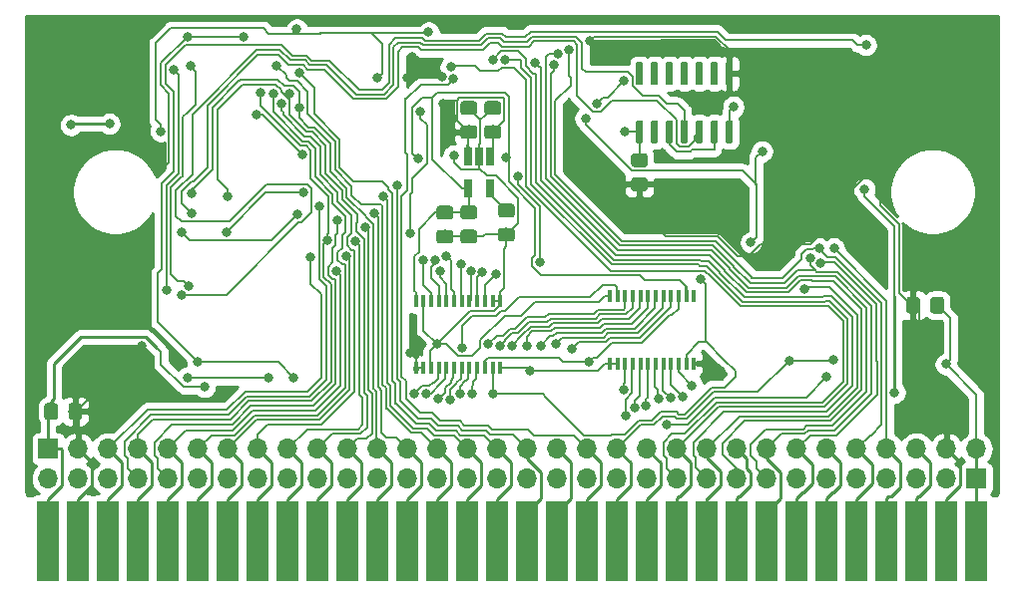
<source format=gbr>
G04 #@! TF.GenerationSoftware,KiCad,Pcbnew,(5.1.4)-1*
G04 #@! TF.CreationDate,2021-02-27T03:26:27-03:00*
G04 #@! TF.ProjectId,OpenDrive-Genesis,4f70656e-4472-4697-9665-2d47656e6573,rev?*
G04 #@! TF.SameCoordinates,Original*
G04 #@! TF.FileFunction,Copper,L2,Bot*
G04 #@! TF.FilePolarity,Positive*
%FSLAX46Y46*%
G04 Gerber Fmt 4.6, Leading zero omitted, Abs format (unit mm)*
G04 Created by KiCad (PCBNEW (5.1.4)-1) date 2021-02-27 03:26:27*
%MOMM*%
%LPD*%
G04 APERTURE LIST*
%ADD10R,0.400000X1.100000*%
%ADD11R,1.905000X6.858000*%
%ADD12C,0.100000*%
%ADD13C,0.600000*%
%ADD14R,0.650000X1.560000*%
%ADD15C,1.150000*%
%ADD16O,1.700000X1.700000*%
%ADD17R,1.700000X1.700000*%
%ADD18C,0.800000*%
%ADD19C,0.200000*%
%ADD20C,0.250000*%
%ADD21C,0.254000*%
G04 APERTURE END LIST*
D10*
X107765800Y-73004800D03*
X107115800Y-73004800D03*
X106465800Y-73004800D03*
X105815800Y-73004800D03*
X105165800Y-73004800D03*
X104515800Y-73004800D03*
X103865800Y-73004800D03*
X103215800Y-73004800D03*
X102565800Y-73004800D03*
X101915800Y-73004800D03*
X101265800Y-73004800D03*
X100615800Y-73004800D03*
X100615800Y-67304800D03*
X101265800Y-67304800D03*
X101915800Y-67304800D03*
X102565800Y-67304800D03*
X103215800Y-67304800D03*
X103865800Y-67304800D03*
X104515800Y-67304800D03*
X105165800Y-67304800D03*
X105815800Y-67304800D03*
X106465800Y-67304800D03*
X107115800Y-67304800D03*
X107765800Y-67304800D03*
X84167600Y-73406000D03*
X84817600Y-73406000D03*
X85467600Y-73406000D03*
X86117600Y-73406000D03*
X86767600Y-73406000D03*
X87417600Y-73406000D03*
X88067600Y-73406000D03*
X88717600Y-73406000D03*
X89367600Y-73406000D03*
X90017600Y-73406000D03*
X90667600Y-73406000D03*
X91317600Y-73406000D03*
X91317600Y-67706000D03*
X90667600Y-67706000D03*
X90017600Y-67706000D03*
X89367600Y-67706000D03*
X88717600Y-67706000D03*
X88067600Y-67706000D03*
X87417600Y-67706000D03*
X86767600Y-67706000D03*
X86117600Y-67706000D03*
X85467600Y-67706000D03*
X84817600Y-67706000D03*
X84167600Y-67706000D03*
D11*
X60579000Y-88138000D03*
X55499000Y-88138000D03*
X52959000Y-88138000D03*
X58039000Y-88138000D03*
X63119000Y-88138000D03*
X70739000Y-88138000D03*
X73279000Y-88138000D03*
X65659000Y-88138000D03*
X68199000Y-88138000D03*
X75819000Y-88138000D03*
X83439000Y-88138000D03*
X85979000Y-88138000D03*
X78359000Y-88138000D03*
X80899000Y-88138000D03*
X88519000Y-88138000D03*
X91059000Y-88138000D03*
X96139000Y-88138000D03*
X101219000Y-88138000D03*
X98679000Y-88138000D03*
X93599000Y-88138000D03*
X103759000Y-88138000D03*
X106299000Y-88138000D03*
X129159000Y-88138000D03*
X121539000Y-88138000D03*
X124079000Y-88138000D03*
X126619000Y-88138000D03*
X131699000Y-88138000D03*
X108839000Y-88138000D03*
X111379000Y-88138000D03*
X113919000Y-88138000D03*
X116459000Y-88138000D03*
X118999000Y-88138000D03*
D12*
G36*
X110908703Y-52365722D02*
G01*
X110923264Y-52367882D01*
X110937543Y-52371459D01*
X110951403Y-52376418D01*
X110964710Y-52382712D01*
X110977336Y-52390280D01*
X110989159Y-52399048D01*
X111000066Y-52408934D01*
X111009952Y-52419841D01*
X111018720Y-52431664D01*
X111026288Y-52444290D01*
X111032582Y-52457597D01*
X111037541Y-52471457D01*
X111041118Y-52485736D01*
X111043278Y-52500297D01*
X111044000Y-52515000D01*
X111044000Y-54165000D01*
X111043278Y-54179703D01*
X111041118Y-54194264D01*
X111037541Y-54208543D01*
X111032582Y-54222403D01*
X111026288Y-54235710D01*
X111018720Y-54248336D01*
X111009952Y-54260159D01*
X111000066Y-54271066D01*
X110989159Y-54280952D01*
X110977336Y-54289720D01*
X110964710Y-54297288D01*
X110951403Y-54303582D01*
X110937543Y-54308541D01*
X110923264Y-54312118D01*
X110908703Y-54314278D01*
X110894000Y-54315000D01*
X110594000Y-54315000D01*
X110579297Y-54314278D01*
X110564736Y-54312118D01*
X110550457Y-54308541D01*
X110536597Y-54303582D01*
X110523290Y-54297288D01*
X110510664Y-54289720D01*
X110498841Y-54280952D01*
X110487934Y-54271066D01*
X110478048Y-54260159D01*
X110469280Y-54248336D01*
X110461712Y-54235710D01*
X110455418Y-54222403D01*
X110450459Y-54208543D01*
X110446882Y-54194264D01*
X110444722Y-54179703D01*
X110444000Y-54165000D01*
X110444000Y-52515000D01*
X110444722Y-52500297D01*
X110446882Y-52485736D01*
X110450459Y-52471457D01*
X110455418Y-52457597D01*
X110461712Y-52444290D01*
X110469280Y-52431664D01*
X110478048Y-52419841D01*
X110487934Y-52408934D01*
X110498841Y-52399048D01*
X110510664Y-52390280D01*
X110523290Y-52382712D01*
X110536597Y-52376418D01*
X110550457Y-52371459D01*
X110564736Y-52367882D01*
X110579297Y-52365722D01*
X110594000Y-52365000D01*
X110894000Y-52365000D01*
X110908703Y-52365722D01*
X110908703Y-52365722D01*
G37*
D13*
X110744000Y-53340000D03*
D12*
G36*
X109638703Y-52365722D02*
G01*
X109653264Y-52367882D01*
X109667543Y-52371459D01*
X109681403Y-52376418D01*
X109694710Y-52382712D01*
X109707336Y-52390280D01*
X109719159Y-52399048D01*
X109730066Y-52408934D01*
X109739952Y-52419841D01*
X109748720Y-52431664D01*
X109756288Y-52444290D01*
X109762582Y-52457597D01*
X109767541Y-52471457D01*
X109771118Y-52485736D01*
X109773278Y-52500297D01*
X109774000Y-52515000D01*
X109774000Y-54165000D01*
X109773278Y-54179703D01*
X109771118Y-54194264D01*
X109767541Y-54208543D01*
X109762582Y-54222403D01*
X109756288Y-54235710D01*
X109748720Y-54248336D01*
X109739952Y-54260159D01*
X109730066Y-54271066D01*
X109719159Y-54280952D01*
X109707336Y-54289720D01*
X109694710Y-54297288D01*
X109681403Y-54303582D01*
X109667543Y-54308541D01*
X109653264Y-54312118D01*
X109638703Y-54314278D01*
X109624000Y-54315000D01*
X109324000Y-54315000D01*
X109309297Y-54314278D01*
X109294736Y-54312118D01*
X109280457Y-54308541D01*
X109266597Y-54303582D01*
X109253290Y-54297288D01*
X109240664Y-54289720D01*
X109228841Y-54280952D01*
X109217934Y-54271066D01*
X109208048Y-54260159D01*
X109199280Y-54248336D01*
X109191712Y-54235710D01*
X109185418Y-54222403D01*
X109180459Y-54208543D01*
X109176882Y-54194264D01*
X109174722Y-54179703D01*
X109174000Y-54165000D01*
X109174000Y-52515000D01*
X109174722Y-52500297D01*
X109176882Y-52485736D01*
X109180459Y-52471457D01*
X109185418Y-52457597D01*
X109191712Y-52444290D01*
X109199280Y-52431664D01*
X109208048Y-52419841D01*
X109217934Y-52408934D01*
X109228841Y-52399048D01*
X109240664Y-52390280D01*
X109253290Y-52382712D01*
X109266597Y-52376418D01*
X109280457Y-52371459D01*
X109294736Y-52367882D01*
X109309297Y-52365722D01*
X109324000Y-52365000D01*
X109624000Y-52365000D01*
X109638703Y-52365722D01*
X109638703Y-52365722D01*
G37*
D13*
X109474000Y-53340000D03*
D12*
G36*
X108368703Y-52365722D02*
G01*
X108383264Y-52367882D01*
X108397543Y-52371459D01*
X108411403Y-52376418D01*
X108424710Y-52382712D01*
X108437336Y-52390280D01*
X108449159Y-52399048D01*
X108460066Y-52408934D01*
X108469952Y-52419841D01*
X108478720Y-52431664D01*
X108486288Y-52444290D01*
X108492582Y-52457597D01*
X108497541Y-52471457D01*
X108501118Y-52485736D01*
X108503278Y-52500297D01*
X108504000Y-52515000D01*
X108504000Y-54165000D01*
X108503278Y-54179703D01*
X108501118Y-54194264D01*
X108497541Y-54208543D01*
X108492582Y-54222403D01*
X108486288Y-54235710D01*
X108478720Y-54248336D01*
X108469952Y-54260159D01*
X108460066Y-54271066D01*
X108449159Y-54280952D01*
X108437336Y-54289720D01*
X108424710Y-54297288D01*
X108411403Y-54303582D01*
X108397543Y-54308541D01*
X108383264Y-54312118D01*
X108368703Y-54314278D01*
X108354000Y-54315000D01*
X108054000Y-54315000D01*
X108039297Y-54314278D01*
X108024736Y-54312118D01*
X108010457Y-54308541D01*
X107996597Y-54303582D01*
X107983290Y-54297288D01*
X107970664Y-54289720D01*
X107958841Y-54280952D01*
X107947934Y-54271066D01*
X107938048Y-54260159D01*
X107929280Y-54248336D01*
X107921712Y-54235710D01*
X107915418Y-54222403D01*
X107910459Y-54208543D01*
X107906882Y-54194264D01*
X107904722Y-54179703D01*
X107904000Y-54165000D01*
X107904000Y-52515000D01*
X107904722Y-52500297D01*
X107906882Y-52485736D01*
X107910459Y-52471457D01*
X107915418Y-52457597D01*
X107921712Y-52444290D01*
X107929280Y-52431664D01*
X107938048Y-52419841D01*
X107947934Y-52408934D01*
X107958841Y-52399048D01*
X107970664Y-52390280D01*
X107983290Y-52382712D01*
X107996597Y-52376418D01*
X108010457Y-52371459D01*
X108024736Y-52367882D01*
X108039297Y-52365722D01*
X108054000Y-52365000D01*
X108354000Y-52365000D01*
X108368703Y-52365722D01*
X108368703Y-52365722D01*
G37*
D13*
X108204000Y-53340000D03*
D12*
G36*
X107098703Y-52365722D02*
G01*
X107113264Y-52367882D01*
X107127543Y-52371459D01*
X107141403Y-52376418D01*
X107154710Y-52382712D01*
X107167336Y-52390280D01*
X107179159Y-52399048D01*
X107190066Y-52408934D01*
X107199952Y-52419841D01*
X107208720Y-52431664D01*
X107216288Y-52444290D01*
X107222582Y-52457597D01*
X107227541Y-52471457D01*
X107231118Y-52485736D01*
X107233278Y-52500297D01*
X107234000Y-52515000D01*
X107234000Y-54165000D01*
X107233278Y-54179703D01*
X107231118Y-54194264D01*
X107227541Y-54208543D01*
X107222582Y-54222403D01*
X107216288Y-54235710D01*
X107208720Y-54248336D01*
X107199952Y-54260159D01*
X107190066Y-54271066D01*
X107179159Y-54280952D01*
X107167336Y-54289720D01*
X107154710Y-54297288D01*
X107141403Y-54303582D01*
X107127543Y-54308541D01*
X107113264Y-54312118D01*
X107098703Y-54314278D01*
X107084000Y-54315000D01*
X106784000Y-54315000D01*
X106769297Y-54314278D01*
X106754736Y-54312118D01*
X106740457Y-54308541D01*
X106726597Y-54303582D01*
X106713290Y-54297288D01*
X106700664Y-54289720D01*
X106688841Y-54280952D01*
X106677934Y-54271066D01*
X106668048Y-54260159D01*
X106659280Y-54248336D01*
X106651712Y-54235710D01*
X106645418Y-54222403D01*
X106640459Y-54208543D01*
X106636882Y-54194264D01*
X106634722Y-54179703D01*
X106634000Y-54165000D01*
X106634000Y-52515000D01*
X106634722Y-52500297D01*
X106636882Y-52485736D01*
X106640459Y-52471457D01*
X106645418Y-52457597D01*
X106651712Y-52444290D01*
X106659280Y-52431664D01*
X106668048Y-52419841D01*
X106677934Y-52408934D01*
X106688841Y-52399048D01*
X106700664Y-52390280D01*
X106713290Y-52382712D01*
X106726597Y-52376418D01*
X106740457Y-52371459D01*
X106754736Y-52367882D01*
X106769297Y-52365722D01*
X106784000Y-52365000D01*
X107084000Y-52365000D01*
X107098703Y-52365722D01*
X107098703Y-52365722D01*
G37*
D13*
X106934000Y-53340000D03*
D12*
G36*
X105828703Y-52365722D02*
G01*
X105843264Y-52367882D01*
X105857543Y-52371459D01*
X105871403Y-52376418D01*
X105884710Y-52382712D01*
X105897336Y-52390280D01*
X105909159Y-52399048D01*
X105920066Y-52408934D01*
X105929952Y-52419841D01*
X105938720Y-52431664D01*
X105946288Y-52444290D01*
X105952582Y-52457597D01*
X105957541Y-52471457D01*
X105961118Y-52485736D01*
X105963278Y-52500297D01*
X105964000Y-52515000D01*
X105964000Y-54165000D01*
X105963278Y-54179703D01*
X105961118Y-54194264D01*
X105957541Y-54208543D01*
X105952582Y-54222403D01*
X105946288Y-54235710D01*
X105938720Y-54248336D01*
X105929952Y-54260159D01*
X105920066Y-54271066D01*
X105909159Y-54280952D01*
X105897336Y-54289720D01*
X105884710Y-54297288D01*
X105871403Y-54303582D01*
X105857543Y-54308541D01*
X105843264Y-54312118D01*
X105828703Y-54314278D01*
X105814000Y-54315000D01*
X105514000Y-54315000D01*
X105499297Y-54314278D01*
X105484736Y-54312118D01*
X105470457Y-54308541D01*
X105456597Y-54303582D01*
X105443290Y-54297288D01*
X105430664Y-54289720D01*
X105418841Y-54280952D01*
X105407934Y-54271066D01*
X105398048Y-54260159D01*
X105389280Y-54248336D01*
X105381712Y-54235710D01*
X105375418Y-54222403D01*
X105370459Y-54208543D01*
X105366882Y-54194264D01*
X105364722Y-54179703D01*
X105364000Y-54165000D01*
X105364000Y-52515000D01*
X105364722Y-52500297D01*
X105366882Y-52485736D01*
X105370459Y-52471457D01*
X105375418Y-52457597D01*
X105381712Y-52444290D01*
X105389280Y-52431664D01*
X105398048Y-52419841D01*
X105407934Y-52408934D01*
X105418841Y-52399048D01*
X105430664Y-52390280D01*
X105443290Y-52382712D01*
X105456597Y-52376418D01*
X105470457Y-52371459D01*
X105484736Y-52367882D01*
X105499297Y-52365722D01*
X105514000Y-52365000D01*
X105814000Y-52365000D01*
X105828703Y-52365722D01*
X105828703Y-52365722D01*
G37*
D13*
X105664000Y-53340000D03*
D12*
G36*
X104558703Y-52365722D02*
G01*
X104573264Y-52367882D01*
X104587543Y-52371459D01*
X104601403Y-52376418D01*
X104614710Y-52382712D01*
X104627336Y-52390280D01*
X104639159Y-52399048D01*
X104650066Y-52408934D01*
X104659952Y-52419841D01*
X104668720Y-52431664D01*
X104676288Y-52444290D01*
X104682582Y-52457597D01*
X104687541Y-52471457D01*
X104691118Y-52485736D01*
X104693278Y-52500297D01*
X104694000Y-52515000D01*
X104694000Y-54165000D01*
X104693278Y-54179703D01*
X104691118Y-54194264D01*
X104687541Y-54208543D01*
X104682582Y-54222403D01*
X104676288Y-54235710D01*
X104668720Y-54248336D01*
X104659952Y-54260159D01*
X104650066Y-54271066D01*
X104639159Y-54280952D01*
X104627336Y-54289720D01*
X104614710Y-54297288D01*
X104601403Y-54303582D01*
X104587543Y-54308541D01*
X104573264Y-54312118D01*
X104558703Y-54314278D01*
X104544000Y-54315000D01*
X104244000Y-54315000D01*
X104229297Y-54314278D01*
X104214736Y-54312118D01*
X104200457Y-54308541D01*
X104186597Y-54303582D01*
X104173290Y-54297288D01*
X104160664Y-54289720D01*
X104148841Y-54280952D01*
X104137934Y-54271066D01*
X104128048Y-54260159D01*
X104119280Y-54248336D01*
X104111712Y-54235710D01*
X104105418Y-54222403D01*
X104100459Y-54208543D01*
X104096882Y-54194264D01*
X104094722Y-54179703D01*
X104094000Y-54165000D01*
X104094000Y-52515000D01*
X104094722Y-52500297D01*
X104096882Y-52485736D01*
X104100459Y-52471457D01*
X104105418Y-52457597D01*
X104111712Y-52444290D01*
X104119280Y-52431664D01*
X104128048Y-52419841D01*
X104137934Y-52408934D01*
X104148841Y-52399048D01*
X104160664Y-52390280D01*
X104173290Y-52382712D01*
X104186597Y-52376418D01*
X104200457Y-52371459D01*
X104214736Y-52367882D01*
X104229297Y-52365722D01*
X104244000Y-52365000D01*
X104544000Y-52365000D01*
X104558703Y-52365722D01*
X104558703Y-52365722D01*
G37*
D13*
X104394000Y-53340000D03*
D12*
G36*
X103288703Y-52365722D02*
G01*
X103303264Y-52367882D01*
X103317543Y-52371459D01*
X103331403Y-52376418D01*
X103344710Y-52382712D01*
X103357336Y-52390280D01*
X103369159Y-52399048D01*
X103380066Y-52408934D01*
X103389952Y-52419841D01*
X103398720Y-52431664D01*
X103406288Y-52444290D01*
X103412582Y-52457597D01*
X103417541Y-52471457D01*
X103421118Y-52485736D01*
X103423278Y-52500297D01*
X103424000Y-52515000D01*
X103424000Y-54165000D01*
X103423278Y-54179703D01*
X103421118Y-54194264D01*
X103417541Y-54208543D01*
X103412582Y-54222403D01*
X103406288Y-54235710D01*
X103398720Y-54248336D01*
X103389952Y-54260159D01*
X103380066Y-54271066D01*
X103369159Y-54280952D01*
X103357336Y-54289720D01*
X103344710Y-54297288D01*
X103331403Y-54303582D01*
X103317543Y-54308541D01*
X103303264Y-54312118D01*
X103288703Y-54314278D01*
X103274000Y-54315000D01*
X102974000Y-54315000D01*
X102959297Y-54314278D01*
X102944736Y-54312118D01*
X102930457Y-54308541D01*
X102916597Y-54303582D01*
X102903290Y-54297288D01*
X102890664Y-54289720D01*
X102878841Y-54280952D01*
X102867934Y-54271066D01*
X102858048Y-54260159D01*
X102849280Y-54248336D01*
X102841712Y-54235710D01*
X102835418Y-54222403D01*
X102830459Y-54208543D01*
X102826882Y-54194264D01*
X102824722Y-54179703D01*
X102824000Y-54165000D01*
X102824000Y-52515000D01*
X102824722Y-52500297D01*
X102826882Y-52485736D01*
X102830459Y-52471457D01*
X102835418Y-52457597D01*
X102841712Y-52444290D01*
X102849280Y-52431664D01*
X102858048Y-52419841D01*
X102867934Y-52408934D01*
X102878841Y-52399048D01*
X102890664Y-52390280D01*
X102903290Y-52382712D01*
X102916597Y-52376418D01*
X102930457Y-52371459D01*
X102944736Y-52367882D01*
X102959297Y-52365722D01*
X102974000Y-52365000D01*
X103274000Y-52365000D01*
X103288703Y-52365722D01*
X103288703Y-52365722D01*
G37*
D13*
X103124000Y-53340000D03*
D12*
G36*
X103288703Y-47415722D02*
G01*
X103303264Y-47417882D01*
X103317543Y-47421459D01*
X103331403Y-47426418D01*
X103344710Y-47432712D01*
X103357336Y-47440280D01*
X103369159Y-47449048D01*
X103380066Y-47458934D01*
X103389952Y-47469841D01*
X103398720Y-47481664D01*
X103406288Y-47494290D01*
X103412582Y-47507597D01*
X103417541Y-47521457D01*
X103421118Y-47535736D01*
X103423278Y-47550297D01*
X103424000Y-47565000D01*
X103424000Y-49215000D01*
X103423278Y-49229703D01*
X103421118Y-49244264D01*
X103417541Y-49258543D01*
X103412582Y-49272403D01*
X103406288Y-49285710D01*
X103398720Y-49298336D01*
X103389952Y-49310159D01*
X103380066Y-49321066D01*
X103369159Y-49330952D01*
X103357336Y-49339720D01*
X103344710Y-49347288D01*
X103331403Y-49353582D01*
X103317543Y-49358541D01*
X103303264Y-49362118D01*
X103288703Y-49364278D01*
X103274000Y-49365000D01*
X102974000Y-49365000D01*
X102959297Y-49364278D01*
X102944736Y-49362118D01*
X102930457Y-49358541D01*
X102916597Y-49353582D01*
X102903290Y-49347288D01*
X102890664Y-49339720D01*
X102878841Y-49330952D01*
X102867934Y-49321066D01*
X102858048Y-49310159D01*
X102849280Y-49298336D01*
X102841712Y-49285710D01*
X102835418Y-49272403D01*
X102830459Y-49258543D01*
X102826882Y-49244264D01*
X102824722Y-49229703D01*
X102824000Y-49215000D01*
X102824000Y-47565000D01*
X102824722Y-47550297D01*
X102826882Y-47535736D01*
X102830459Y-47521457D01*
X102835418Y-47507597D01*
X102841712Y-47494290D01*
X102849280Y-47481664D01*
X102858048Y-47469841D01*
X102867934Y-47458934D01*
X102878841Y-47449048D01*
X102890664Y-47440280D01*
X102903290Y-47432712D01*
X102916597Y-47426418D01*
X102930457Y-47421459D01*
X102944736Y-47417882D01*
X102959297Y-47415722D01*
X102974000Y-47415000D01*
X103274000Y-47415000D01*
X103288703Y-47415722D01*
X103288703Y-47415722D01*
G37*
D13*
X103124000Y-48390000D03*
D12*
G36*
X104558703Y-47415722D02*
G01*
X104573264Y-47417882D01*
X104587543Y-47421459D01*
X104601403Y-47426418D01*
X104614710Y-47432712D01*
X104627336Y-47440280D01*
X104639159Y-47449048D01*
X104650066Y-47458934D01*
X104659952Y-47469841D01*
X104668720Y-47481664D01*
X104676288Y-47494290D01*
X104682582Y-47507597D01*
X104687541Y-47521457D01*
X104691118Y-47535736D01*
X104693278Y-47550297D01*
X104694000Y-47565000D01*
X104694000Y-49215000D01*
X104693278Y-49229703D01*
X104691118Y-49244264D01*
X104687541Y-49258543D01*
X104682582Y-49272403D01*
X104676288Y-49285710D01*
X104668720Y-49298336D01*
X104659952Y-49310159D01*
X104650066Y-49321066D01*
X104639159Y-49330952D01*
X104627336Y-49339720D01*
X104614710Y-49347288D01*
X104601403Y-49353582D01*
X104587543Y-49358541D01*
X104573264Y-49362118D01*
X104558703Y-49364278D01*
X104544000Y-49365000D01*
X104244000Y-49365000D01*
X104229297Y-49364278D01*
X104214736Y-49362118D01*
X104200457Y-49358541D01*
X104186597Y-49353582D01*
X104173290Y-49347288D01*
X104160664Y-49339720D01*
X104148841Y-49330952D01*
X104137934Y-49321066D01*
X104128048Y-49310159D01*
X104119280Y-49298336D01*
X104111712Y-49285710D01*
X104105418Y-49272403D01*
X104100459Y-49258543D01*
X104096882Y-49244264D01*
X104094722Y-49229703D01*
X104094000Y-49215000D01*
X104094000Y-47565000D01*
X104094722Y-47550297D01*
X104096882Y-47535736D01*
X104100459Y-47521457D01*
X104105418Y-47507597D01*
X104111712Y-47494290D01*
X104119280Y-47481664D01*
X104128048Y-47469841D01*
X104137934Y-47458934D01*
X104148841Y-47449048D01*
X104160664Y-47440280D01*
X104173290Y-47432712D01*
X104186597Y-47426418D01*
X104200457Y-47421459D01*
X104214736Y-47417882D01*
X104229297Y-47415722D01*
X104244000Y-47415000D01*
X104544000Y-47415000D01*
X104558703Y-47415722D01*
X104558703Y-47415722D01*
G37*
D13*
X104394000Y-48390000D03*
D12*
G36*
X105828703Y-47415722D02*
G01*
X105843264Y-47417882D01*
X105857543Y-47421459D01*
X105871403Y-47426418D01*
X105884710Y-47432712D01*
X105897336Y-47440280D01*
X105909159Y-47449048D01*
X105920066Y-47458934D01*
X105929952Y-47469841D01*
X105938720Y-47481664D01*
X105946288Y-47494290D01*
X105952582Y-47507597D01*
X105957541Y-47521457D01*
X105961118Y-47535736D01*
X105963278Y-47550297D01*
X105964000Y-47565000D01*
X105964000Y-49215000D01*
X105963278Y-49229703D01*
X105961118Y-49244264D01*
X105957541Y-49258543D01*
X105952582Y-49272403D01*
X105946288Y-49285710D01*
X105938720Y-49298336D01*
X105929952Y-49310159D01*
X105920066Y-49321066D01*
X105909159Y-49330952D01*
X105897336Y-49339720D01*
X105884710Y-49347288D01*
X105871403Y-49353582D01*
X105857543Y-49358541D01*
X105843264Y-49362118D01*
X105828703Y-49364278D01*
X105814000Y-49365000D01*
X105514000Y-49365000D01*
X105499297Y-49364278D01*
X105484736Y-49362118D01*
X105470457Y-49358541D01*
X105456597Y-49353582D01*
X105443290Y-49347288D01*
X105430664Y-49339720D01*
X105418841Y-49330952D01*
X105407934Y-49321066D01*
X105398048Y-49310159D01*
X105389280Y-49298336D01*
X105381712Y-49285710D01*
X105375418Y-49272403D01*
X105370459Y-49258543D01*
X105366882Y-49244264D01*
X105364722Y-49229703D01*
X105364000Y-49215000D01*
X105364000Y-47565000D01*
X105364722Y-47550297D01*
X105366882Y-47535736D01*
X105370459Y-47521457D01*
X105375418Y-47507597D01*
X105381712Y-47494290D01*
X105389280Y-47481664D01*
X105398048Y-47469841D01*
X105407934Y-47458934D01*
X105418841Y-47449048D01*
X105430664Y-47440280D01*
X105443290Y-47432712D01*
X105456597Y-47426418D01*
X105470457Y-47421459D01*
X105484736Y-47417882D01*
X105499297Y-47415722D01*
X105514000Y-47415000D01*
X105814000Y-47415000D01*
X105828703Y-47415722D01*
X105828703Y-47415722D01*
G37*
D13*
X105664000Y-48390000D03*
D12*
G36*
X107098703Y-47415722D02*
G01*
X107113264Y-47417882D01*
X107127543Y-47421459D01*
X107141403Y-47426418D01*
X107154710Y-47432712D01*
X107167336Y-47440280D01*
X107179159Y-47449048D01*
X107190066Y-47458934D01*
X107199952Y-47469841D01*
X107208720Y-47481664D01*
X107216288Y-47494290D01*
X107222582Y-47507597D01*
X107227541Y-47521457D01*
X107231118Y-47535736D01*
X107233278Y-47550297D01*
X107234000Y-47565000D01*
X107234000Y-49215000D01*
X107233278Y-49229703D01*
X107231118Y-49244264D01*
X107227541Y-49258543D01*
X107222582Y-49272403D01*
X107216288Y-49285710D01*
X107208720Y-49298336D01*
X107199952Y-49310159D01*
X107190066Y-49321066D01*
X107179159Y-49330952D01*
X107167336Y-49339720D01*
X107154710Y-49347288D01*
X107141403Y-49353582D01*
X107127543Y-49358541D01*
X107113264Y-49362118D01*
X107098703Y-49364278D01*
X107084000Y-49365000D01*
X106784000Y-49365000D01*
X106769297Y-49364278D01*
X106754736Y-49362118D01*
X106740457Y-49358541D01*
X106726597Y-49353582D01*
X106713290Y-49347288D01*
X106700664Y-49339720D01*
X106688841Y-49330952D01*
X106677934Y-49321066D01*
X106668048Y-49310159D01*
X106659280Y-49298336D01*
X106651712Y-49285710D01*
X106645418Y-49272403D01*
X106640459Y-49258543D01*
X106636882Y-49244264D01*
X106634722Y-49229703D01*
X106634000Y-49215000D01*
X106634000Y-47565000D01*
X106634722Y-47550297D01*
X106636882Y-47535736D01*
X106640459Y-47521457D01*
X106645418Y-47507597D01*
X106651712Y-47494290D01*
X106659280Y-47481664D01*
X106668048Y-47469841D01*
X106677934Y-47458934D01*
X106688841Y-47449048D01*
X106700664Y-47440280D01*
X106713290Y-47432712D01*
X106726597Y-47426418D01*
X106740457Y-47421459D01*
X106754736Y-47417882D01*
X106769297Y-47415722D01*
X106784000Y-47415000D01*
X107084000Y-47415000D01*
X107098703Y-47415722D01*
X107098703Y-47415722D01*
G37*
D13*
X106934000Y-48390000D03*
D12*
G36*
X108368703Y-47415722D02*
G01*
X108383264Y-47417882D01*
X108397543Y-47421459D01*
X108411403Y-47426418D01*
X108424710Y-47432712D01*
X108437336Y-47440280D01*
X108449159Y-47449048D01*
X108460066Y-47458934D01*
X108469952Y-47469841D01*
X108478720Y-47481664D01*
X108486288Y-47494290D01*
X108492582Y-47507597D01*
X108497541Y-47521457D01*
X108501118Y-47535736D01*
X108503278Y-47550297D01*
X108504000Y-47565000D01*
X108504000Y-49215000D01*
X108503278Y-49229703D01*
X108501118Y-49244264D01*
X108497541Y-49258543D01*
X108492582Y-49272403D01*
X108486288Y-49285710D01*
X108478720Y-49298336D01*
X108469952Y-49310159D01*
X108460066Y-49321066D01*
X108449159Y-49330952D01*
X108437336Y-49339720D01*
X108424710Y-49347288D01*
X108411403Y-49353582D01*
X108397543Y-49358541D01*
X108383264Y-49362118D01*
X108368703Y-49364278D01*
X108354000Y-49365000D01*
X108054000Y-49365000D01*
X108039297Y-49364278D01*
X108024736Y-49362118D01*
X108010457Y-49358541D01*
X107996597Y-49353582D01*
X107983290Y-49347288D01*
X107970664Y-49339720D01*
X107958841Y-49330952D01*
X107947934Y-49321066D01*
X107938048Y-49310159D01*
X107929280Y-49298336D01*
X107921712Y-49285710D01*
X107915418Y-49272403D01*
X107910459Y-49258543D01*
X107906882Y-49244264D01*
X107904722Y-49229703D01*
X107904000Y-49215000D01*
X107904000Y-47565000D01*
X107904722Y-47550297D01*
X107906882Y-47535736D01*
X107910459Y-47521457D01*
X107915418Y-47507597D01*
X107921712Y-47494290D01*
X107929280Y-47481664D01*
X107938048Y-47469841D01*
X107947934Y-47458934D01*
X107958841Y-47449048D01*
X107970664Y-47440280D01*
X107983290Y-47432712D01*
X107996597Y-47426418D01*
X108010457Y-47421459D01*
X108024736Y-47417882D01*
X108039297Y-47415722D01*
X108054000Y-47415000D01*
X108354000Y-47415000D01*
X108368703Y-47415722D01*
X108368703Y-47415722D01*
G37*
D13*
X108204000Y-48390000D03*
D12*
G36*
X109638703Y-47415722D02*
G01*
X109653264Y-47417882D01*
X109667543Y-47421459D01*
X109681403Y-47426418D01*
X109694710Y-47432712D01*
X109707336Y-47440280D01*
X109719159Y-47449048D01*
X109730066Y-47458934D01*
X109739952Y-47469841D01*
X109748720Y-47481664D01*
X109756288Y-47494290D01*
X109762582Y-47507597D01*
X109767541Y-47521457D01*
X109771118Y-47535736D01*
X109773278Y-47550297D01*
X109774000Y-47565000D01*
X109774000Y-49215000D01*
X109773278Y-49229703D01*
X109771118Y-49244264D01*
X109767541Y-49258543D01*
X109762582Y-49272403D01*
X109756288Y-49285710D01*
X109748720Y-49298336D01*
X109739952Y-49310159D01*
X109730066Y-49321066D01*
X109719159Y-49330952D01*
X109707336Y-49339720D01*
X109694710Y-49347288D01*
X109681403Y-49353582D01*
X109667543Y-49358541D01*
X109653264Y-49362118D01*
X109638703Y-49364278D01*
X109624000Y-49365000D01*
X109324000Y-49365000D01*
X109309297Y-49364278D01*
X109294736Y-49362118D01*
X109280457Y-49358541D01*
X109266597Y-49353582D01*
X109253290Y-49347288D01*
X109240664Y-49339720D01*
X109228841Y-49330952D01*
X109217934Y-49321066D01*
X109208048Y-49310159D01*
X109199280Y-49298336D01*
X109191712Y-49285710D01*
X109185418Y-49272403D01*
X109180459Y-49258543D01*
X109176882Y-49244264D01*
X109174722Y-49229703D01*
X109174000Y-49215000D01*
X109174000Y-47565000D01*
X109174722Y-47550297D01*
X109176882Y-47535736D01*
X109180459Y-47521457D01*
X109185418Y-47507597D01*
X109191712Y-47494290D01*
X109199280Y-47481664D01*
X109208048Y-47469841D01*
X109217934Y-47458934D01*
X109228841Y-47449048D01*
X109240664Y-47440280D01*
X109253290Y-47432712D01*
X109266597Y-47426418D01*
X109280457Y-47421459D01*
X109294736Y-47417882D01*
X109309297Y-47415722D01*
X109324000Y-47415000D01*
X109624000Y-47415000D01*
X109638703Y-47415722D01*
X109638703Y-47415722D01*
G37*
D13*
X109474000Y-48390000D03*
D12*
G36*
X110908703Y-47415722D02*
G01*
X110923264Y-47417882D01*
X110937543Y-47421459D01*
X110951403Y-47426418D01*
X110964710Y-47432712D01*
X110977336Y-47440280D01*
X110989159Y-47449048D01*
X111000066Y-47458934D01*
X111009952Y-47469841D01*
X111018720Y-47481664D01*
X111026288Y-47494290D01*
X111032582Y-47507597D01*
X111037541Y-47521457D01*
X111041118Y-47535736D01*
X111043278Y-47550297D01*
X111044000Y-47565000D01*
X111044000Y-49215000D01*
X111043278Y-49229703D01*
X111041118Y-49244264D01*
X111037541Y-49258543D01*
X111032582Y-49272403D01*
X111026288Y-49285710D01*
X111018720Y-49298336D01*
X111009952Y-49310159D01*
X111000066Y-49321066D01*
X110989159Y-49330952D01*
X110977336Y-49339720D01*
X110964710Y-49347288D01*
X110951403Y-49353582D01*
X110937543Y-49358541D01*
X110923264Y-49362118D01*
X110908703Y-49364278D01*
X110894000Y-49365000D01*
X110594000Y-49365000D01*
X110579297Y-49364278D01*
X110564736Y-49362118D01*
X110550457Y-49358541D01*
X110536597Y-49353582D01*
X110523290Y-49347288D01*
X110510664Y-49339720D01*
X110498841Y-49330952D01*
X110487934Y-49321066D01*
X110478048Y-49310159D01*
X110469280Y-49298336D01*
X110461712Y-49285710D01*
X110455418Y-49272403D01*
X110450459Y-49258543D01*
X110446882Y-49244264D01*
X110444722Y-49229703D01*
X110444000Y-49215000D01*
X110444000Y-47565000D01*
X110444722Y-47550297D01*
X110446882Y-47535736D01*
X110450459Y-47521457D01*
X110455418Y-47507597D01*
X110461712Y-47494290D01*
X110469280Y-47481664D01*
X110478048Y-47469841D01*
X110487934Y-47458934D01*
X110498841Y-47449048D01*
X110510664Y-47440280D01*
X110523290Y-47432712D01*
X110536597Y-47426418D01*
X110550457Y-47421459D01*
X110564736Y-47417882D01*
X110579297Y-47415722D01*
X110594000Y-47415000D01*
X110894000Y-47415000D01*
X110908703Y-47415722D01*
X110908703Y-47415722D01*
G37*
D13*
X110744000Y-48390000D03*
D14*
X88595000Y-58141000D03*
X90495000Y-58141000D03*
X90495000Y-55441000D03*
X89545000Y-55441000D03*
X88595000Y-55441000D03*
D12*
G36*
X87088505Y-59624204D02*
G01*
X87112773Y-59627804D01*
X87136572Y-59633765D01*
X87159671Y-59642030D01*
X87181850Y-59652520D01*
X87202893Y-59665132D01*
X87222599Y-59679747D01*
X87240777Y-59696223D01*
X87257253Y-59714401D01*
X87271868Y-59734107D01*
X87284480Y-59755150D01*
X87294970Y-59777329D01*
X87303235Y-59800428D01*
X87309196Y-59824227D01*
X87312796Y-59848495D01*
X87314000Y-59872999D01*
X87314000Y-60523001D01*
X87312796Y-60547505D01*
X87309196Y-60571773D01*
X87303235Y-60595572D01*
X87294970Y-60618671D01*
X87284480Y-60640850D01*
X87271868Y-60661893D01*
X87257253Y-60681599D01*
X87240777Y-60699777D01*
X87222599Y-60716253D01*
X87202893Y-60730868D01*
X87181850Y-60743480D01*
X87159671Y-60753970D01*
X87136572Y-60762235D01*
X87112773Y-60768196D01*
X87088505Y-60771796D01*
X87064001Y-60773000D01*
X86163999Y-60773000D01*
X86139495Y-60771796D01*
X86115227Y-60768196D01*
X86091428Y-60762235D01*
X86068329Y-60753970D01*
X86046150Y-60743480D01*
X86025107Y-60730868D01*
X86005401Y-60716253D01*
X85987223Y-60699777D01*
X85970747Y-60681599D01*
X85956132Y-60661893D01*
X85943520Y-60640850D01*
X85933030Y-60618671D01*
X85924765Y-60595572D01*
X85918804Y-60571773D01*
X85915204Y-60547505D01*
X85914000Y-60523001D01*
X85914000Y-59872999D01*
X85915204Y-59848495D01*
X85918804Y-59824227D01*
X85924765Y-59800428D01*
X85933030Y-59777329D01*
X85943520Y-59755150D01*
X85956132Y-59734107D01*
X85970747Y-59714401D01*
X85987223Y-59696223D01*
X86005401Y-59679747D01*
X86025107Y-59665132D01*
X86046150Y-59652520D01*
X86068329Y-59642030D01*
X86091428Y-59633765D01*
X86115227Y-59627804D01*
X86139495Y-59624204D01*
X86163999Y-59623000D01*
X87064001Y-59623000D01*
X87088505Y-59624204D01*
X87088505Y-59624204D01*
G37*
D15*
X86614000Y-60198000D03*
D12*
G36*
X87088505Y-61674204D02*
G01*
X87112773Y-61677804D01*
X87136572Y-61683765D01*
X87159671Y-61692030D01*
X87181850Y-61702520D01*
X87202893Y-61715132D01*
X87222599Y-61729747D01*
X87240777Y-61746223D01*
X87257253Y-61764401D01*
X87271868Y-61784107D01*
X87284480Y-61805150D01*
X87294970Y-61827329D01*
X87303235Y-61850428D01*
X87309196Y-61874227D01*
X87312796Y-61898495D01*
X87314000Y-61922999D01*
X87314000Y-62573001D01*
X87312796Y-62597505D01*
X87309196Y-62621773D01*
X87303235Y-62645572D01*
X87294970Y-62668671D01*
X87284480Y-62690850D01*
X87271868Y-62711893D01*
X87257253Y-62731599D01*
X87240777Y-62749777D01*
X87222599Y-62766253D01*
X87202893Y-62780868D01*
X87181850Y-62793480D01*
X87159671Y-62803970D01*
X87136572Y-62812235D01*
X87112773Y-62818196D01*
X87088505Y-62821796D01*
X87064001Y-62823000D01*
X86163999Y-62823000D01*
X86139495Y-62821796D01*
X86115227Y-62818196D01*
X86091428Y-62812235D01*
X86068329Y-62803970D01*
X86046150Y-62793480D01*
X86025107Y-62780868D01*
X86005401Y-62766253D01*
X85987223Y-62749777D01*
X85970747Y-62731599D01*
X85956132Y-62711893D01*
X85943520Y-62690850D01*
X85933030Y-62668671D01*
X85924765Y-62645572D01*
X85918804Y-62621773D01*
X85915204Y-62597505D01*
X85914000Y-62573001D01*
X85914000Y-61922999D01*
X85915204Y-61898495D01*
X85918804Y-61874227D01*
X85924765Y-61850428D01*
X85933030Y-61827329D01*
X85943520Y-61805150D01*
X85956132Y-61784107D01*
X85970747Y-61764401D01*
X85987223Y-61746223D01*
X86005401Y-61729747D01*
X86025107Y-61715132D01*
X86046150Y-61702520D01*
X86068329Y-61692030D01*
X86091428Y-61683765D01*
X86115227Y-61677804D01*
X86139495Y-61674204D01*
X86163999Y-61673000D01*
X87064001Y-61673000D01*
X87088505Y-61674204D01*
X87088505Y-61674204D01*
G37*
D15*
X86614000Y-62248000D03*
D12*
G36*
X92320905Y-61503804D02*
G01*
X92345173Y-61507404D01*
X92368972Y-61513365D01*
X92392071Y-61521630D01*
X92414250Y-61532120D01*
X92435293Y-61544732D01*
X92454999Y-61559347D01*
X92473177Y-61575823D01*
X92489653Y-61594001D01*
X92504268Y-61613707D01*
X92516880Y-61634750D01*
X92527370Y-61656929D01*
X92535635Y-61680028D01*
X92541596Y-61703827D01*
X92545196Y-61728095D01*
X92546400Y-61752599D01*
X92546400Y-62402601D01*
X92545196Y-62427105D01*
X92541596Y-62451373D01*
X92535635Y-62475172D01*
X92527370Y-62498271D01*
X92516880Y-62520450D01*
X92504268Y-62541493D01*
X92489653Y-62561199D01*
X92473177Y-62579377D01*
X92454999Y-62595853D01*
X92435293Y-62610468D01*
X92414250Y-62623080D01*
X92392071Y-62633570D01*
X92368972Y-62641835D01*
X92345173Y-62647796D01*
X92320905Y-62651396D01*
X92296401Y-62652600D01*
X91396399Y-62652600D01*
X91371895Y-62651396D01*
X91347627Y-62647796D01*
X91323828Y-62641835D01*
X91300729Y-62633570D01*
X91278550Y-62623080D01*
X91257507Y-62610468D01*
X91237801Y-62595853D01*
X91219623Y-62579377D01*
X91203147Y-62561199D01*
X91188532Y-62541493D01*
X91175920Y-62520450D01*
X91165430Y-62498271D01*
X91157165Y-62475172D01*
X91151204Y-62451373D01*
X91147604Y-62427105D01*
X91146400Y-62402601D01*
X91146400Y-61752599D01*
X91147604Y-61728095D01*
X91151204Y-61703827D01*
X91157165Y-61680028D01*
X91165430Y-61656929D01*
X91175920Y-61634750D01*
X91188532Y-61613707D01*
X91203147Y-61594001D01*
X91219623Y-61575823D01*
X91237801Y-61559347D01*
X91257507Y-61544732D01*
X91278550Y-61532120D01*
X91300729Y-61521630D01*
X91323828Y-61513365D01*
X91347627Y-61507404D01*
X91371895Y-61503804D01*
X91396399Y-61502600D01*
X92296401Y-61502600D01*
X92320905Y-61503804D01*
X92320905Y-61503804D01*
G37*
D15*
X91846400Y-62077600D03*
D12*
G36*
X92320905Y-59453804D02*
G01*
X92345173Y-59457404D01*
X92368972Y-59463365D01*
X92392071Y-59471630D01*
X92414250Y-59482120D01*
X92435293Y-59494732D01*
X92454999Y-59509347D01*
X92473177Y-59525823D01*
X92489653Y-59544001D01*
X92504268Y-59563707D01*
X92516880Y-59584750D01*
X92527370Y-59606929D01*
X92535635Y-59630028D01*
X92541596Y-59653827D01*
X92545196Y-59678095D01*
X92546400Y-59702599D01*
X92546400Y-60352601D01*
X92545196Y-60377105D01*
X92541596Y-60401373D01*
X92535635Y-60425172D01*
X92527370Y-60448271D01*
X92516880Y-60470450D01*
X92504268Y-60491493D01*
X92489653Y-60511199D01*
X92473177Y-60529377D01*
X92454999Y-60545853D01*
X92435293Y-60560468D01*
X92414250Y-60573080D01*
X92392071Y-60583570D01*
X92368972Y-60591835D01*
X92345173Y-60597796D01*
X92320905Y-60601396D01*
X92296401Y-60602600D01*
X91396399Y-60602600D01*
X91371895Y-60601396D01*
X91347627Y-60597796D01*
X91323828Y-60591835D01*
X91300729Y-60583570D01*
X91278550Y-60573080D01*
X91257507Y-60560468D01*
X91237801Y-60545853D01*
X91219623Y-60529377D01*
X91203147Y-60511199D01*
X91188532Y-60491493D01*
X91175920Y-60470450D01*
X91165430Y-60448271D01*
X91157165Y-60425172D01*
X91151204Y-60401373D01*
X91147604Y-60377105D01*
X91146400Y-60352601D01*
X91146400Y-59702599D01*
X91147604Y-59678095D01*
X91151204Y-59653827D01*
X91157165Y-59630028D01*
X91165430Y-59606929D01*
X91175920Y-59584750D01*
X91188532Y-59563707D01*
X91203147Y-59544001D01*
X91219623Y-59525823D01*
X91237801Y-59509347D01*
X91257507Y-59494732D01*
X91278550Y-59482120D01*
X91300729Y-59471630D01*
X91323828Y-59463365D01*
X91347627Y-59457404D01*
X91371895Y-59453804D01*
X91396399Y-59452600D01*
X92296401Y-59452600D01*
X92320905Y-59453804D01*
X92320905Y-59453804D01*
G37*
D15*
X91846400Y-60027600D03*
D12*
G36*
X89120505Y-59606204D02*
G01*
X89144773Y-59609804D01*
X89168572Y-59615765D01*
X89191671Y-59624030D01*
X89213850Y-59634520D01*
X89234893Y-59647132D01*
X89254599Y-59661747D01*
X89272777Y-59678223D01*
X89289253Y-59696401D01*
X89303868Y-59716107D01*
X89316480Y-59737150D01*
X89326970Y-59759329D01*
X89335235Y-59782428D01*
X89341196Y-59806227D01*
X89344796Y-59830495D01*
X89346000Y-59854999D01*
X89346000Y-60505001D01*
X89344796Y-60529505D01*
X89341196Y-60553773D01*
X89335235Y-60577572D01*
X89326970Y-60600671D01*
X89316480Y-60622850D01*
X89303868Y-60643893D01*
X89289253Y-60663599D01*
X89272777Y-60681777D01*
X89254599Y-60698253D01*
X89234893Y-60712868D01*
X89213850Y-60725480D01*
X89191671Y-60735970D01*
X89168572Y-60744235D01*
X89144773Y-60750196D01*
X89120505Y-60753796D01*
X89096001Y-60755000D01*
X88195999Y-60755000D01*
X88171495Y-60753796D01*
X88147227Y-60750196D01*
X88123428Y-60744235D01*
X88100329Y-60735970D01*
X88078150Y-60725480D01*
X88057107Y-60712868D01*
X88037401Y-60698253D01*
X88019223Y-60681777D01*
X88002747Y-60663599D01*
X87988132Y-60643893D01*
X87975520Y-60622850D01*
X87965030Y-60600671D01*
X87956765Y-60577572D01*
X87950804Y-60553773D01*
X87947204Y-60529505D01*
X87946000Y-60505001D01*
X87946000Y-59854999D01*
X87947204Y-59830495D01*
X87950804Y-59806227D01*
X87956765Y-59782428D01*
X87965030Y-59759329D01*
X87975520Y-59737150D01*
X87988132Y-59716107D01*
X88002747Y-59696401D01*
X88019223Y-59678223D01*
X88037401Y-59661747D01*
X88057107Y-59647132D01*
X88078150Y-59634520D01*
X88100329Y-59624030D01*
X88123428Y-59615765D01*
X88147227Y-59609804D01*
X88171495Y-59606204D01*
X88195999Y-59605000D01*
X89096001Y-59605000D01*
X89120505Y-59606204D01*
X89120505Y-59606204D01*
G37*
D15*
X88646000Y-60180000D03*
D12*
G36*
X89120505Y-61656204D02*
G01*
X89144773Y-61659804D01*
X89168572Y-61665765D01*
X89191671Y-61674030D01*
X89213850Y-61684520D01*
X89234893Y-61697132D01*
X89254599Y-61711747D01*
X89272777Y-61728223D01*
X89289253Y-61746401D01*
X89303868Y-61766107D01*
X89316480Y-61787150D01*
X89326970Y-61809329D01*
X89335235Y-61832428D01*
X89341196Y-61856227D01*
X89344796Y-61880495D01*
X89346000Y-61904999D01*
X89346000Y-62555001D01*
X89344796Y-62579505D01*
X89341196Y-62603773D01*
X89335235Y-62627572D01*
X89326970Y-62650671D01*
X89316480Y-62672850D01*
X89303868Y-62693893D01*
X89289253Y-62713599D01*
X89272777Y-62731777D01*
X89254599Y-62748253D01*
X89234893Y-62762868D01*
X89213850Y-62775480D01*
X89191671Y-62785970D01*
X89168572Y-62794235D01*
X89144773Y-62800196D01*
X89120505Y-62803796D01*
X89096001Y-62805000D01*
X88195999Y-62805000D01*
X88171495Y-62803796D01*
X88147227Y-62800196D01*
X88123428Y-62794235D01*
X88100329Y-62785970D01*
X88078150Y-62775480D01*
X88057107Y-62762868D01*
X88037401Y-62748253D01*
X88019223Y-62731777D01*
X88002747Y-62713599D01*
X87988132Y-62693893D01*
X87975520Y-62672850D01*
X87965030Y-62650671D01*
X87956765Y-62627572D01*
X87950804Y-62603773D01*
X87947204Y-62579505D01*
X87946000Y-62555001D01*
X87946000Y-61904999D01*
X87947204Y-61880495D01*
X87950804Y-61856227D01*
X87956765Y-61832428D01*
X87965030Y-61809329D01*
X87975520Y-61787150D01*
X87988132Y-61766107D01*
X88002747Y-61746401D01*
X88019223Y-61728223D01*
X88037401Y-61711747D01*
X88057107Y-61697132D01*
X88078150Y-61684520D01*
X88100329Y-61674030D01*
X88123428Y-61665765D01*
X88147227Y-61659804D01*
X88171495Y-61656204D01*
X88195999Y-61655000D01*
X89096001Y-61655000D01*
X89120505Y-61656204D01*
X89120505Y-61656204D01*
G37*
D15*
X88646000Y-62230000D03*
D12*
G36*
X89120505Y-52784204D02*
G01*
X89144773Y-52787804D01*
X89168572Y-52793765D01*
X89191671Y-52802030D01*
X89213850Y-52812520D01*
X89234893Y-52825132D01*
X89254599Y-52839747D01*
X89272777Y-52856223D01*
X89289253Y-52874401D01*
X89303868Y-52894107D01*
X89316480Y-52915150D01*
X89326970Y-52937329D01*
X89335235Y-52960428D01*
X89341196Y-52984227D01*
X89344796Y-53008495D01*
X89346000Y-53032999D01*
X89346000Y-53683001D01*
X89344796Y-53707505D01*
X89341196Y-53731773D01*
X89335235Y-53755572D01*
X89326970Y-53778671D01*
X89316480Y-53800850D01*
X89303868Y-53821893D01*
X89289253Y-53841599D01*
X89272777Y-53859777D01*
X89254599Y-53876253D01*
X89234893Y-53890868D01*
X89213850Y-53903480D01*
X89191671Y-53913970D01*
X89168572Y-53922235D01*
X89144773Y-53928196D01*
X89120505Y-53931796D01*
X89096001Y-53933000D01*
X88195999Y-53933000D01*
X88171495Y-53931796D01*
X88147227Y-53928196D01*
X88123428Y-53922235D01*
X88100329Y-53913970D01*
X88078150Y-53903480D01*
X88057107Y-53890868D01*
X88037401Y-53876253D01*
X88019223Y-53859777D01*
X88002747Y-53841599D01*
X87988132Y-53821893D01*
X87975520Y-53800850D01*
X87965030Y-53778671D01*
X87956765Y-53755572D01*
X87950804Y-53731773D01*
X87947204Y-53707505D01*
X87946000Y-53683001D01*
X87946000Y-53032999D01*
X87947204Y-53008495D01*
X87950804Y-52984227D01*
X87956765Y-52960428D01*
X87965030Y-52937329D01*
X87975520Y-52915150D01*
X87988132Y-52894107D01*
X88002747Y-52874401D01*
X88019223Y-52856223D01*
X88037401Y-52839747D01*
X88057107Y-52825132D01*
X88078150Y-52812520D01*
X88100329Y-52802030D01*
X88123428Y-52793765D01*
X88147227Y-52787804D01*
X88171495Y-52784204D01*
X88195999Y-52783000D01*
X89096001Y-52783000D01*
X89120505Y-52784204D01*
X89120505Y-52784204D01*
G37*
D15*
X88646000Y-53358000D03*
D12*
G36*
X89120505Y-50734204D02*
G01*
X89144773Y-50737804D01*
X89168572Y-50743765D01*
X89191671Y-50752030D01*
X89213850Y-50762520D01*
X89234893Y-50775132D01*
X89254599Y-50789747D01*
X89272777Y-50806223D01*
X89289253Y-50824401D01*
X89303868Y-50844107D01*
X89316480Y-50865150D01*
X89326970Y-50887329D01*
X89335235Y-50910428D01*
X89341196Y-50934227D01*
X89344796Y-50958495D01*
X89346000Y-50982999D01*
X89346000Y-51633001D01*
X89344796Y-51657505D01*
X89341196Y-51681773D01*
X89335235Y-51705572D01*
X89326970Y-51728671D01*
X89316480Y-51750850D01*
X89303868Y-51771893D01*
X89289253Y-51791599D01*
X89272777Y-51809777D01*
X89254599Y-51826253D01*
X89234893Y-51840868D01*
X89213850Y-51853480D01*
X89191671Y-51863970D01*
X89168572Y-51872235D01*
X89144773Y-51878196D01*
X89120505Y-51881796D01*
X89096001Y-51883000D01*
X88195999Y-51883000D01*
X88171495Y-51881796D01*
X88147227Y-51878196D01*
X88123428Y-51872235D01*
X88100329Y-51863970D01*
X88078150Y-51853480D01*
X88057107Y-51840868D01*
X88037401Y-51826253D01*
X88019223Y-51809777D01*
X88002747Y-51791599D01*
X87988132Y-51771893D01*
X87975520Y-51750850D01*
X87965030Y-51728671D01*
X87956765Y-51705572D01*
X87950804Y-51681773D01*
X87947204Y-51657505D01*
X87946000Y-51633001D01*
X87946000Y-50982999D01*
X87947204Y-50958495D01*
X87950804Y-50934227D01*
X87956765Y-50910428D01*
X87965030Y-50887329D01*
X87975520Y-50865150D01*
X87988132Y-50844107D01*
X88002747Y-50824401D01*
X88019223Y-50806223D01*
X88037401Y-50789747D01*
X88057107Y-50775132D01*
X88078150Y-50762520D01*
X88100329Y-50752030D01*
X88123428Y-50743765D01*
X88147227Y-50737804D01*
X88171495Y-50734204D01*
X88195999Y-50733000D01*
X89096001Y-50733000D01*
X89120505Y-50734204D01*
X89120505Y-50734204D01*
G37*
D15*
X88646000Y-51308000D03*
D12*
G36*
X91152505Y-50734204D02*
G01*
X91176773Y-50737804D01*
X91200572Y-50743765D01*
X91223671Y-50752030D01*
X91245850Y-50762520D01*
X91266893Y-50775132D01*
X91286599Y-50789747D01*
X91304777Y-50806223D01*
X91321253Y-50824401D01*
X91335868Y-50844107D01*
X91348480Y-50865150D01*
X91358970Y-50887329D01*
X91367235Y-50910428D01*
X91373196Y-50934227D01*
X91376796Y-50958495D01*
X91378000Y-50982999D01*
X91378000Y-51633001D01*
X91376796Y-51657505D01*
X91373196Y-51681773D01*
X91367235Y-51705572D01*
X91358970Y-51728671D01*
X91348480Y-51750850D01*
X91335868Y-51771893D01*
X91321253Y-51791599D01*
X91304777Y-51809777D01*
X91286599Y-51826253D01*
X91266893Y-51840868D01*
X91245850Y-51853480D01*
X91223671Y-51863970D01*
X91200572Y-51872235D01*
X91176773Y-51878196D01*
X91152505Y-51881796D01*
X91128001Y-51883000D01*
X90227999Y-51883000D01*
X90203495Y-51881796D01*
X90179227Y-51878196D01*
X90155428Y-51872235D01*
X90132329Y-51863970D01*
X90110150Y-51853480D01*
X90089107Y-51840868D01*
X90069401Y-51826253D01*
X90051223Y-51809777D01*
X90034747Y-51791599D01*
X90020132Y-51771893D01*
X90007520Y-51750850D01*
X89997030Y-51728671D01*
X89988765Y-51705572D01*
X89982804Y-51681773D01*
X89979204Y-51657505D01*
X89978000Y-51633001D01*
X89978000Y-50982999D01*
X89979204Y-50958495D01*
X89982804Y-50934227D01*
X89988765Y-50910428D01*
X89997030Y-50887329D01*
X90007520Y-50865150D01*
X90020132Y-50844107D01*
X90034747Y-50824401D01*
X90051223Y-50806223D01*
X90069401Y-50789747D01*
X90089107Y-50775132D01*
X90110150Y-50762520D01*
X90132329Y-50752030D01*
X90155428Y-50743765D01*
X90179227Y-50737804D01*
X90203495Y-50734204D01*
X90227999Y-50733000D01*
X91128001Y-50733000D01*
X91152505Y-50734204D01*
X91152505Y-50734204D01*
G37*
D15*
X90678000Y-51308000D03*
D12*
G36*
X91152505Y-52784204D02*
G01*
X91176773Y-52787804D01*
X91200572Y-52793765D01*
X91223671Y-52802030D01*
X91245850Y-52812520D01*
X91266893Y-52825132D01*
X91286599Y-52839747D01*
X91304777Y-52856223D01*
X91321253Y-52874401D01*
X91335868Y-52894107D01*
X91348480Y-52915150D01*
X91358970Y-52937329D01*
X91367235Y-52960428D01*
X91373196Y-52984227D01*
X91376796Y-53008495D01*
X91378000Y-53032999D01*
X91378000Y-53683001D01*
X91376796Y-53707505D01*
X91373196Y-53731773D01*
X91367235Y-53755572D01*
X91358970Y-53778671D01*
X91348480Y-53800850D01*
X91335868Y-53821893D01*
X91321253Y-53841599D01*
X91304777Y-53859777D01*
X91286599Y-53876253D01*
X91266893Y-53890868D01*
X91245850Y-53903480D01*
X91223671Y-53913970D01*
X91200572Y-53922235D01*
X91176773Y-53928196D01*
X91152505Y-53931796D01*
X91128001Y-53933000D01*
X90227999Y-53933000D01*
X90203495Y-53931796D01*
X90179227Y-53928196D01*
X90155428Y-53922235D01*
X90132329Y-53913970D01*
X90110150Y-53903480D01*
X90089107Y-53890868D01*
X90069401Y-53876253D01*
X90051223Y-53859777D01*
X90034747Y-53841599D01*
X90020132Y-53821893D01*
X90007520Y-53800850D01*
X89997030Y-53778671D01*
X89988765Y-53755572D01*
X89982804Y-53731773D01*
X89979204Y-53707505D01*
X89978000Y-53683001D01*
X89978000Y-53032999D01*
X89979204Y-53008495D01*
X89982804Y-52984227D01*
X89988765Y-52960428D01*
X89997030Y-52937329D01*
X90007520Y-52915150D01*
X90020132Y-52894107D01*
X90034747Y-52874401D01*
X90051223Y-52856223D01*
X90069401Y-52839747D01*
X90089107Y-52825132D01*
X90110150Y-52812520D01*
X90132329Y-52802030D01*
X90155428Y-52793765D01*
X90179227Y-52787804D01*
X90203495Y-52784204D01*
X90227999Y-52783000D01*
X91128001Y-52783000D01*
X91152505Y-52784204D01*
X91152505Y-52784204D01*
G37*
D15*
X90678000Y-53358000D03*
D12*
G36*
X53562505Y-76390204D02*
G01*
X53586773Y-76393804D01*
X53610572Y-76399765D01*
X53633671Y-76408030D01*
X53655850Y-76418520D01*
X53676893Y-76431132D01*
X53696599Y-76445747D01*
X53714777Y-76462223D01*
X53731253Y-76480401D01*
X53745868Y-76500107D01*
X53758480Y-76521150D01*
X53768970Y-76543329D01*
X53777235Y-76566428D01*
X53783196Y-76590227D01*
X53786796Y-76614495D01*
X53788000Y-76638999D01*
X53788000Y-77539001D01*
X53786796Y-77563505D01*
X53783196Y-77587773D01*
X53777235Y-77611572D01*
X53768970Y-77634671D01*
X53758480Y-77656850D01*
X53745868Y-77677893D01*
X53731253Y-77697599D01*
X53714777Y-77715777D01*
X53696599Y-77732253D01*
X53676893Y-77746868D01*
X53655850Y-77759480D01*
X53633671Y-77769970D01*
X53610572Y-77778235D01*
X53586773Y-77784196D01*
X53562505Y-77787796D01*
X53538001Y-77789000D01*
X52887999Y-77789000D01*
X52863495Y-77787796D01*
X52839227Y-77784196D01*
X52815428Y-77778235D01*
X52792329Y-77769970D01*
X52770150Y-77759480D01*
X52749107Y-77746868D01*
X52729401Y-77732253D01*
X52711223Y-77715777D01*
X52694747Y-77697599D01*
X52680132Y-77677893D01*
X52667520Y-77656850D01*
X52657030Y-77634671D01*
X52648765Y-77611572D01*
X52642804Y-77587773D01*
X52639204Y-77563505D01*
X52638000Y-77539001D01*
X52638000Y-76638999D01*
X52639204Y-76614495D01*
X52642804Y-76590227D01*
X52648765Y-76566428D01*
X52657030Y-76543329D01*
X52667520Y-76521150D01*
X52680132Y-76500107D01*
X52694747Y-76480401D01*
X52711223Y-76462223D01*
X52729401Y-76445747D01*
X52749107Y-76431132D01*
X52770150Y-76418520D01*
X52792329Y-76408030D01*
X52815428Y-76399765D01*
X52839227Y-76393804D01*
X52863495Y-76390204D01*
X52887999Y-76389000D01*
X53538001Y-76389000D01*
X53562505Y-76390204D01*
X53562505Y-76390204D01*
G37*
D15*
X53213000Y-77089000D03*
D12*
G36*
X55612505Y-76390204D02*
G01*
X55636773Y-76393804D01*
X55660572Y-76399765D01*
X55683671Y-76408030D01*
X55705850Y-76418520D01*
X55726893Y-76431132D01*
X55746599Y-76445747D01*
X55764777Y-76462223D01*
X55781253Y-76480401D01*
X55795868Y-76500107D01*
X55808480Y-76521150D01*
X55818970Y-76543329D01*
X55827235Y-76566428D01*
X55833196Y-76590227D01*
X55836796Y-76614495D01*
X55838000Y-76638999D01*
X55838000Y-77539001D01*
X55836796Y-77563505D01*
X55833196Y-77587773D01*
X55827235Y-77611572D01*
X55818970Y-77634671D01*
X55808480Y-77656850D01*
X55795868Y-77677893D01*
X55781253Y-77697599D01*
X55764777Y-77715777D01*
X55746599Y-77732253D01*
X55726893Y-77746868D01*
X55705850Y-77759480D01*
X55683671Y-77769970D01*
X55660572Y-77778235D01*
X55636773Y-77784196D01*
X55612505Y-77787796D01*
X55588001Y-77789000D01*
X54937999Y-77789000D01*
X54913495Y-77787796D01*
X54889227Y-77784196D01*
X54865428Y-77778235D01*
X54842329Y-77769970D01*
X54820150Y-77759480D01*
X54799107Y-77746868D01*
X54779401Y-77732253D01*
X54761223Y-77715777D01*
X54744747Y-77697599D01*
X54730132Y-77677893D01*
X54717520Y-77656850D01*
X54707030Y-77634671D01*
X54698765Y-77611572D01*
X54692804Y-77587773D01*
X54689204Y-77563505D01*
X54688000Y-77539001D01*
X54688000Y-76638999D01*
X54689204Y-76614495D01*
X54692804Y-76590227D01*
X54698765Y-76566428D01*
X54707030Y-76543329D01*
X54717520Y-76521150D01*
X54730132Y-76500107D01*
X54744747Y-76480401D01*
X54761223Y-76462223D01*
X54779401Y-76445747D01*
X54799107Y-76431132D01*
X54820150Y-76418520D01*
X54842329Y-76408030D01*
X54865428Y-76399765D01*
X54889227Y-76393804D01*
X54913495Y-76390204D01*
X54937999Y-76389000D01*
X55588001Y-76389000D01*
X55612505Y-76390204D01*
X55612505Y-76390204D01*
G37*
D15*
X55263000Y-77089000D03*
D12*
G36*
X103598505Y-55179204D02*
G01*
X103622773Y-55182804D01*
X103646572Y-55188765D01*
X103669671Y-55197030D01*
X103691850Y-55207520D01*
X103712893Y-55220132D01*
X103732599Y-55234747D01*
X103750777Y-55251223D01*
X103767253Y-55269401D01*
X103781868Y-55289107D01*
X103794480Y-55310150D01*
X103804970Y-55332329D01*
X103813235Y-55355428D01*
X103819196Y-55379227D01*
X103822796Y-55403495D01*
X103824000Y-55427999D01*
X103824000Y-56078001D01*
X103822796Y-56102505D01*
X103819196Y-56126773D01*
X103813235Y-56150572D01*
X103804970Y-56173671D01*
X103794480Y-56195850D01*
X103781868Y-56216893D01*
X103767253Y-56236599D01*
X103750777Y-56254777D01*
X103732599Y-56271253D01*
X103712893Y-56285868D01*
X103691850Y-56298480D01*
X103669671Y-56308970D01*
X103646572Y-56317235D01*
X103622773Y-56323196D01*
X103598505Y-56326796D01*
X103574001Y-56328000D01*
X102673999Y-56328000D01*
X102649495Y-56326796D01*
X102625227Y-56323196D01*
X102601428Y-56317235D01*
X102578329Y-56308970D01*
X102556150Y-56298480D01*
X102535107Y-56285868D01*
X102515401Y-56271253D01*
X102497223Y-56254777D01*
X102480747Y-56236599D01*
X102466132Y-56216893D01*
X102453520Y-56195850D01*
X102443030Y-56173671D01*
X102434765Y-56150572D01*
X102428804Y-56126773D01*
X102425204Y-56102505D01*
X102424000Y-56078001D01*
X102424000Y-55427999D01*
X102425204Y-55403495D01*
X102428804Y-55379227D01*
X102434765Y-55355428D01*
X102443030Y-55332329D01*
X102453520Y-55310150D01*
X102466132Y-55289107D01*
X102480747Y-55269401D01*
X102497223Y-55251223D01*
X102515401Y-55234747D01*
X102535107Y-55220132D01*
X102556150Y-55207520D01*
X102578329Y-55197030D01*
X102601428Y-55188765D01*
X102625227Y-55182804D01*
X102649495Y-55179204D01*
X102673999Y-55178000D01*
X103574001Y-55178000D01*
X103598505Y-55179204D01*
X103598505Y-55179204D01*
G37*
D15*
X103124000Y-55753000D03*
D12*
G36*
X103598505Y-57229204D02*
G01*
X103622773Y-57232804D01*
X103646572Y-57238765D01*
X103669671Y-57247030D01*
X103691850Y-57257520D01*
X103712893Y-57270132D01*
X103732599Y-57284747D01*
X103750777Y-57301223D01*
X103767253Y-57319401D01*
X103781868Y-57339107D01*
X103794480Y-57360150D01*
X103804970Y-57382329D01*
X103813235Y-57405428D01*
X103819196Y-57429227D01*
X103822796Y-57453495D01*
X103824000Y-57477999D01*
X103824000Y-58128001D01*
X103822796Y-58152505D01*
X103819196Y-58176773D01*
X103813235Y-58200572D01*
X103804970Y-58223671D01*
X103794480Y-58245850D01*
X103781868Y-58266893D01*
X103767253Y-58286599D01*
X103750777Y-58304777D01*
X103732599Y-58321253D01*
X103712893Y-58335868D01*
X103691850Y-58348480D01*
X103669671Y-58358970D01*
X103646572Y-58367235D01*
X103622773Y-58373196D01*
X103598505Y-58376796D01*
X103574001Y-58378000D01*
X102673999Y-58378000D01*
X102649495Y-58376796D01*
X102625227Y-58373196D01*
X102601428Y-58367235D01*
X102578329Y-58358970D01*
X102556150Y-58348480D01*
X102535107Y-58335868D01*
X102515401Y-58321253D01*
X102497223Y-58304777D01*
X102480747Y-58286599D01*
X102466132Y-58266893D01*
X102453520Y-58245850D01*
X102443030Y-58223671D01*
X102434765Y-58200572D01*
X102428804Y-58176773D01*
X102425204Y-58152505D01*
X102424000Y-58128001D01*
X102424000Y-57477999D01*
X102425204Y-57453495D01*
X102428804Y-57429227D01*
X102434765Y-57405428D01*
X102443030Y-57382329D01*
X102453520Y-57360150D01*
X102466132Y-57339107D01*
X102480747Y-57319401D01*
X102497223Y-57301223D01*
X102515401Y-57284747D01*
X102535107Y-57270132D01*
X102556150Y-57257520D01*
X102578329Y-57247030D01*
X102601428Y-57238765D01*
X102625227Y-57232804D01*
X102649495Y-57229204D01*
X102673999Y-57228000D01*
X103574001Y-57228000D01*
X103598505Y-57229204D01*
X103598505Y-57229204D01*
G37*
D15*
X103124000Y-57803000D03*
D12*
G36*
X128746505Y-67373204D02*
G01*
X128770773Y-67376804D01*
X128794572Y-67382765D01*
X128817671Y-67391030D01*
X128839850Y-67401520D01*
X128860893Y-67414132D01*
X128880599Y-67428747D01*
X128898777Y-67445223D01*
X128915253Y-67463401D01*
X128929868Y-67483107D01*
X128942480Y-67504150D01*
X128952970Y-67526329D01*
X128961235Y-67549428D01*
X128967196Y-67573227D01*
X128970796Y-67597495D01*
X128972000Y-67621999D01*
X128972000Y-68522001D01*
X128970796Y-68546505D01*
X128967196Y-68570773D01*
X128961235Y-68594572D01*
X128952970Y-68617671D01*
X128942480Y-68639850D01*
X128929868Y-68660893D01*
X128915253Y-68680599D01*
X128898777Y-68698777D01*
X128880599Y-68715253D01*
X128860893Y-68729868D01*
X128839850Y-68742480D01*
X128817671Y-68752970D01*
X128794572Y-68761235D01*
X128770773Y-68767196D01*
X128746505Y-68770796D01*
X128722001Y-68772000D01*
X128071999Y-68772000D01*
X128047495Y-68770796D01*
X128023227Y-68767196D01*
X127999428Y-68761235D01*
X127976329Y-68752970D01*
X127954150Y-68742480D01*
X127933107Y-68729868D01*
X127913401Y-68715253D01*
X127895223Y-68698777D01*
X127878747Y-68680599D01*
X127864132Y-68660893D01*
X127851520Y-68639850D01*
X127841030Y-68617671D01*
X127832765Y-68594572D01*
X127826804Y-68570773D01*
X127823204Y-68546505D01*
X127822000Y-68522001D01*
X127822000Y-67621999D01*
X127823204Y-67597495D01*
X127826804Y-67573227D01*
X127832765Y-67549428D01*
X127841030Y-67526329D01*
X127851520Y-67504150D01*
X127864132Y-67483107D01*
X127878747Y-67463401D01*
X127895223Y-67445223D01*
X127913401Y-67428747D01*
X127933107Y-67414132D01*
X127954150Y-67401520D01*
X127976329Y-67391030D01*
X127999428Y-67382765D01*
X128023227Y-67376804D01*
X128047495Y-67373204D01*
X128071999Y-67372000D01*
X128722001Y-67372000D01*
X128746505Y-67373204D01*
X128746505Y-67373204D01*
G37*
D15*
X128397000Y-68072000D03*
D12*
G36*
X126696505Y-67373204D02*
G01*
X126720773Y-67376804D01*
X126744572Y-67382765D01*
X126767671Y-67391030D01*
X126789850Y-67401520D01*
X126810893Y-67414132D01*
X126830599Y-67428747D01*
X126848777Y-67445223D01*
X126865253Y-67463401D01*
X126879868Y-67483107D01*
X126892480Y-67504150D01*
X126902970Y-67526329D01*
X126911235Y-67549428D01*
X126917196Y-67573227D01*
X126920796Y-67597495D01*
X126922000Y-67621999D01*
X126922000Y-68522001D01*
X126920796Y-68546505D01*
X126917196Y-68570773D01*
X126911235Y-68594572D01*
X126902970Y-68617671D01*
X126892480Y-68639850D01*
X126879868Y-68660893D01*
X126865253Y-68680599D01*
X126848777Y-68698777D01*
X126830599Y-68715253D01*
X126810893Y-68729868D01*
X126789850Y-68742480D01*
X126767671Y-68752970D01*
X126744572Y-68761235D01*
X126720773Y-68767196D01*
X126696505Y-68770796D01*
X126672001Y-68772000D01*
X126021999Y-68772000D01*
X125997495Y-68770796D01*
X125973227Y-68767196D01*
X125949428Y-68761235D01*
X125926329Y-68752970D01*
X125904150Y-68742480D01*
X125883107Y-68729868D01*
X125863401Y-68715253D01*
X125845223Y-68698777D01*
X125828747Y-68680599D01*
X125814132Y-68660893D01*
X125801520Y-68639850D01*
X125791030Y-68617671D01*
X125782765Y-68594572D01*
X125776804Y-68570773D01*
X125773204Y-68546505D01*
X125772000Y-68522001D01*
X125772000Y-67621999D01*
X125773204Y-67597495D01*
X125776804Y-67573227D01*
X125782765Y-67549428D01*
X125791030Y-67526329D01*
X125801520Y-67504150D01*
X125814132Y-67483107D01*
X125828747Y-67463401D01*
X125845223Y-67445223D01*
X125863401Y-67428747D01*
X125883107Y-67414132D01*
X125904150Y-67401520D01*
X125926329Y-67391030D01*
X125949428Y-67382765D01*
X125973227Y-67376804D01*
X125997495Y-67373204D01*
X126021999Y-67372000D01*
X126672001Y-67372000D01*
X126696505Y-67373204D01*
X126696505Y-67373204D01*
G37*
D15*
X126347000Y-68072000D03*
D16*
X131699000Y-80264000D03*
X129159000Y-80264000D03*
X126619000Y-80264000D03*
X124079000Y-80264000D03*
X121539000Y-80264000D03*
X118999000Y-80264000D03*
X116459000Y-80264000D03*
X113919000Y-80264000D03*
X111379000Y-80264000D03*
X108839000Y-80264000D03*
X106299000Y-80264000D03*
X103759000Y-80264000D03*
X101219000Y-80264000D03*
X98679000Y-80264000D03*
X96139000Y-80264000D03*
X93599000Y-80264000D03*
X91059000Y-80264000D03*
X88519000Y-80264000D03*
X85979000Y-80264000D03*
X83439000Y-80264000D03*
X80899000Y-80264000D03*
X78359000Y-80264000D03*
X75819000Y-80264000D03*
X73279000Y-80264000D03*
X70739000Y-80264000D03*
X68199000Y-80264000D03*
X65659000Y-80264000D03*
X63119000Y-80264000D03*
X60579000Y-80264000D03*
X58039000Y-80264000D03*
X55499000Y-80264000D03*
D17*
X52959000Y-80264000D03*
D16*
X52959000Y-82804000D03*
X55499000Y-82804000D03*
X58039000Y-82804000D03*
X60579000Y-82804000D03*
X63119000Y-82804000D03*
X65659000Y-82804000D03*
X68199000Y-82804000D03*
X70739000Y-82804000D03*
X73279000Y-82804000D03*
X75819000Y-82804000D03*
X78359000Y-82804000D03*
X80899000Y-82804000D03*
X83439000Y-82804000D03*
X85979000Y-82804000D03*
X88519000Y-82804000D03*
X91059000Y-82804000D03*
X93599000Y-82804000D03*
X96139000Y-82804000D03*
X98679000Y-82804000D03*
X101219000Y-82804000D03*
X103759000Y-82804000D03*
X106299000Y-82804000D03*
X108839000Y-82804000D03*
X111379000Y-82804000D03*
X113919000Y-82804000D03*
X116459000Y-82804000D03*
X118999000Y-82804000D03*
X121539000Y-82804000D03*
X124079000Y-82804000D03*
X126619000Y-82804000D03*
X129159000Y-82804000D03*
D17*
X131699000Y-82804000D03*
D18*
X76000210Y-59690000D03*
X77510237Y-60832596D03*
X108331000Y-65831990D03*
X90678000Y-75590400D03*
X105410000Y-78232000D03*
X118999000Y-74168000D03*
X87122000Y-47855020D03*
X90693999Y-47182001D03*
X94234000Y-47454021D03*
X96201362Y-46674807D03*
X124779000Y-75481029D03*
X122216990Y-58228000D03*
X111090010Y-51215990D03*
X92837000Y-57088000D03*
X94691525Y-64439475D03*
X85979000Y-71374000D03*
X87376000Y-55372000D03*
X129108525Y-73075475D03*
X101854000Y-53340000D03*
X80899000Y-48767999D03*
X93853000Y-73660000D03*
X101823990Y-49022000D03*
X99503000Y-50927000D03*
X66236970Y-74999970D03*
X74066400Y-44629010D03*
X85245174Y-44893000D03*
X62517598Y-53289200D03*
X76643000Y-62544535D03*
X70961828Y-50001740D03*
X123571000Y-54037000D03*
X60942000Y-71501000D03*
X62230000Y-56769000D03*
X69534000Y-45254990D03*
X86510676Y-50979675D03*
X86360000Y-48632980D03*
X83458991Y-48768000D03*
X125966000Y-71882000D03*
X98929232Y-45600000D03*
X103124000Y-60628000D03*
X64779312Y-45254990D03*
X83650010Y-72136000D03*
X83820000Y-46990000D03*
X109982000Y-73660000D03*
X75249869Y-64008000D03*
X54911675Y-52752675D03*
X58166947Y-52661990D03*
X77449890Y-65151000D03*
X84559001Y-51625500D03*
X72761447Y-50945417D03*
X83650010Y-61971031D03*
X79008464Y-62652466D03*
X85043639Y-75621066D03*
X72061447Y-50111409D03*
X78235348Y-63899214D03*
X84040849Y-75565000D03*
X80649970Y-60223071D03*
X87053509Y-76117828D03*
X72326042Y-47688958D03*
X79849950Y-61468000D03*
X86058484Y-76008000D03*
X81433479Y-58821432D03*
X87890223Y-75570186D03*
X74286009Y-48360368D03*
X115824000Y-72771000D03*
X119538181Y-72675181D03*
X101784025Y-75280025D03*
X87333228Y-48862832D03*
X82550000Y-57912000D03*
X88890202Y-75563325D03*
X101936326Y-77425326D03*
X91694000Y-47182000D03*
X118364000Y-63246000D03*
X97147154Y-46350030D03*
X119634000Y-63246000D03*
X106764983Y-75823972D03*
X107594400Y-74879200D03*
X117094000Y-66675000D03*
X102701086Y-76759106D03*
X103687332Y-76593813D03*
X117590503Y-64081134D03*
X95882987Y-47622773D03*
X118491000Y-64516000D03*
X104776245Y-76031979D03*
X105772738Y-75948288D03*
X71630635Y-74214009D03*
X64770000Y-74230000D03*
X73787000Y-74214009D03*
X65659000Y-72898000D03*
X122331000Y-45974000D03*
X68199000Y-58801000D03*
X73461447Y-50139528D03*
X74285649Y-51267000D03*
X65157943Y-58577084D03*
X74600209Y-58475792D03*
X68072000Y-61849000D03*
X62992000Y-66802000D03*
X63630001Y-48080475D03*
X64897000Y-66421000D03*
X65024000Y-47752000D03*
X64262000Y-61849000D03*
X74128991Y-60325000D03*
X113538000Y-54991000D03*
X98806000Y-72898000D03*
X98552000Y-52197000D03*
X112584000Y-62738648D03*
X84328000Y-55626000D03*
X74529001Y-55245000D03*
X70683937Y-51845195D03*
X91821000Y-55499000D03*
X97409000Y-71788048D03*
X96012000Y-71388040D03*
X94742000Y-71501000D03*
X93599000Y-71501000D03*
X92329000Y-71501000D03*
X91328997Y-71501000D03*
X90301956Y-71389176D03*
X88087200Y-71678800D03*
X90932000Y-65405000D03*
X89803336Y-65273614D03*
X88810522Y-65153937D03*
X87969647Y-64593597D03*
X86741000Y-63881000D03*
X86187010Y-65151000D03*
X85793166Y-64199765D03*
X84756056Y-64246925D03*
X64256814Y-67189223D03*
X65151000Y-60260000D03*
D19*
X75942999Y-59747211D02*
X76000210Y-59690000D01*
X75942999Y-62880536D02*
X75942999Y-59747211D01*
X75949869Y-65818379D02*
X75949869Y-62887406D01*
X76549850Y-74383849D02*
X76549850Y-66418360D01*
X61681260Y-77393960D02*
X68240547Y-77393960D01*
X69834516Y-75799990D02*
X75133709Y-75799990D01*
X59428999Y-79646221D02*
X61681260Y-77393960D01*
X75949869Y-62887406D02*
X75942999Y-62880536D01*
X59428999Y-80816001D02*
X59428999Y-79646221D01*
X59729001Y-81116003D02*
X59428999Y-80816001D01*
X75133709Y-75799990D02*
X76549850Y-74383849D01*
X68240547Y-77393960D02*
X69834516Y-75799990D01*
X59729001Y-81954001D02*
X59729001Y-81116003D01*
X76549850Y-66418360D02*
X75949869Y-65818379D01*
X60579000Y-82804000D02*
X59729001Y-81954001D01*
X77510237Y-61935763D02*
X77510237Y-60832596D01*
X77343000Y-62103000D02*
X77510237Y-61935763D01*
X77343000Y-62992000D02*
X77343000Y-62103000D01*
X63119000Y-82804000D02*
X62269001Y-81954001D01*
X62269001Y-81954001D02*
X62269001Y-81116003D01*
X62269001Y-81116003D02*
X61968999Y-80816001D01*
X61968999Y-80816001D02*
X61968999Y-79711999D01*
X61968999Y-79711999D02*
X63487018Y-78193980D01*
X75451164Y-76613933D02*
X77349870Y-74715227D01*
X63487018Y-78193980D02*
X68571924Y-78193980D01*
X77113889Y-65851001D02*
X76749889Y-65487001D01*
X68571924Y-78193980D02*
X70151970Y-76613933D01*
X70151970Y-76613933D02*
X75451164Y-76613933D01*
X76749889Y-64814999D02*
X77113889Y-64450999D01*
X77349870Y-74715227D02*
X77349870Y-65851001D01*
X77113889Y-64450999D02*
X77113889Y-63221111D01*
X77349870Y-65851001D02*
X77113889Y-65851001D01*
X76749889Y-65487001D02*
X76749889Y-64814999D01*
X77113889Y-63221111D02*
X77343000Y-62992000D01*
X106976216Y-77323990D02*
X106464689Y-77323990D01*
X109220000Y-75080206D02*
X106976216Y-77323990D01*
X109220000Y-75057000D02*
X109220000Y-75080206D01*
X110363000Y-75057000D02*
X109220000Y-75057000D01*
X111252000Y-74168000D02*
X110363000Y-75057000D01*
X106464689Y-77323990D02*
X106272688Y-77131989D01*
X106272688Y-77131989D02*
X104908311Y-77131989D01*
X100717696Y-79063302D02*
X100666999Y-79113999D01*
X104908311Y-77131989D02*
X104208310Y-77831990D01*
X104208310Y-77831990D02*
X103085311Y-77831990D01*
X103085311Y-77831990D02*
X101854000Y-79063302D01*
X101854000Y-79063302D02*
X100717696Y-79063302D01*
X100666999Y-79113999D02*
X98432001Y-79113999D01*
X110297999Y-72705999D02*
X111252000Y-73660000D01*
X107076000Y-73337000D02*
X107076000Y-72837000D01*
X111252000Y-73660000D02*
X111252000Y-74168000D01*
X108730999Y-66231989D02*
X108730999Y-71138999D01*
X108331000Y-65831990D02*
X108730999Y-66231989D01*
X94908402Y-75590400D02*
X95206201Y-75888199D01*
X90678000Y-75590400D02*
X94908402Y-75590400D01*
X98432001Y-79113999D02*
X95206201Y-75888199D01*
X90667600Y-75580000D02*
X90678000Y-75590400D01*
X90667600Y-73406000D02*
X90667600Y-75580000D01*
X108149000Y-71221600D02*
X108813600Y-71221600D01*
X107115800Y-72254800D02*
X108149000Y-71221600D01*
X107115800Y-73004800D02*
X107115800Y-72254800D01*
X108730999Y-71138999D02*
X108813600Y-71221600D01*
X108813600Y-71221600D02*
X110297999Y-72705999D01*
X117253081Y-75913919D02*
X118999000Y-74168000D01*
X109517684Y-75913919D02*
X117253081Y-75913919D01*
X107199603Y-78232000D02*
X109517684Y-75913919D01*
X105410000Y-78232000D02*
X107199603Y-78232000D01*
X91153976Y-48165024D02*
X89567024Y-48165024D01*
X92494581Y-47882001D02*
X91436999Y-47882001D01*
X93537001Y-48924421D02*
X92494581Y-47882001D01*
X91436999Y-47882001D02*
X91153976Y-48165024D01*
X93537001Y-57342001D02*
X93537001Y-48924421D01*
X93541970Y-57346970D02*
X93537001Y-57342001D01*
X100726797Y-65131990D02*
X93541970Y-57947164D01*
X106299000Y-82804000D02*
X105449001Y-81954001D01*
X105866998Y-78994000D02*
X107003302Y-78994000D01*
X87211995Y-47765025D02*
X87122000Y-47855020D01*
X93541970Y-57947164D02*
X93541970Y-57346970D01*
X109131009Y-65620445D02*
X109131009Y-65595997D01*
X105449001Y-81954001D02*
X105449001Y-81116003D01*
X105449001Y-81116003D02*
X105148999Y-80816001D01*
X89567024Y-48165024D02*
X89167025Y-47765025D01*
X118631071Y-76313929D02*
X120389930Y-74555070D01*
X105148999Y-80816001D02*
X105148999Y-79711999D01*
X111685585Y-68175021D02*
X109131009Y-65620445D01*
X105148999Y-79711999D02*
X105866998Y-78994000D01*
X119182927Y-68175021D02*
X111685585Y-68175021D01*
X107003302Y-78994000D02*
X109683372Y-76313929D01*
X109683372Y-76313929D02*
X118631071Y-76313929D01*
X120389930Y-74555070D02*
X120389930Y-69382024D01*
X89167025Y-47765025D02*
X87211995Y-47765025D01*
X120389930Y-69382024D02*
X119182927Y-68175021D01*
X109131009Y-65595997D02*
X108667001Y-65131989D01*
X108667001Y-65131989D02*
X100726797Y-65131990D01*
X92837000Y-46482000D02*
X91394000Y-46482000D01*
X93472000Y-47117000D02*
X92837000Y-46482000D01*
X94341990Y-57615786D02*
X94341990Y-48367990D01*
X100937244Y-64211040D02*
X94341990Y-57615786D01*
X108274639Y-64211040D02*
X100937244Y-64211040D01*
X108839000Y-82804000D02*
X107899011Y-81864011D01*
X107899011Y-81864011D02*
X107899011Y-81026013D01*
X110287049Y-77113949D02*
X118962449Y-77113949D01*
X107899011Y-81026013D02*
X107688999Y-80816001D01*
X121189950Y-69050648D02*
X119430292Y-67290990D01*
X108395570Y-64331971D02*
X108274639Y-64211040D01*
X107688999Y-80816001D02*
X107688999Y-79711999D01*
X93472000Y-47728023D02*
X93472000Y-47117000D01*
X107688999Y-79711999D02*
X110287049Y-77113949D01*
X94341990Y-48367990D02*
X94111967Y-48367990D01*
X118962449Y-77113949D02*
X121189950Y-74886448D01*
X121189950Y-74886448D02*
X121189950Y-69050648D01*
X119430292Y-67290990D02*
X118744332Y-67290990D01*
X109943980Y-65277572D02*
X108998380Y-64331971D01*
X118744332Y-67290990D02*
X118660321Y-67375001D01*
X118660321Y-67375001D02*
X112016962Y-67375001D01*
X91394000Y-46482000D02*
X90693999Y-47182001D01*
X112016962Y-67375001D02*
X109943980Y-65302019D01*
X109943980Y-65302019D02*
X109943980Y-65277572D01*
X94111967Y-48367990D02*
X93472000Y-47728023D01*
X108998380Y-64331971D02*
X108395570Y-64331971D01*
X94633999Y-47854020D02*
X94234000Y-47454021D01*
X94717020Y-47854020D02*
X94633999Y-47854020D01*
X101102933Y-63811030D02*
X94742000Y-57450097D01*
X109043136Y-63811030D02*
X101102933Y-63811030D01*
X110343990Y-65111883D02*
X109043136Y-63811030D01*
X111379000Y-82804000D02*
X111379000Y-81966002D01*
X94742000Y-47879000D02*
X94717020Y-47854020D01*
X111379000Y-81966002D02*
X110146999Y-80734001D01*
X110343990Y-65136330D02*
X110343990Y-65111883D01*
X110146999Y-80734001D02*
X110146999Y-79793999D01*
X117782599Y-65974999D02*
X116757999Y-65974999D01*
X94742000Y-57450097D02*
X94742000Y-47879000D01*
X110146999Y-79793999D02*
X112027029Y-77913969D01*
X112027029Y-77913969D02*
X119315969Y-77913969D01*
X119315969Y-77891827D02*
X121989970Y-75217826D01*
X119315969Y-77913969D02*
X119315969Y-77891827D01*
X121989970Y-75217826D02*
X121989970Y-68430460D01*
X117823621Y-66016021D02*
X117782599Y-65974999D01*
X121989970Y-68430460D02*
X119575531Y-66016021D01*
X119575531Y-66016021D02*
X117823621Y-66016021D01*
X116757999Y-65974999D02*
X115758009Y-66974991D01*
X115758009Y-66974991D02*
X112182651Y-66974991D01*
X112182651Y-66974991D02*
X110343990Y-65136330D01*
X95182987Y-46930013D02*
X95438193Y-46674807D01*
X95182987Y-57325385D02*
X95182987Y-46930013D01*
X109208826Y-63411021D02*
X101268622Y-63411020D01*
X110744000Y-64946195D02*
X109208826Y-63411021D01*
X110744000Y-64970641D02*
X110744000Y-64946195D01*
X116102649Y-66064652D02*
X115592320Y-66574981D01*
X113069001Y-81954001D02*
X113069001Y-81352947D01*
X119741219Y-65616011D02*
X117989310Y-65616011D01*
X113069001Y-81352947D02*
X112529001Y-80812947D01*
X112529001Y-80812947D02*
X112529001Y-79890001D01*
X115592320Y-66574981D02*
X112348340Y-66574981D01*
X113825012Y-78593990D02*
X116997612Y-78593990D01*
X112529001Y-79890001D02*
X113825012Y-78593990D01*
X95438193Y-46674807D02*
X96201362Y-46674807D01*
X116997612Y-78593990D02*
X117277623Y-78313979D01*
X113919000Y-82804000D02*
X113069001Y-81954001D01*
X117277623Y-78313979D02*
X119481658Y-78313979D01*
X119481658Y-78313979D02*
X122389980Y-75405657D01*
X122389980Y-68264772D02*
X119741219Y-65616011D01*
X112348340Y-66574981D02*
X110744000Y-64970641D01*
X122389980Y-75405657D02*
X122389980Y-68264772D01*
X101268622Y-63411020D02*
X95182987Y-57325385D01*
X117989310Y-65616011D02*
X117948288Y-65574989D01*
X117948288Y-65574989D02*
X116592310Y-65574989D01*
X116592310Y-65574989D02*
X116102649Y-66064649D01*
X116102649Y-66064649D02*
X116102649Y-66064652D01*
D20*
X124779000Y-75481029D02*
X124779000Y-67317998D01*
D19*
X124779000Y-61355695D02*
X124779000Y-67317998D01*
X122216990Y-58793685D02*
X124779000Y-61355695D01*
X122216990Y-58228000D02*
X122216990Y-58793685D01*
X110744000Y-51562000D02*
X111090010Y-51215990D01*
X110744000Y-53340000D02*
X110744000Y-51562000D01*
X94691525Y-59662416D02*
X94691525Y-61552296D01*
X92837000Y-57807891D02*
X94691525Y-59662416D01*
X92837000Y-57088000D02*
X92837000Y-57807891D01*
X94691525Y-62026475D02*
X94691525Y-64439475D01*
X94691525Y-62026475D02*
X94691525Y-61552296D01*
D20*
X96139000Y-80264000D02*
X97341500Y-81466500D01*
X97341500Y-81466500D02*
X97341500Y-84459000D01*
X96139000Y-85661500D02*
X96139000Y-88138000D01*
X97341500Y-84459000D02*
X96139000Y-85661500D01*
X131699000Y-82804000D02*
X131699000Y-81704000D01*
X131699000Y-81704000D02*
X131699000Y-80264000D01*
X131699000Y-88138000D02*
X131699000Y-85661500D01*
X131699000Y-85661500D02*
X131699000Y-82804000D01*
X54059000Y-80264000D02*
X52959000Y-80264000D01*
X52959000Y-84543002D02*
X54134001Y-83368001D01*
X54134001Y-80339001D02*
X54059000Y-80264000D01*
X54134001Y-83368001D02*
X54134001Y-80339001D01*
X52959000Y-88138000D02*
X52959000Y-84543002D01*
D19*
X89878000Y-62230000D02*
X88646000Y-62230000D01*
X88628000Y-62248000D02*
X88646000Y-62230000D01*
X86614000Y-62248000D02*
X88628000Y-62248000D01*
X89269372Y-51931372D02*
X88646000Y-51308000D01*
X89646010Y-52308010D02*
X89269372Y-51931372D01*
X89646010Y-54359990D02*
X89646010Y-52308010D01*
X89545000Y-54461000D02*
X89646010Y-54359990D01*
X89545000Y-55441000D02*
X89545000Y-54461000D01*
X90022648Y-51931372D02*
X89646010Y-52308010D01*
X90054628Y-51931372D02*
X90022648Y-51931372D01*
X90678000Y-51308000D02*
X90054628Y-51931372D01*
X89545000Y-56421000D02*
X89444999Y-56521001D01*
X87959316Y-56521001D02*
X88131999Y-56521001D01*
X87376000Y-55937685D02*
X87959316Y-56521001D01*
X87376000Y-55372000D02*
X87376000Y-55937685D01*
X89444999Y-56521001D02*
X88131999Y-56521001D01*
X131699000Y-80264000D02*
X131699000Y-75665950D01*
X131699000Y-75665950D02*
X129108525Y-73075475D01*
D20*
X52959000Y-77343000D02*
X53213000Y-77089000D01*
X52959000Y-80264000D02*
X52959000Y-77343000D01*
D19*
X129020372Y-68695372D02*
X128397000Y-68072000D01*
X129508524Y-69183524D02*
X129020372Y-68695372D01*
X129508524Y-72675476D02*
X129508524Y-69183524D01*
X129108525Y-73075475D02*
X129508524Y-72675476D01*
X103124000Y-55753000D02*
X103124000Y-52640000D01*
X103124000Y-53340000D02*
X101854000Y-53340000D01*
X80899000Y-48767999D02*
X81298999Y-48368000D01*
X94418685Y-73660000D02*
X93853000Y-73660000D01*
X99503000Y-50927000D02*
X99991990Y-50438010D01*
X100407980Y-50438010D02*
X101823990Y-49022000D01*
X99991990Y-50438010D02*
X100407980Y-50438010D01*
X81298999Y-45865999D02*
X80391000Y-44958000D01*
X81298999Y-46119999D02*
X81298999Y-45865999D01*
X81298999Y-48368000D02*
X81298999Y-46119999D01*
X62167501Y-71690499D02*
X62541030Y-72064028D01*
X62541030Y-73094970D02*
X64446030Y-74999970D01*
X62541030Y-72064028D02*
X62541030Y-73094970D01*
X64446030Y-74999970D02*
X66236970Y-74999970D01*
D20*
X53467000Y-73025000D02*
X55716001Y-70775999D01*
X61253001Y-70775999D02*
X62167501Y-71690499D01*
X53213000Y-76289000D02*
X53467000Y-76035000D01*
X53213000Y-77089000D02*
X53213000Y-76289000D01*
X53467000Y-76035000D02*
X53467000Y-73025000D01*
X55716001Y-70775999D02*
X61253001Y-70775999D01*
D19*
X85376990Y-73367311D02*
X85376990Y-73406000D01*
X85979000Y-71374000D02*
X85376990Y-71976010D01*
X85376990Y-71976010D02*
X85376990Y-73367311D01*
X93599000Y-73406000D02*
X93853000Y-73660000D01*
X91317600Y-73406000D02*
X93599000Y-73406000D01*
X91317600Y-67706000D02*
X90667600Y-67706000D01*
X91317600Y-66956000D02*
X91632001Y-66641599D01*
X91317600Y-67706000D02*
X91317600Y-66956000D01*
X84817600Y-70212600D02*
X85979000Y-71374000D01*
X84817600Y-67706000D02*
X84817600Y-70212600D01*
X92469772Y-61454228D02*
X91846400Y-62077600D01*
X92846410Y-58962810D02*
X92846410Y-61077590D01*
X90944599Y-57060999D02*
X92846410Y-58962810D01*
X90184999Y-57060999D02*
X90944599Y-57060999D01*
X89545000Y-56421000D02*
X90184999Y-57060999D01*
X92846410Y-61077590D02*
X92469772Y-61454228D01*
X89545000Y-55441000D02*
X89545000Y-56421000D01*
X90030400Y-62077600D02*
X91846400Y-62077600D01*
X89878000Y-62230000D02*
X90030400Y-62077600D01*
X91846400Y-63093600D02*
X91846400Y-62077600D01*
X91632001Y-63307999D02*
X91846400Y-63093600D01*
X91632001Y-66641599D02*
X91632001Y-63307999D01*
X73666401Y-45029009D02*
X71699009Y-45029009D01*
X71699009Y-45029009D02*
X71224989Y-44554989D01*
X74066400Y-44629010D02*
X73666401Y-45029009D01*
X71224989Y-44554989D02*
X63395011Y-44554989D01*
X63395011Y-44554989D02*
X62129981Y-45820019D01*
X76027391Y-45029009D02*
X76098400Y-44958000D01*
X73666401Y-45029009D02*
X76027391Y-45029009D01*
X75946000Y-44958000D02*
X76098400Y-44958000D01*
X76098400Y-44958000D02*
X80391000Y-44958000D01*
X85180174Y-44958000D02*
X85245174Y-44893000D01*
X81280000Y-44958000D02*
X83566000Y-44958000D01*
X83566000Y-44958000D02*
X85180174Y-44958000D01*
X80391000Y-44958000D02*
X81280000Y-44958000D01*
X100615800Y-73004800D02*
X101265800Y-73004800D01*
X99560600Y-73660000D02*
X99364800Y-73660000D01*
X100215800Y-73004800D02*
X99560600Y-73660000D01*
X100615800Y-73004800D02*
X100215800Y-73004800D01*
X99364800Y-73660000D02*
X94418685Y-73660000D01*
X91317600Y-68056000D02*
X91317600Y-67706000D01*
X90817599Y-68556001D02*
X91317600Y-68056000D01*
X88796999Y-68556001D02*
X90817599Y-68556001D01*
X85979000Y-71374000D02*
X88796999Y-68556001D01*
X99712590Y-67808010D02*
X100215800Y-67304800D01*
X94267195Y-67808010D02*
X99712590Y-67808010D01*
X93119194Y-68956011D02*
X94267195Y-67808010D01*
X91699119Y-68956011D02*
X93119194Y-68956011D01*
X89601955Y-71053175D02*
X91699119Y-68956011D01*
X89601955Y-71725177D02*
X89601955Y-71053175D01*
X88948331Y-72378801D02*
X89601955Y-71725177D01*
X87751199Y-72378801D02*
X88948331Y-72378801D01*
X86746398Y-71374000D02*
X87751199Y-72378801D01*
X100215800Y-67304800D02*
X100615800Y-67304800D01*
X85979000Y-71374000D02*
X86746398Y-71374000D01*
X62129981Y-52335898D02*
X62129981Y-51001619D01*
X62517598Y-52723515D02*
X62129981Y-52335898D01*
X62517598Y-53289200D02*
X62517598Y-52723515D01*
X62129981Y-45820019D02*
X62129981Y-51001619D01*
D20*
X60579000Y-88138000D02*
X60579000Y-84543002D01*
X60579000Y-84543002D02*
X61754001Y-83368001D01*
X61754001Y-83368001D02*
X61754001Y-81439001D01*
X61754001Y-81439001D02*
X61428999Y-81113999D01*
X61428999Y-81113999D02*
X60579000Y-80264000D01*
D19*
X70961828Y-51112129D02*
X70961828Y-50001740D01*
X74394698Y-54544999D02*
X70961828Y-51112129D01*
X76643000Y-61978850D02*
X76700211Y-61921639D01*
X74865002Y-54544999D02*
X74394698Y-54544999D01*
X76643000Y-62544535D02*
X76643000Y-61978850D01*
X76700211Y-61921639D02*
X76700211Y-58793211D01*
X76700211Y-58793211D02*
X75229002Y-57322002D01*
X75229002Y-57322002D02*
X75229002Y-54908999D01*
X75229002Y-54908999D02*
X74865002Y-54544999D01*
X76349879Y-62837656D02*
X76643000Y-62544535D01*
X76349879Y-65652690D02*
X76349879Y-62837656D01*
X76949860Y-74549538D02*
X76949860Y-66252670D01*
X75299398Y-76200000D02*
X76949860Y-74549538D01*
X70000205Y-76200000D02*
X75299398Y-76200000D01*
X76949860Y-66252670D02*
X76349879Y-65652690D01*
X68406235Y-77793970D02*
X70000205Y-76200000D01*
X61846949Y-77793970D02*
X68406235Y-77793970D01*
X60579000Y-79061919D02*
X61846949Y-77793970D01*
X60579000Y-80264000D02*
X60579000Y-79061919D01*
D20*
X130008999Y-81113999D02*
X129159000Y-80264000D01*
X55499000Y-88138000D02*
X55499000Y-84543002D01*
X129159000Y-88138000D02*
X129159000Y-84543002D01*
X130334001Y-83368001D02*
X130334001Y-81439001D01*
X56674001Y-81439001D02*
X56348999Y-81113999D01*
X56674001Y-83368001D02*
X56674001Y-81439001D01*
X56348999Y-81113999D02*
X55499000Y-80264000D01*
X129159000Y-84543002D02*
X130334001Y-83368001D01*
X130334001Y-81439001D02*
X130008999Y-81113999D01*
X55499000Y-84543002D02*
X56674001Y-83368001D01*
D19*
X88595000Y-53409000D02*
X88646000Y-53358000D01*
X88595000Y-55441000D02*
X88595000Y-53409000D01*
X90678000Y-53358000D02*
X90678000Y-54864000D01*
X90495000Y-55047000D02*
X90495000Y-55441000D01*
X90678000Y-54864000D02*
X90495000Y-55047000D01*
X87645990Y-52357990D02*
X88646000Y-53358000D01*
X91678010Y-52357990D02*
X91678010Y-50530010D01*
X90678000Y-53358000D02*
X91678010Y-52357990D01*
X91678010Y-50530010D02*
X91580990Y-50432990D01*
X87870010Y-50432990D02*
X87645990Y-50657010D01*
X87645990Y-50657010D02*
X87645990Y-52357990D01*
X129159000Y-80264000D02*
X129159000Y-77978000D01*
X125204010Y-61215007D02*
X123571000Y-59581997D01*
X123571000Y-56007000D02*
X123571000Y-54037000D01*
X55499000Y-76944000D02*
X55499000Y-80264000D01*
X60942000Y-71501000D02*
X55499000Y-76944000D01*
X91580990Y-50432990D02*
X89521010Y-50432990D01*
X89521010Y-50432990D02*
X87870010Y-50432990D01*
X126873000Y-68742980D02*
X125204010Y-67073990D01*
X125204010Y-67073990D02*
X125204010Y-61215007D01*
X129159000Y-77978000D02*
X126873000Y-75692000D01*
X126873000Y-73025000D02*
X126873000Y-68742980D01*
D20*
X55499000Y-77325000D02*
X55263000Y-77089000D01*
X55499000Y-80264000D02*
X55499000Y-77325000D01*
D19*
X126873000Y-68598000D02*
X126347000Y-68072000D01*
X126873000Y-68742980D02*
X126873000Y-68598000D01*
X87645990Y-50657010D02*
X86833341Y-50657010D01*
X86833341Y-50657010D02*
X86510676Y-50979675D01*
X86224980Y-48768000D02*
X86360000Y-48632980D01*
X62529991Y-47504310D02*
X64779312Y-45254990D01*
X62230000Y-56769000D02*
X62629999Y-56369001D01*
X62629999Y-56369001D02*
X62756999Y-56369001D01*
X62756999Y-56369001D02*
X63217598Y-55908402D01*
X63217598Y-55908402D02*
X63217598Y-50067296D01*
X63217598Y-50067296D02*
X62529991Y-49379689D01*
X62529991Y-49379689D02*
X62529991Y-47504310D01*
X123571000Y-56769000D02*
X123571000Y-56007000D01*
X123571000Y-59581997D02*
X123571000Y-56769000D01*
X117952979Y-48418979D02*
X123571000Y-54037000D01*
X116524001Y-48418979D02*
X117952979Y-48418979D01*
X116495022Y-48390000D02*
X110744000Y-48390000D01*
X116524001Y-48418979D02*
X116495022Y-48390000D01*
X84963000Y-48768000D02*
X83458991Y-48768000D01*
X84963000Y-48768000D02*
X86224980Y-48768000D01*
X110744000Y-46412699D02*
X109581322Y-45250020D01*
X110744000Y-48390000D02*
X110744000Y-46412699D01*
X118977994Y-60430994D02*
X122639988Y-56769000D01*
X117663999Y-62909999D02*
X118977994Y-61596004D01*
X113422362Y-62909999D02*
X117663999Y-62909999D01*
X118977994Y-61596004D02*
X118977994Y-60430994D01*
X112416710Y-63915650D02*
X113422362Y-62909999D01*
X111471350Y-63915650D02*
X112416710Y-63915650D01*
X103124000Y-57803000D02*
X103124000Y-60628000D01*
X122639988Y-56769000D02*
X123571000Y-56769000D01*
X103124000Y-60628000D02*
X103494710Y-60998710D01*
X103494710Y-60998710D02*
X104178710Y-60998710D01*
X104178710Y-60998710D02*
X105390990Y-62210990D01*
X105390990Y-62210990D02*
X109766689Y-62210990D01*
X109766689Y-62210990D02*
X111471350Y-63915650D01*
X99279212Y-45250020D02*
X98929232Y-45600000D01*
X100495020Y-45250020D02*
X99279212Y-45250020D01*
X109581322Y-45250020D02*
X100495020Y-45250020D01*
X65270190Y-45254990D02*
X64779312Y-45254990D01*
X65270190Y-45254990D02*
X69534000Y-45254990D01*
X84567600Y-73406000D02*
X84711990Y-73406000D01*
X84167600Y-73406000D02*
X84567600Y-73406000D01*
X84167600Y-73406000D02*
X84167600Y-72653590D01*
X84167600Y-72653590D02*
X83650010Y-72136000D01*
X85462980Y-48632980D02*
X86360000Y-48632980D01*
X83820000Y-46990000D02*
X85462980Y-48632980D01*
X109326800Y-73004800D02*
X107765800Y-73004800D01*
X109982000Y-73660000D02*
X109326800Y-73004800D01*
X126589372Y-73300172D02*
X126873000Y-73583800D01*
X126589372Y-72505372D02*
X126589372Y-73300172D01*
X125966000Y-71882000D02*
X126589372Y-72505372D01*
X126873000Y-75692000D02*
X126873000Y-73583800D01*
X126873000Y-73583800D02*
X126873000Y-73025000D01*
D20*
X58888999Y-81113999D02*
X58039000Y-80264000D01*
X58039000Y-88138000D02*
X58039000Y-84543002D01*
X58039000Y-84543002D02*
X59214001Y-83368001D01*
X59214001Y-83368001D02*
X59214001Y-81439001D01*
X59214001Y-81439001D02*
X58888999Y-81113999D01*
X55002360Y-52661990D02*
X54911675Y-52752675D01*
X58166947Y-52661990D02*
X55002360Y-52661990D01*
D19*
X75249869Y-66232869D02*
X75249869Y-64008000D01*
X76149840Y-67132840D02*
X75249869Y-66232869D01*
X58039000Y-80264000D02*
X61371120Y-76931880D01*
X61371120Y-76931880D02*
X68136930Y-76931880D01*
X68136930Y-76931880D02*
X69668827Y-75399980D01*
X69668827Y-75399980D02*
X74968020Y-75399980D01*
X74968020Y-75399980D02*
X76149840Y-74218160D01*
X76149840Y-74218160D02*
X76149840Y-67132840D01*
D20*
X63119000Y-88138000D02*
X63119000Y-84543002D01*
X63119000Y-84543002D02*
X64294001Y-83368001D01*
X63968999Y-81113999D02*
X63119000Y-80264000D01*
X64294001Y-81439001D02*
X63968999Y-81113999D01*
X64294001Y-83368001D02*
X64294001Y-81439001D01*
D19*
X77749880Y-65450990D02*
X77449890Y-65151000D01*
X77749880Y-74904120D02*
X77749880Y-65450990D01*
X75640057Y-77013943D02*
X77749880Y-74904120D01*
X63119000Y-80264000D02*
X64669009Y-78713991D01*
X64669009Y-78713991D02*
X66643310Y-78713991D01*
X66643310Y-78713991D02*
X66643312Y-78713989D01*
X66643312Y-78713989D02*
X68617614Y-78713989D01*
X68617614Y-78713989D02*
X70317659Y-77013943D01*
X70317659Y-77013943D02*
X75640057Y-77013943D01*
D20*
X71588999Y-81113999D02*
X70739000Y-80264000D01*
X70739000Y-88138000D02*
X70739000Y-84543002D01*
X70739000Y-84543002D02*
X71914001Y-83368001D01*
X71914001Y-83368001D02*
X71914001Y-81439001D01*
X71914001Y-81439001D02*
X71588999Y-81113999D01*
D19*
X84559001Y-52191185D02*
X85108999Y-52741183D01*
X84559001Y-51625500D02*
X84559001Y-52191185D01*
X72761447Y-51511102D02*
X72761447Y-50945417D01*
X72898000Y-51647655D02*
X72761447Y-51511102D01*
X72898000Y-51916905D02*
X72898000Y-51647655D01*
X70739000Y-80264000D02*
X70739000Y-79061919D01*
X70739000Y-79061919D02*
X71586948Y-78213971D01*
X76137125Y-78213971D02*
X78949910Y-75401186D01*
X71586948Y-78213971D02*
X76137125Y-78213971D01*
X78949910Y-75401186D02*
X78949910Y-63455910D01*
X78949910Y-63455910D02*
X78846467Y-63352467D01*
X78846467Y-63352467D02*
X78672463Y-63352467D01*
X74726074Y-53744979D02*
X72898000Y-51916905D01*
X76029022Y-56990625D02*
X76029022Y-54577621D01*
X78672463Y-63352467D02*
X78308463Y-62988467D01*
X76029022Y-54577621D02*
X75196380Y-53744979D01*
X77500231Y-59220890D02*
X77500231Y-58461833D01*
X78308463Y-62988467D02*
X78308463Y-62316465D01*
X78308463Y-62316465D02*
X78672463Y-61952465D01*
X78672463Y-60393122D02*
X77500231Y-59220890D01*
X78672463Y-61952465D02*
X78672463Y-60393122D01*
X75196380Y-53744979D02*
X74726074Y-53744979D01*
X77500231Y-58461833D02*
X76029022Y-56990625D01*
X83650010Y-58666699D02*
X83839010Y-58477699D01*
X83650010Y-61971031D02*
X83650010Y-58666699D01*
X83839010Y-57334190D02*
X85108999Y-56064201D01*
X83839010Y-58477699D02*
X83839010Y-57334190D01*
X85108999Y-52741183D02*
X85108999Y-56064201D01*
D20*
X74454001Y-81439001D02*
X74128999Y-81113999D01*
X74454001Y-83368001D02*
X74454001Y-81439001D01*
X73279000Y-84543002D02*
X74454001Y-83368001D01*
X74128999Y-81113999D02*
X73279000Y-80264000D01*
X73279000Y-88138000D02*
X73279000Y-84543002D01*
D19*
X74929019Y-78613981D02*
X76903320Y-78613981D01*
X73279000Y-80264000D02*
X74929019Y-78613981D01*
X76903320Y-78613981D02*
X79247019Y-78613981D01*
X79629000Y-75934396D02*
X79349920Y-75655317D01*
X79247019Y-78613981D02*
X79629000Y-78232000D01*
X79629000Y-78232000D02*
X79629000Y-75934396D01*
X79349920Y-75655317D02*
X79349920Y-62993922D01*
X79349920Y-62993922D02*
X79008464Y-62652466D01*
X85099705Y-75565000D02*
X85043639Y-75621066D01*
X85465482Y-75565000D02*
X85099705Y-75565000D01*
X86253489Y-74776993D02*
X85465482Y-75565000D01*
X86676992Y-73698690D02*
X86676992Y-73406000D01*
X86253489Y-74776993D02*
X86676992Y-74353490D01*
X86676992Y-74353490D02*
X86676992Y-73698690D01*
D20*
X66834001Y-83368001D02*
X66834001Y-81439001D01*
X66834001Y-81439001D02*
X66508999Y-81113999D01*
X65659000Y-84543002D02*
X66834001Y-83368001D01*
X65659000Y-88138000D02*
X65659000Y-84543002D01*
X66508999Y-81113999D02*
X65659000Y-80264000D01*
D19*
X72061447Y-51646050D02*
X72061447Y-50111409D01*
X75030691Y-54144989D02*
X74560386Y-54144989D01*
X75629012Y-57156314D02*
X75629012Y-54743310D01*
X77100221Y-58627522D02*
X75629012Y-57156314D01*
X77100221Y-59386578D02*
X77100221Y-58627522D01*
X65659000Y-80264000D02*
X66809001Y-79113999D01*
X66809001Y-79113999D02*
X68783303Y-79113999D01*
X78210238Y-61065222D02*
X78210238Y-60496595D01*
X70483348Y-77413953D02*
X75805746Y-77413953D01*
X78210230Y-61065230D02*
X78210238Y-61065222D01*
X68783303Y-79113999D02*
X70483348Y-77413953D01*
X75805746Y-77413953D02*
X78149890Y-75069809D01*
X78149890Y-75069809D02*
X78149890Y-64599215D01*
X78149890Y-64599215D02*
X77899347Y-64599215D01*
X74560386Y-54144989D02*
X72061447Y-51646050D01*
X77899347Y-64599215D02*
X77535347Y-64235215D01*
X77535347Y-64235215D02*
X77535347Y-63563213D01*
X77535347Y-63563213D02*
X77908453Y-63190107D01*
X75629012Y-54743310D02*
X75030691Y-54144989D01*
X77908453Y-63190107D02*
X77908453Y-62150776D01*
X77908453Y-62150776D02*
X78210230Y-61849000D01*
X78210230Y-61849000D02*
X78210230Y-61065230D01*
X78210238Y-60496595D02*
X77100221Y-59386578D01*
D20*
X69374001Y-83368001D02*
X69374001Y-81439001D01*
X69374001Y-81439001D02*
X69048999Y-81113999D01*
X69048999Y-81113999D02*
X68199000Y-80264000D01*
X68199000Y-88138000D02*
X68199000Y-84543002D01*
X68199000Y-84543002D02*
X69374001Y-83368001D01*
D19*
X84731011Y-74907989D02*
X83947000Y-75692000D01*
X85327011Y-74907989D02*
X84731011Y-74907989D01*
X78549900Y-64213766D02*
X78235348Y-63899214D01*
X78549900Y-75235498D02*
X78549900Y-64213766D01*
X75971435Y-77813963D02*
X78549900Y-75235498D01*
X70649037Y-77813963D02*
X75971435Y-77813963D01*
X68199000Y-80264000D02*
X70649037Y-77813963D01*
X86026990Y-73971312D02*
X86026990Y-73406000D01*
X85603900Y-74631100D02*
X85327011Y-74907989D01*
X85603900Y-74631100D02*
X85688201Y-74631100D01*
X85688201Y-74631100D02*
X86021991Y-74297310D01*
X86021991Y-74297310D02*
X86021991Y-73976311D01*
X86021991Y-73976311D02*
X86026990Y-73971312D01*
D20*
X83439000Y-88138000D02*
X83439000Y-84543002D01*
X83439000Y-84543002D02*
X84614001Y-83368001D01*
X84614001Y-83368001D02*
X84614001Y-81439001D01*
X84614001Y-81439001D02*
X84288999Y-81113999D01*
X84288999Y-81113999D02*
X83439000Y-80264000D01*
D19*
X82498998Y-79323998D02*
X83439000Y-80264000D01*
X81661000Y-79323998D02*
X82498998Y-79323998D01*
X81229040Y-78892038D02*
X81661000Y-79323998D01*
X80949960Y-60523061D02*
X80949960Y-74957756D01*
X80649970Y-60223071D02*
X80949960Y-60523061D01*
X80949960Y-74957756D02*
X81164602Y-75172398D01*
X81164602Y-75172398D02*
X81164602Y-75207202D01*
X81164602Y-75207202D02*
X81229040Y-75271640D01*
X81229040Y-75271640D02*
X81229040Y-78892038D01*
X87053509Y-76117828D02*
X87053509Y-75275516D01*
X87976990Y-74329010D02*
X87976990Y-73406000D01*
X87616113Y-74689887D02*
X87976990Y-74329010D01*
X87616113Y-74712913D02*
X87616113Y-74689887D01*
X87053509Y-75275516D02*
X87616113Y-74712913D01*
D20*
X85979000Y-84543002D02*
X87154001Y-83368001D01*
X85979000Y-88138000D02*
X85979000Y-84543002D01*
X87154001Y-83368001D02*
X87154001Y-81439001D01*
X87154001Y-81439001D02*
X86828999Y-81113999D01*
X86828999Y-81113999D02*
X85979000Y-80264000D01*
D19*
X85129001Y-79414001D02*
X85979000Y-80264000D01*
X81716692Y-76866950D02*
X83773730Y-78923988D01*
X81629050Y-76866950D02*
X81716692Y-76866950D01*
X81629050Y-75071146D02*
X81629050Y-76866950D01*
X81349970Y-74792067D02*
X81629050Y-75071146D01*
X72326042Y-47688958D02*
X73156955Y-48519871D01*
X73156955Y-48519871D02*
X73156955Y-48772955D01*
X73156955Y-48772955D02*
X73406000Y-49022000D01*
X81238433Y-59521433D02*
X81349970Y-59632970D01*
X84638988Y-78923988D02*
X85129001Y-79414001D01*
X73406000Y-49022000D02*
X73533000Y-49022000D01*
X81349970Y-59632970D02*
X81349970Y-74792067D01*
X73533000Y-49022000D02*
X73550517Y-49039517D01*
X73550517Y-49039517D02*
X74116431Y-49039517D01*
X74116431Y-49039517D02*
X74985650Y-49908736D01*
X74985650Y-49908736D02*
X74985650Y-51837154D01*
X74985650Y-51837154D02*
X77300115Y-54151618D01*
X79497868Y-59521433D02*
X81238433Y-59521433D01*
X77300115Y-54151618D02*
X77300115Y-56564624D01*
X77300115Y-56564624D02*
X78700261Y-57964770D01*
X78700261Y-57964770D02*
X78700261Y-58723826D01*
X83773730Y-78923988D02*
X84638988Y-78923988D01*
X78700261Y-58723826D02*
X79497868Y-59521433D01*
D20*
X79534001Y-81439001D02*
X79208999Y-81113999D01*
X79534001Y-83368001D02*
X79534001Y-81439001D01*
X79208999Y-81113999D02*
X78359000Y-80264000D01*
X78359000Y-88138000D02*
X78359000Y-84543002D01*
X78359000Y-84543002D02*
X79534001Y-83368001D01*
D19*
X79208999Y-79414001D02*
X79970999Y-79414001D01*
X78359000Y-80264000D02*
X79208999Y-79414001D01*
X80149940Y-75289134D02*
X80149940Y-61767990D01*
X80149940Y-61767990D02*
X79849950Y-61468000D01*
X80429020Y-78955980D02*
X79970999Y-79414001D01*
X80429020Y-75603018D02*
X80429020Y-78955980D01*
X80281403Y-75455400D02*
X80429020Y-75603018D01*
X80281403Y-75420597D02*
X80281403Y-75455400D01*
X80281403Y-75420597D02*
X80149940Y-75289134D01*
X86653499Y-75109828D02*
X87122000Y-74641327D01*
X86653499Y-75481836D02*
X86653499Y-75109828D01*
X86058484Y-76008000D02*
X86127335Y-76008000D01*
X86127335Y-76008000D02*
X86653499Y-75481836D01*
X87326990Y-74267810D02*
X87326990Y-73406000D01*
X87122000Y-74641327D02*
X87122000Y-74472800D01*
X87122000Y-74472800D02*
X87326990Y-74267810D01*
D20*
X88519000Y-84543002D02*
X89694001Y-83368001D01*
X89694001Y-81439001D02*
X89368999Y-81113999D01*
X89694001Y-83368001D02*
X89694001Y-81439001D01*
X88519000Y-88138000D02*
X88519000Y-84543002D01*
X89368999Y-81113999D02*
X88519000Y-80264000D01*
D19*
X87890223Y-75570186D02*
X87822001Y-75501964D01*
X87890223Y-75004501D02*
X88377000Y-74517724D01*
X87890223Y-75570186D02*
X87890223Y-75004501D01*
X87368999Y-79113999D02*
X87669001Y-79414001D01*
X85717999Y-79113999D02*
X87368999Y-79113999D01*
X85127978Y-78523978D02*
X85717999Y-79113999D01*
X87669001Y-79414001D02*
X88519000Y-80264000D01*
X83939419Y-78523978D02*
X85127978Y-78523978D01*
X82029060Y-76613619D02*
X83939419Y-78523978D01*
X82029060Y-74905457D02*
X82029060Y-76613619D01*
X81749980Y-74626378D02*
X82029060Y-74905457D01*
X81749980Y-59137933D02*
X81749980Y-74626378D01*
X81433479Y-58821432D02*
X81749980Y-59137933D01*
X88626990Y-74288610D02*
X88626990Y-73406000D01*
X88377000Y-74517724D02*
X88397876Y-74517724D01*
X88397876Y-74517724D02*
X88626990Y-74288610D01*
D20*
X92234001Y-83368001D02*
X92234001Y-81439001D01*
X91059000Y-84543002D02*
X92234001Y-83368001D01*
X92234001Y-81439001D02*
X91908999Y-81113999D01*
X91059000Y-88138000D02*
X91059000Y-84543002D01*
X91908999Y-81113999D02*
X91059000Y-80264000D01*
D19*
X89908999Y-79113999D02*
X91059000Y-80264000D01*
X87534688Y-78713989D02*
X87934698Y-79113999D01*
X85883688Y-78713989D02*
X87534688Y-78713989D01*
X87934698Y-79113999D02*
X89908999Y-79113999D01*
X85293667Y-78123968D02*
X85883688Y-78713989D01*
X74286009Y-48360368D02*
X74318925Y-48360368D01*
X74318925Y-48360368D02*
X75530194Y-49571637D01*
X77700125Y-53985929D02*
X77700125Y-56398936D01*
X75530194Y-51816000D02*
X77700125Y-53985929D01*
X77700125Y-56398936D02*
X78832189Y-57531000D01*
X78832189Y-57531000D02*
X81280000Y-57531000D01*
X82429070Y-76447930D02*
X82536389Y-76447930D01*
X81849999Y-58100999D02*
X81849999Y-58248001D01*
X81849999Y-58248001D02*
X82149990Y-58547992D01*
X75530194Y-49571637D02*
X75530194Y-51816000D01*
X82536389Y-76447930D02*
X84212427Y-78123968D01*
X82149990Y-58547992D02*
X82149990Y-74460689D01*
X82149990Y-74460689D02*
X82429070Y-74739768D01*
X81280000Y-57531000D02*
X81849999Y-58100999D01*
X82429070Y-74739768D02*
X82429070Y-76447930D01*
X84212427Y-78123968D02*
X85293667Y-78123968D01*
X101958422Y-73401422D02*
X101865000Y-73308000D01*
D20*
X101219000Y-80289410D02*
X101219000Y-80264000D01*
X102394001Y-83368001D02*
X102394001Y-81464411D01*
X102394001Y-81464411D02*
X101219000Y-80289410D01*
X101219000Y-88138000D02*
X101219000Y-84543002D01*
X101219000Y-84543002D02*
X102394001Y-83368001D01*
D19*
X115824000Y-72771000D02*
X119442362Y-72771000D01*
X119442362Y-72771000D02*
X119538181Y-72675181D01*
X113137990Y-75457010D02*
X115824000Y-72771000D01*
X105073999Y-77531999D02*
X106106999Y-77531999D01*
X104373998Y-78232000D02*
X105073999Y-77531999D01*
X103251000Y-78232000D02*
X104373998Y-78232000D01*
X101219000Y-80264000D02*
X103251000Y-78232000D01*
X109408895Y-75457010D02*
X113137990Y-75457010D01*
X107141905Y-77724000D02*
X109408895Y-75457010D01*
X106299000Y-77724000D02*
X107141905Y-77724000D01*
X106106999Y-77531999D02*
X106299000Y-77724000D01*
X101880000Y-74618365D02*
X101880000Y-73308000D01*
X101784025Y-75280025D02*
X101784025Y-74714340D01*
X101784025Y-74714340D02*
X101880000Y-74618365D01*
D20*
X99854001Y-83368001D02*
X99854001Y-81439001D01*
X98679000Y-84543002D02*
X99854001Y-83368001D01*
X99854001Y-81439001D02*
X99528999Y-81113999D01*
X98679000Y-88138000D02*
X98679000Y-84543002D01*
X99528999Y-81113999D02*
X98679000Y-80264000D01*
D19*
X84594058Y-49332980D02*
X83283019Y-50644019D01*
X83283019Y-50475970D02*
X83283019Y-50644019D01*
X86863080Y-49332980D02*
X87333228Y-48862832D01*
X86543980Y-49332980D02*
X86863080Y-49332980D01*
X86543980Y-49332980D02*
X84594058Y-49332980D01*
X97829001Y-79414001D02*
X98679000Y-80264000D01*
X97528999Y-79113999D02*
X97829001Y-79414001D01*
X94151001Y-79113999D02*
X97528999Y-79113999D01*
X82950010Y-74129312D02*
X83340849Y-74520151D01*
X82950010Y-58801000D02*
X82950010Y-74129312D01*
X83439000Y-58312010D02*
X82950010Y-58801000D01*
X83283019Y-55089019D02*
X83439000Y-55245000D01*
X83439000Y-55245000D02*
X83439000Y-58312010D01*
X93700294Y-78663292D02*
X94151001Y-79113999D01*
X83283019Y-50644019D02*
X83283019Y-55089019D01*
X85517096Y-77216000D02*
X86215065Y-77913969D01*
X83340849Y-76044151D02*
X84512698Y-77216000D01*
X84512698Y-77216000D02*
X85517096Y-77216000D01*
X83340849Y-74520151D02*
X83340849Y-76044151D01*
X87877668Y-77913969D02*
X88277677Y-78313979D01*
X86215065Y-77913969D02*
X87877668Y-77913969D01*
X88277677Y-78313979D02*
X90251979Y-78313979D01*
X90601292Y-78663292D02*
X93700294Y-78663292D01*
X90251979Y-78313979D02*
X90601292Y-78663292D01*
D20*
X93599000Y-80264000D02*
X93599000Y-81064998D01*
X93599000Y-81064998D02*
X94801500Y-82267498D01*
X94801500Y-84459000D02*
X93599000Y-85661500D01*
X94801500Y-82267498D02*
X94801500Y-84459000D01*
X93599000Y-85661500D02*
X93599000Y-88138000D01*
D19*
X88890202Y-74997640D02*
X89027000Y-74860842D01*
X88890202Y-75563325D02*
X88890202Y-74997640D01*
X92398302Y-79063302D02*
X93599000Y-80264000D01*
X90424000Y-79063302D02*
X92398302Y-79063302D01*
X90074688Y-78713989D02*
X90424000Y-79063302D01*
X88111989Y-78713989D02*
X90074688Y-78713989D01*
X86049377Y-78313979D02*
X87711979Y-78313979D01*
X82550000Y-57912000D02*
X82550000Y-74295000D01*
X87711979Y-78313979D02*
X88111989Y-78713989D01*
X82550000Y-74295000D02*
X82829079Y-74574077D01*
X82829079Y-74574077D02*
X82829079Y-76174921D01*
X82829079Y-76174921D02*
X84378116Y-77723958D01*
X84378116Y-77723958D02*
X85459356Y-77723958D01*
X85459356Y-77723958D02*
X86049377Y-78313979D01*
X89276990Y-73698689D02*
X89276990Y-73406000D01*
X89276990Y-74349810D02*
X89276990Y-73698689D01*
X89027000Y-74599800D02*
X89276990Y-74349810D01*
X89027000Y-74860842D02*
X89027000Y-74599800D01*
D20*
X104934001Y-83368001D02*
X104934001Y-81464411D01*
X104934001Y-81464411D02*
X103759000Y-80289410D01*
X103759000Y-88138000D02*
X103759000Y-84543002D01*
X103759000Y-84543002D02*
X104934001Y-83368001D01*
X103759000Y-80289410D02*
X103759000Y-80264000D01*
D19*
X102556315Y-73349315D02*
X102515000Y-73308000D01*
X101936326Y-77425326D02*
X101936326Y-76117674D01*
X102515000Y-75539000D02*
X102515000Y-73308000D01*
X101936326Y-76117674D02*
X102515000Y-75539000D01*
D20*
X106553000Y-84328000D02*
X106430000Y-84328000D01*
X107474001Y-81439001D02*
X107474001Y-83406999D01*
X106299000Y-80264000D02*
X107474001Y-81439001D01*
X107474001Y-83406999D02*
X106553000Y-84328000D01*
X106430000Y-84328000D02*
X106299000Y-84459000D01*
X106299000Y-84459000D02*
X106299000Y-88138000D01*
D19*
X92971302Y-47182000D02*
X91694000Y-47182000D01*
X93071990Y-47282688D02*
X92971302Y-47182000D01*
X93071990Y-47893712D02*
X93071990Y-47282688D01*
X93941980Y-48763702D02*
X93071990Y-47893712D01*
X106299000Y-80264000D02*
X109849061Y-76713939D01*
X109849061Y-76713939D02*
X118796760Y-76713939D01*
X118796760Y-76713939D02*
X120789940Y-74720759D01*
X120789940Y-74720759D02*
X120789940Y-69216336D01*
X108108950Y-64611050D02*
X100771555Y-64611050D01*
X93941980Y-57781475D02*
X93941980Y-48763702D01*
X120789940Y-69216336D02*
X119264604Y-67691000D01*
X119264604Y-67691000D02*
X118910021Y-67691000D01*
X109543970Y-65467708D02*
X109543970Y-65443260D01*
X118910021Y-67691000D02*
X118826010Y-67775011D01*
X118826010Y-67775011D02*
X111851273Y-67775011D01*
X109543970Y-65443260D02*
X108832691Y-64731981D01*
X111851273Y-67775011D02*
X109543970Y-65467708D01*
X108832691Y-64731981D02*
X108229881Y-64731981D01*
X108229881Y-64731981D02*
X108108950Y-64611050D01*
X100771555Y-64611050D02*
X93941980Y-57781475D01*
D20*
X121539000Y-84543002D02*
X122903999Y-83178003D01*
X122903999Y-83178003D02*
X122903999Y-81628999D01*
X122388999Y-81113999D02*
X121539000Y-80264000D01*
X121539000Y-88138000D02*
X121539000Y-84543002D01*
X122903999Y-81628999D02*
X122388999Y-81113999D01*
D19*
X121539000Y-80264000D02*
X122682000Y-79121000D01*
X122809000Y-79121000D02*
X123678990Y-78251010D01*
X122682000Y-79121000D02*
X122809000Y-79121000D01*
X123678990Y-78251010D02*
X123678990Y-67856688D01*
X118763999Y-63645999D02*
X118364000Y-63246000D01*
X119064001Y-63946001D02*
X118763999Y-63645999D01*
X119768303Y-63946001D02*
X119064001Y-63946001D01*
X123678990Y-67856688D02*
X119768303Y-63946001D01*
X117893697Y-63246000D02*
X118364000Y-63246000D01*
X95983007Y-56994007D02*
X101600000Y-62611000D01*
X97296526Y-48762524D02*
X97296526Y-49388474D01*
X97147154Y-48613152D02*
X97296526Y-48762524D01*
X95983007Y-50701993D02*
X95983007Y-56994007D01*
X97296526Y-49388474D02*
X95983007Y-50701993D01*
X97147154Y-46350030D02*
X97147154Y-48613152D01*
X101600000Y-62611000D02*
X109601000Y-62611000D01*
X117829688Y-63310009D02*
X117893697Y-63246000D01*
X109601000Y-62611000D02*
X112649000Y-65659000D01*
X112649000Y-65659000D02*
X112649000Y-65744244D01*
X115260942Y-65774961D02*
X116890502Y-64145401D01*
X112649000Y-65744244D02*
X112679717Y-65774961D01*
X117325626Y-63310009D02*
X117829688Y-63310009D01*
X112679717Y-65774961D02*
X115260942Y-65774961D01*
X116890502Y-64145401D02*
X116890502Y-63745133D01*
X116890502Y-63745133D02*
X117325626Y-63310009D01*
D20*
X124206000Y-84332000D02*
X124480000Y-84332000D01*
X124928999Y-81113999D02*
X124079000Y-80264000D01*
X124079000Y-88138000D02*
X124079000Y-84459000D01*
X125254001Y-83557999D02*
X125254001Y-81439001D01*
X124480000Y-84332000D02*
X125254001Y-83557999D01*
X124079000Y-84459000D02*
X124206000Y-84332000D01*
X125254001Y-81439001D02*
X124928999Y-81113999D01*
D19*
X124079000Y-67691000D02*
X119634000Y-63246000D01*
X124079000Y-80264000D02*
X124079000Y-67691000D01*
X105765000Y-74823989D02*
X105765000Y-74067000D01*
X106764983Y-75823972D02*
X105765000Y-74823989D01*
X105765000Y-74067000D02*
X105765000Y-73308000D01*
D20*
X126750000Y-84328000D02*
X126619000Y-84459000D01*
X126619000Y-80264000D02*
X127821500Y-81466500D01*
X127821500Y-81466500D02*
X127821500Y-83379500D01*
X127821500Y-83379500D02*
X126873000Y-84328000D01*
X126873000Y-84328000D02*
X126750000Y-84328000D01*
X126619000Y-84459000D02*
X126619000Y-88138000D01*
D19*
X107590200Y-74879200D02*
X107594400Y-74879200D01*
X106465800Y-73004800D02*
X106465800Y-73754800D01*
X106465800Y-73754800D02*
X107590200Y-74879200D01*
D20*
X108843000Y-84455000D02*
X108839000Y-84459000D01*
X108839000Y-84459000D02*
X108839000Y-88138000D01*
X108839000Y-80264000D02*
X108839000Y-81026000D01*
X110014001Y-82201001D02*
X110014001Y-83368001D01*
X110014001Y-83368001D02*
X108927002Y-84455000D01*
X108839000Y-81026000D02*
X110014001Y-82201001D01*
X108927002Y-84455000D02*
X108843000Y-84455000D01*
D19*
X103165000Y-74233000D02*
X103165000Y-73308000D01*
X103165000Y-75729507D02*
X103165000Y-74233000D01*
X102701086Y-76193421D02*
X103165000Y-75729507D01*
X102701086Y-76759106D02*
X102701086Y-76193421D01*
X117221000Y-66548000D02*
X117094000Y-66675000D01*
X119253000Y-66548000D02*
X117221000Y-66548000D01*
X121589960Y-68884960D02*
X119253000Y-66548000D01*
X121589960Y-75052137D02*
X121589960Y-68884960D01*
X119128138Y-77513959D02*
X121589960Y-75052137D01*
X111589041Y-77513959D02*
X119128138Y-77513959D01*
X108839000Y-80264000D02*
X111589041Y-77513959D01*
D20*
X111379000Y-84459000D02*
X111379000Y-88138000D01*
X111594002Y-84328000D02*
X111510000Y-84328000D01*
X111379000Y-80264000D02*
X112228999Y-81113999D01*
X112554001Y-82239999D02*
X112554001Y-83368001D01*
X112554001Y-83368001D02*
X111594002Y-84328000D01*
X112228999Y-81113999D02*
X112228999Y-81914997D01*
X112228999Y-81914997D02*
X112554001Y-82239999D01*
X111510000Y-84328000D02*
X111379000Y-84459000D01*
D19*
X103815000Y-74700577D02*
X103815000Y-73308000D01*
X103815000Y-75900460D02*
X103815000Y-74700577D01*
X103687332Y-76028128D02*
X103815000Y-75900460D01*
X103687332Y-76593813D02*
X103687332Y-76028128D01*
D20*
X113919000Y-81064998D02*
X115121500Y-82267498D01*
X115121500Y-82267498D02*
X115121500Y-84459000D01*
X113919000Y-80264000D02*
X113919000Y-81064998D01*
X113919000Y-85661500D02*
X113919000Y-88138000D01*
X115121500Y-84459000D02*
X113919000Y-85661500D01*
D19*
X118035502Y-65091818D02*
X118035502Y-65096504D01*
X117590503Y-64646819D02*
X118035502Y-65091818D01*
X117590503Y-64081134D02*
X117590503Y-64646819D01*
X115426631Y-66174971D02*
X116505097Y-65096504D01*
X112514029Y-66174971D02*
X115426631Y-66174971D01*
X111144010Y-64804952D02*
X112514029Y-66174971D01*
X111144010Y-64780506D02*
X111144010Y-64804952D01*
X109374516Y-63011013D02*
X111144010Y-64780506D01*
X95882987Y-47622773D02*
X95882987Y-48188458D01*
X116505097Y-65096504D02*
X118035502Y-65096504D01*
X95882987Y-48188458D02*
X95631000Y-48440445D01*
X95631000Y-48440445D02*
X95631000Y-50488301D01*
X95631000Y-50488301D02*
X95582997Y-50536304D01*
X101434311Y-63011010D02*
X109366010Y-63011010D01*
X95582997Y-50536304D02*
X95582997Y-57159696D01*
X109366010Y-63011010D02*
X109374516Y-63011013D01*
X95582997Y-57159696D02*
X101434311Y-63011010D01*
X119906907Y-65216001D02*
X118154999Y-65216001D01*
X118154999Y-65216001D02*
X118035502Y-65096504D01*
X122789990Y-68099084D02*
X119906907Y-65216001D01*
X122789990Y-75571346D02*
X122789990Y-68099084D01*
X119647347Y-78713989D02*
X122789990Y-75571346D01*
X117443312Y-78713989D02*
X119647347Y-78713989D01*
X117163302Y-78994000D02*
X117443312Y-78713989D01*
X115189000Y-78994000D02*
X117163302Y-78994000D01*
X113919000Y-80264000D02*
X115189000Y-78994000D01*
D20*
X117823999Y-83178003D02*
X117823999Y-81628999D01*
X117823999Y-81628999D02*
X117308999Y-81113999D01*
X116459000Y-84459000D02*
X116938999Y-83979001D01*
X117308999Y-81113999D02*
X116459000Y-80264000D01*
X116459000Y-88138000D02*
X116459000Y-84459000D01*
X117023001Y-83979001D02*
X117823999Y-83178003D01*
X116938999Y-83979001D02*
X117023001Y-83979001D01*
D19*
X104714990Y-75250990D02*
X104465000Y-75001000D01*
X104714990Y-75970724D02*
X104714990Y-75250990D01*
X104776245Y-76031979D02*
X104714990Y-75970724D01*
X104465000Y-75001000D02*
X104465000Y-73308000D01*
X118618000Y-64389000D02*
X118491000Y-64516000D01*
X119645604Y-64389000D02*
X118618000Y-64389000D01*
X123190000Y-67933396D02*
X119645604Y-64389000D01*
X117609001Y-79113999D02*
X119813036Y-79113999D01*
X119813036Y-79113999D02*
X123278980Y-75648055D01*
X123278980Y-75648055D02*
X123278980Y-72859980D01*
X116459000Y-80264000D02*
X117609001Y-79113999D01*
X123278980Y-72859980D02*
X123190000Y-72771000D01*
X123190000Y-72771000D02*
X123190000Y-67933396D01*
D20*
X120174001Y-81439001D02*
X119848999Y-81113999D01*
X118999000Y-84459000D02*
X119478999Y-83979001D01*
X119563001Y-83979001D02*
X120174001Y-83368001D01*
X120174001Y-83368001D02*
X120174001Y-81439001D01*
X118999000Y-88138000D02*
X118999000Y-84459000D01*
X119848999Y-81113999D02*
X118999000Y-80264000D01*
X119478999Y-83979001D02*
X119563001Y-83979001D01*
D19*
X105115000Y-75290550D02*
X105115000Y-74209000D01*
X105772738Y-75948288D02*
X105115000Y-75290550D01*
X105115000Y-74209000D02*
X105115000Y-73308000D01*
X71614644Y-74230000D02*
X71630635Y-74214009D01*
X64770000Y-74230000D02*
X71614644Y-74230000D01*
X72470991Y-72898000D02*
X73787000Y-74214009D01*
X65659000Y-72898000D02*
X72470991Y-72898000D01*
X121217368Y-45560368D02*
X121631000Y-45974000D01*
X109732969Y-44835969D02*
X110457368Y-45560368D01*
X104767269Y-44850010D02*
X104781310Y-44835969D01*
X93883614Y-44850010D02*
X104767269Y-44850010D01*
X91472379Y-44981979D02*
X91772370Y-45281970D01*
X90137621Y-44981979D02*
X91472379Y-44981979D01*
X121631000Y-45974000D02*
X122331000Y-45974000D01*
X89526599Y-45593001D02*
X90137621Y-44981979D01*
X84909173Y-45593001D02*
X89526599Y-45593001D01*
X110457368Y-45560368D02*
X121217368Y-45560368D01*
X82448400Y-45364400D02*
X84680572Y-45364400D01*
X104781310Y-44835969D02*
X109732969Y-44835969D01*
X81876980Y-49198624D02*
X81876980Y-45935820D01*
X81329624Y-49745980D02*
X81876980Y-49198624D01*
X81876980Y-45935820D02*
X82448400Y-45364400D01*
X63617608Y-56720693D02*
X63617608Y-49901608D01*
X62591990Y-57746311D02*
X63617608Y-56720693D01*
X62591990Y-65043010D02*
X62591990Y-57746311D01*
X65659000Y-72898000D02*
X62291999Y-69530999D01*
X75323377Y-47267979D02*
X76858979Y-47267979D01*
X72759473Y-45954990D02*
X73664830Y-46860347D01*
X62291999Y-69530999D02*
X62291999Y-65343001D01*
X62291999Y-65343001D02*
X62591990Y-65043010D01*
X63617608Y-49901608D02*
X62930001Y-49214001D01*
X84680572Y-45364400D02*
X84909173Y-45593001D01*
X74915745Y-46860347D02*
X75323377Y-47267979D01*
X76858979Y-47267979D02*
X79336980Y-49745980D01*
X62930001Y-47669999D02*
X64645010Y-45954990D01*
X91772370Y-45281970D02*
X93451654Y-45281970D01*
X64645010Y-45954990D02*
X72759473Y-45954990D01*
X62930001Y-49214001D02*
X62930001Y-47669999D01*
X73664830Y-46860347D02*
X74915745Y-46860347D01*
X93451654Y-45281970D02*
X93883614Y-44850010D01*
X79336980Y-49745980D02*
X81329624Y-49745980D01*
D20*
X75819000Y-84543002D02*
X76994001Y-83368001D01*
X76994001Y-81439001D02*
X76668999Y-81113999D01*
X76994001Y-83368001D02*
X76994001Y-81439001D01*
X76668999Y-81113999D02*
X75819000Y-80264000D01*
X75819000Y-88138000D02*
X75819000Y-84543002D01*
D19*
X68199000Y-58801000D02*
X68199000Y-58235315D01*
X79749930Y-75489628D02*
X80029010Y-75768707D01*
X79702948Y-62357000D02*
X79749930Y-62357000D01*
X79149949Y-61804001D02*
X79702948Y-62357000D01*
X79482009Y-79013991D02*
X77069009Y-79013991D01*
X79149949Y-61131999D02*
X79149949Y-61804001D01*
X79749930Y-62357000D02*
X79749930Y-75489628D01*
X77069009Y-79013991D02*
X75819000Y-80264000D01*
X80029010Y-75768707D02*
X80029010Y-78466990D01*
X80029010Y-78466990D02*
X79482009Y-79013991D01*
X68199000Y-58235315D02*
X67310000Y-57346315D01*
X67310000Y-57346315D02*
X67310000Y-51414998D01*
X79221474Y-61060474D02*
X79149949Y-61131999D01*
X69423259Y-49301739D02*
X68823999Y-49900999D01*
X74891762Y-53344969D02*
X73461448Y-51914655D01*
X75362069Y-53344969D02*
X74891762Y-53344969D01*
X73461448Y-50609416D02*
X72761448Y-49909416D01*
X76500095Y-54482996D02*
X75362069Y-53344969D01*
X72761448Y-49909416D02*
X72761448Y-49775408D01*
X76500095Y-56896000D02*
X76500095Y-54482996D01*
X72761448Y-49775408D02*
X72287779Y-49301739D01*
X77900241Y-59055202D02*
X77900241Y-58296144D01*
X72287779Y-49301739D02*
X69423259Y-49301739D01*
X73461448Y-51914655D02*
X73461448Y-50609416D01*
X79221474Y-60376435D02*
X77900241Y-59055202D01*
X79221474Y-61060474D02*
X79221474Y-60376435D01*
X77900241Y-58296144D02*
X76500095Y-56896000D01*
X67310000Y-51414998D02*
X68823999Y-49900999D01*
X73461448Y-50609416D02*
X73461448Y-50139529D01*
X73461448Y-50139529D02*
X73461447Y-50139528D01*
D20*
X80899000Y-84543002D02*
X82074001Y-83368001D01*
X81748999Y-81113999D02*
X80899000Y-80264000D01*
X82074001Y-83368001D02*
X82074001Y-81439001D01*
X80899000Y-88138000D02*
X80899000Y-84543002D01*
X82074001Y-81439001D02*
X81748999Y-81113999D01*
D19*
X80899000Y-79375000D02*
X80899000Y-80264000D01*
X80691252Y-75264748D02*
X80691252Y-75299551D01*
X80691252Y-75299551D02*
X80829030Y-75437329D01*
X80549950Y-75123445D02*
X80691252Y-75264748D01*
X79949969Y-60559072D02*
X80549950Y-61159053D01*
X80549950Y-61159053D02*
X80549950Y-75123445D01*
X80829030Y-75437329D02*
X80829030Y-79305030D01*
X80829030Y-79305030D02*
X80899000Y-79375000D01*
X79949969Y-60539232D02*
X79949969Y-60559072D01*
X78300251Y-58889514D02*
X79949969Y-60539232D01*
X78300251Y-58130458D02*
X78300251Y-58889514D01*
X74285649Y-52173158D02*
X75057450Y-52944959D01*
X74285649Y-51267000D02*
X74285649Y-52173158D01*
X75527758Y-52944959D02*
X76900105Y-54317307D01*
X75057450Y-52944959D02*
X75527758Y-52944959D01*
X76900105Y-54317307D02*
X76900105Y-56730312D01*
X76900105Y-56730312D02*
X78300251Y-58130458D01*
X65284943Y-58159057D02*
X66909990Y-56534010D01*
X66909990Y-56534010D02*
X66909990Y-51249309D01*
X65157943Y-58159057D02*
X65284943Y-58159057D01*
X65157943Y-58577084D02*
X65157943Y-58159057D01*
X74285649Y-49927728D02*
X73797448Y-49439527D01*
X74285649Y-51267000D02*
X74285649Y-49927728D01*
X72991266Y-49439527D02*
X72453469Y-48901731D01*
X73797448Y-49439527D02*
X72991266Y-49439527D01*
X69257569Y-48901731D02*
X69049150Y-49110150D01*
X72453469Y-48901731D02*
X69257569Y-48901731D01*
X66909990Y-51249309D02*
X69049150Y-49110150D01*
X74600209Y-58475792D02*
X71445208Y-58475792D01*
X71445208Y-58475792D02*
X68072000Y-61849000D01*
X62992000Y-57912000D02*
X62992000Y-66802000D01*
X63630001Y-48080475D02*
X64030000Y-48480474D01*
X64030000Y-48480474D02*
X64030000Y-49889000D01*
X64030000Y-49889000D02*
X64017618Y-49901382D01*
X64017618Y-49901382D02*
X64017618Y-56897984D01*
X64017618Y-56897984D02*
X63003602Y-57912000D01*
X63003602Y-57912000D02*
X62992000Y-57912000D01*
X63989001Y-66021001D02*
X63392010Y-65424010D01*
X64897000Y-66421000D02*
X64497001Y-66021001D01*
X64497001Y-66021001D02*
X63989001Y-66021001D01*
X64331301Y-57150000D02*
X64417628Y-57150000D01*
X63392010Y-58089291D02*
X64331301Y-57150000D01*
X63392010Y-59670990D02*
X63392010Y-58089291D01*
X63392010Y-65424010D02*
X63392010Y-59670990D01*
X64417628Y-52044575D02*
X64781606Y-51680597D01*
X64417628Y-57150000D02*
X64417628Y-52044575D01*
X65470102Y-48198102D02*
X65024000Y-47752000D01*
X65470102Y-50992102D02*
X65470102Y-48198102D01*
X64781606Y-51680597D02*
X65470102Y-50992102D01*
X64885372Y-62472372D02*
X64262000Y-61849000D01*
X64962001Y-62549001D02*
X64885372Y-62472372D01*
X71904990Y-62549001D02*
X64962001Y-62549001D01*
X74128991Y-60325000D02*
X71904990Y-62549001D01*
X91049999Y-72507999D02*
X90922999Y-72507999D01*
X99205999Y-72498001D02*
X99552191Y-72498001D01*
X98806000Y-72898000D02*
X99205999Y-72498001D01*
X103341328Y-71253070D02*
X105664000Y-68930397D01*
X99552191Y-72498001D02*
X100797122Y-71253070D01*
X100797122Y-71253070D02*
X103341328Y-71253070D01*
X106426000Y-68362000D02*
X106426000Y-67437000D01*
X105857603Y-68930397D02*
X106426000Y-68362000D01*
X105664000Y-68930397D02*
X105857603Y-68930397D01*
X91049999Y-72507999D02*
X96256999Y-72507999D01*
X96647000Y-72898000D02*
X98806000Y-72898000D01*
X96256999Y-72507999D02*
X96647000Y-72898000D01*
X102446176Y-56628010D02*
X98552000Y-52733834D01*
X98552000Y-52733834D02*
X98552000Y-52197000D01*
X113030000Y-61595000D02*
X113030000Y-62292648D01*
X113016010Y-57771010D02*
X113030000Y-57785000D01*
X113016010Y-56628010D02*
X113016010Y-57771010D01*
X113030000Y-61595000D02*
X113030000Y-57785000D01*
X113016010Y-55512990D02*
X113538000Y-54991000D01*
X113016010Y-56628010D02*
X113016010Y-55512990D01*
X111873010Y-56628010D02*
X113030000Y-57785000D01*
X111646990Y-56628010D02*
X111873010Y-56628010D01*
X111646990Y-56628010D02*
X102446176Y-56628010D01*
X112934324Y-62388324D02*
X112584000Y-62738648D01*
X112934324Y-62388324D02*
X112743824Y-62578824D01*
X113030000Y-62292648D02*
X112934324Y-62388324D01*
X89911990Y-73240311D02*
X89911990Y-73406000D01*
X89911990Y-72871608D02*
X89911990Y-73240311D01*
X90275599Y-72507999D02*
X89911990Y-72871608D01*
X90356801Y-72507999D02*
X90275599Y-72507999D01*
X90356801Y-72507999D02*
X91049999Y-72507999D01*
X86632000Y-60180000D02*
X86614000Y-60198000D01*
X88646000Y-60180000D02*
X86632000Y-60180000D01*
X88646000Y-58192000D02*
X88595000Y-58141000D01*
X88646000Y-60180000D02*
X88646000Y-58192000D01*
X83859000Y-51289499D02*
X84715509Y-50432990D01*
X83859000Y-55157000D02*
X83859000Y-51289499D01*
X84328000Y-55626000D02*
X83859000Y-55157000D01*
X85584010Y-55655010D02*
X85584010Y-50432990D01*
X88070000Y-58141000D02*
X85584010Y-55655010D01*
X88595000Y-58141000D02*
X88070000Y-58141000D01*
X84715509Y-50432990D02*
X85584010Y-50432990D01*
X85584010Y-50432990D02*
X85984020Y-50032980D01*
X85984020Y-50032980D02*
X91307980Y-50032980D01*
X71129196Y-51845195D02*
X70683937Y-51845195D01*
X74529001Y-55245000D02*
X71129196Y-51845195D01*
X91746679Y-50032980D02*
X91307980Y-50032980D01*
X92078020Y-50364321D02*
X91746679Y-50032980D01*
X92078020Y-55241980D02*
X92078020Y-50364321D01*
X91821000Y-55499000D02*
X92078020Y-55241980D01*
D20*
X107065000Y-67426000D02*
X107076000Y-67437000D01*
X107065000Y-66483000D02*
X107065000Y-67426000D01*
D19*
X106558500Y-65976500D02*
X107065000Y-66483000D01*
X103568500Y-65976500D02*
X106558500Y-65976500D01*
X103124000Y-65532000D02*
X103568500Y-65976500D01*
X93991524Y-64775476D02*
X94748048Y-65532000D01*
X91821000Y-55499000D02*
X92056001Y-55734001D01*
X92056001Y-55734001D02*
X92056001Y-57592590D01*
X92056001Y-57592590D02*
X94291515Y-59828104D01*
X94291515Y-59828104D02*
X94291515Y-63803483D01*
X94291515Y-63803483D02*
X93991524Y-64103474D01*
X94748048Y-65532000D02*
X103124000Y-65532000D01*
X93991524Y-64103474D02*
X93991524Y-64775476D01*
X84167600Y-66956000D02*
X84167600Y-67706000D01*
X84056055Y-66844455D02*
X84167600Y-66956000D01*
X84056055Y-63910924D02*
X84056055Y-66844455D01*
X84420055Y-63546924D02*
X84056055Y-63910924D01*
X84420055Y-61591945D02*
X84420055Y-63546924D01*
X85814000Y-60198000D02*
X84420055Y-61591945D01*
X86614000Y-60198000D02*
X85814000Y-60198000D01*
X105765000Y-67408000D02*
X105765000Y-68164398D01*
X97409000Y-71788048D02*
X97988989Y-71208059D01*
X100276435Y-71208059D02*
X100631434Y-70853060D01*
X97988989Y-71208059D02*
X100276435Y-71208059D01*
X105780000Y-68248699D02*
X105780000Y-68210000D01*
X103175639Y-70853060D02*
X105780000Y-68248699D01*
X100631434Y-70853060D02*
X103175639Y-70853060D01*
X105780000Y-68210000D02*
X105780000Y-67408000D01*
X105115000Y-67408000D02*
X105115000Y-68248699D01*
X105130000Y-68333000D02*
X105130000Y-67408000D01*
X103009950Y-70453050D02*
X105130000Y-68333000D01*
X100465744Y-70453050D02*
X103009950Y-70453050D01*
X100110746Y-70808049D02*
X100465744Y-70453050D01*
X96012000Y-71388040D02*
X96591991Y-70808049D01*
X96591991Y-70808049D02*
X100110746Y-70808049D01*
X95554960Y-70688040D02*
X94742000Y-71501000D01*
X104465000Y-67408000D02*
X104465000Y-68333000D01*
X100300056Y-70053040D02*
X99945057Y-70408039D01*
X95812978Y-70688040D02*
X95554960Y-70688040D01*
X96092979Y-70408039D02*
X95812978Y-70688040D01*
X99945057Y-70408039D02*
X96092979Y-70408039D01*
X102744960Y-70053040D02*
X104465000Y-68333000D01*
X102565040Y-70053040D02*
X102744960Y-70053040D01*
X102565040Y-70053040D02*
X100300056Y-70053040D01*
X103830000Y-68333000D02*
X103830000Y-67408000D01*
X102509970Y-69653030D02*
X103830000Y-68333000D01*
X100134366Y-69653030D02*
X102509970Y-69653030D01*
X93599000Y-71501000D02*
X93599000Y-70739000D01*
X93599000Y-70739000D02*
X94049970Y-70288030D01*
X94049970Y-70288030D02*
X95647290Y-70288030D01*
X95647290Y-70288030D02*
X95927291Y-70008029D01*
X95927291Y-70008029D02*
X99779368Y-70008029D01*
X99779368Y-70008029D02*
X100134366Y-69653030D01*
X103180000Y-68333000D02*
X103180000Y-67408000D01*
X102259980Y-69253020D02*
X103180000Y-68333000D01*
X99968678Y-69253020D02*
X102259980Y-69253020D01*
X92329000Y-71501000D02*
X93198990Y-70631010D01*
X93198990Y-70573311D02*
X93884281Y-69888020D01*
X93884281Y-69888020D02*
X95481602Y-69888020D01*
X99613679Y-69608019D02*
X99968678Y-69253020D01*
X95481602Y-69888020D02*
X95761603Y-69608019D01*
X93198990Y-70631010D02*
X93198990Y-70573311D01*
X95761603Y-69608019D02*
X99613679Y-69608019D01*
X102530000Y-68333000D02*
X102530000Y-67408000D01*
X99802990Y-68853010D02*
X102009990Y-68853010D01*
X99447989Y-69208011D02*
X99802990Y-68853010D01*
X95595913Y-69208011D02*
X99447989Y-69208011D01*
X95315914Y-69488010D02*
X95595913Y-69208011D01*
X91328997Y-71501000D02*
X91728996Y-71101001D01*
X91728996Y-71101001D02*
X91728996Y-71034204D01*
X91728996Y-71034204D02*
X92303600Y-70459600D01*
X92303600Y-70459600D02*
X92798980Y-70459600D01*
X102009990Y-68853010D02*
X102530000Y-68333000D01*
X92798980Y-70459600D02*
X92798980Y-70407622D01*
X93718592Y-69488010D02*
X95315914Y-69488010D01*
X92798980Y-70407622D02*
X93718592Y-69488010D01*
X101880000Y-67408000D02*
X101880000Y-68333000D01*
X101880000Y-68333000D02*
X101760000Y-68453000D01*
X99622460Y-68453000D02*
X99404730Y-68670730D01*
X101760000Y-68453000D02*
X99622460Y-68453000D01*
X99622459Y-68453000D02*
X99404730Y-68670730D01*
X99267458Y-68808001D02*
X99404730Y-68670730D01*
X90301956Y-71389176D02*
X91056938Y-70634194D01*
X95430224Y-68808001D02*
X99267458Y-68808001D01*
X91056938Y-70634194D02*
X91563307Y-70634194D01*
X95150225Y-69088000D02*
X95430224Y-68808001D01*
X91563307Y-70634194D02*
X92137911Y-70059590D01*
X92137911Y-70059590D02*
X92581313Y-70059590D01*
X92581313Y-70059590D02*
X93552903Y-69088000D01*
X93552903Y-69088000D02*
X95150225Y-69088000D01*
X101230000Y-66567998D02*
X101230000Y-67408000D01*
X99987001Y-66382999D02*
X101045001Y-66382999D01*
X98962000Y-67408000D02*
X99987001Y-66382999D01*
X101045001Y-66382999D02*
X101230000Y-66567998D01*
X92905602Y-67408000D02*
X98962000Y-67408000D01*
X88087200Y-71678800D02*
X88087200Y-69831498D01*
X88087200Y-69831498D02*
X88962687Y-68956011D01*
X88962687Y-68956011D02*
X90983288Y-68956011D01*
X90983288Y-68956011D02*
X91383297Y-68556001D01*
X91383297Y-68556001D02*
X91757601Y-68556001D01*
X91757601Y-68556001D02*
X92905602Y-67408000D01*
X90017600Y-66319400D02*
X90017600Y-67376701D01*
X90932000Y-65405000D02*
X90017600Y-66319400D01*
X89367600Y-65709350D02*
X89367600Y-67706000D01*
X89803336Y-65273614D02*
X89367600Y-65709350D01*
X88810522Y-67613078D02*
X88717600Y-67706000D01*
X88810522Y-65153937D02*
X88810522Y-67613078D01*
X87969647Y-67608047D02*
X88067600Y-67706000D01*
X87969647Y-64593597D02*
X87969647Y-67608047D01*
X87417600Y-66956000D02*
X87417600Y-67706000D01*
X87140999Y-66679399D02*
X87417600Y-66956000D01*
X87140999Y-64280999D02*
X87140999Y-66679399D01*
X86741000Y-63881000D02*
X87140999Y-64280999D01*
X86767600Y-66956000D02*
X86767600Y-67706000D01*
X86740989Y-66929389D02*
X86767600Y-66956000D01*
X86740989Y-66270664D02*
X86740989Y-66929389D01*
X86187010Y-65716685D02*
X86740989Y-66270664D01*
X86187010Y-65151000D02*
X86187010Y-65716685D01*
X85487009Y-65798310D02*
X86117600Y-66428901D01*
X85487009Y-64814999D02*
X85487009Y-65798310D01*
X86117600Y-66428901D02*
X86117600Y-66956000D01*
X85793166Y-64508842D02*
X85487009Y-64814999D01*
X85793166Y-64199765D02*
X85793166Y-64508842D01*
X86117600Y-66956000D02*
X86117600Y-67706000D01*
X85467600Y-67065998D02*
X85467600Y-67706000D01*
X84756056Y-66354454D02*
X85467600Y-67065998D01*
X84756056Y-64246925D02*
X84756056Y-66354454D01*
X90495000Y-58676200D02*
X90495000Y-58141000D01*
X91846400Y-60027600D02*
X90495000Y-58676200D01*
X109474000Y-53340000D02*
X109474000Y-54864000D01*
X105664000Y-54415000D02*
X105664000Y-53340000D01*
X106264020Y-55015020D02*
X105664000Y-54415000D01*
X107436091Y-55015020D02*
X106264020Y-55015020D01*
X107587111Y-54864000D02*
X107436091Y-55015020D01*
X109474000Y-54864000D02*
X107587111Y-54864000D01*
X106680000Y-52386000D02*
X107050710Y-52756710D01*
X107050710Y-52756710D02*
X107050710Y-53098122D01*
X106333990Y-50961990D02*
X106934000Y-51562000D01*
X105463100Y-50961990D02*
X106333990Y-50961990D01*
X103378784Y-50292784D02*
X104793895Y-50292784D01*
X102523991Y-49437991D02*
X103378784Y-50292784D01*
X102523991Y-48685999D02*
X102523991Y-49437991D01*
X102097992Y-48260000D02*
X102523991Y-48685999D01*
X106934000Y-51562000D02*
X106934000Y-53340000D01*
X98552000Y-48260000D02*
X102097992Y-48260000D01*
X70672901Y-46355000D02*
X72593784Y-46355000D01*
X79101990Y-50145990D02*
X81495312Y-50145990D01*
X63792020Y-58254980D02*
X63878347Y-58254980D01*
X98247165Y-45796165D02*
X98247165Y-47955165D01*
X94049303Y-45250020D02*
X97701020Y-45250020D01*
X63792020Y-60490020D02*
X63792020Y-58254980D01*
X104793895Y-50292784D02*
X105463100Y-50961990D01*
X64262000Y-60960000D02*
X63792020Y-60490020D01*
X68326000Y-60960000D02*
X64262000Y-60960000D01*
X71510209Y-57775791D02*
X68326000Y-60960000D01*
X65181614Y-56951713D02*
X65181614Y-51846287D01*
X74936210Y-57775791D02*
X71510209Y-57775791D01*
X98247165Y-47955165D02*
X98552000Y-48260000D01*
X72593784Y-46355000D02*
X73499141Y-47260357D01*
X64256814Y-67189223D02*
X68065777Y-67189223D01*
X68065777Y-67189223D02*
X74229999Y-61025001D01*
X74750056Y-47260357D02*
X75157688Y-47667989D01*
X65181614Y-51846287D02*
X70672901Y-46355000D01*
X76665011Y-47667989D02*
X76665011Y-47709011D01*
X63878347Y-58254980D02*
X65181614Y-56951713D01*
X74229999Y-61025001D02*
X74464992Y-61025001D01*
X75300210Y-60189783D02*
X75300210Y-58139791D01*
X75300210Y-58139791D02*
X74936210Y-57775791D01*
X73499141Y-47260357D02*
X74750056Y-47260357D01*
X91606681Y-45681980D02*
X93617343Y-45681980D01*
X75157688Y-47667989D02*
X76665011Y-47667989D01*
X82276990Y-49364312D02*
X82276990Y-46145410D01*
X76665011Y-47709011D02*
X79101990Y-50145990D01*
X81495312Y-50145990D02*
X82276990Y-49364312D01*
X82276990Y-46145410D02*
X82657990Y-45764410D01*
X82657990Y-45764410D02*
X84514883Y-45764410D01*
X97701020Y-45250020D02*
X98247165Y-45796165D01*
X91306690Y-45381989D02*
X91606681Y-45681980D01*
X84514883Y-45764410D02*
X84743484Y-45993011D01*
X84743484Y-45993011D02*
X89692288Y-45993011D01*
X89692288Y-45993011D02*
X90303310Y-45381989D01*
X90303310Y-45381989D02*
X91306690Y-45381989D01*
X74464992Y-61025001D02*
X75300210Y-60189783D01*
X93617343Y-45681980D02*
X94049303Y-45250020D01*
X107833290Y-53710710D02*
X108204000Y-53340000D01*
X107833290Y-54052122D02*
X107833290Y-53710710D01*
X107270402Y-54615010D02*
X107833290Y-54052122D01*
X106558010Y-54615010D02*
X107270402Y-54615010D01*
X106264010Y-54321010D02*
X106558010Y-54615010D01*
X76388999Y-48067999D02*
X78867000Y-50546000D01*
X72498066Y-46824980D02*
X73333453Y-47660367D01*
X99166999Y-51627001D02*
X99839001Y-51627001D01*
X81661000Y-50546000D02*
X82677000Y-49530000D01*
X78867000Y-50546000D02*
X81661000Y-50546000D01*
X66509980Y-51083620D02*
X70768620Y-46824980D01*
X106264010Y-52328598D02*
X106264010Y-54321010D01*
X74991999Y-48067999D02*
X76388999Y-48067999D01*
X65168025Y-57531000D02*
X65347302Y-57531000D01*
X82677000Y-46507400D02*
X83019980Y-46164420D01*
X93783032Y-46081990D02*
X94214992Y-45650030D01*
X84349194Y-46164420D02*
X84577795Y-46393021D01*
X100773208Y-50692794D02*
X104628206Y-50692794D01*
X65347302Y-57531000D02*
X66509980Y-56368322D01*
X97847155Y-50307157D02*
X99166999Y-51627001D01*
X70768620Y-46824980D02*
X72498066Y-46824980D01*
X82677000Y-49530000D02*
X82677000Y-46507400D01*
X66509980Y-56368322D02*
X66509980Y-51083620D01*
X83019980Y-46164420D02*
X84349194Y-46164420D01*
X65151000Y-60260000D02*
X64291993Y-59400993D01*
X90468999Y-45781999D02*
X91141001Y-45781999D01*
X94214992Y-45650030D02*
X97535332Y-45650030D01*
X84577795Y-46393021D02*
X89857977Y-46393021D01*
X89857977Y-46393021D02*
X90468999Y-45781999D01*
X91141001Y-45781999D02*
X91440992Y-46081990D01*
X64291993Y-58407032D02*
X65168025Y-57531000D01*
X91440992Y-46081990D02*
X93783032Y-46081990D01*
X97535332Y-45650030D02*
X97829221Y-45943919D01*
X97829221Y-45943919D02*
X97829221Y-46101690D01*
X73333453Y-47660367D02*
X74584367Y-47660367D01*
X97829221Y-46101690D02*
X97847155Y-46119624D01*
X64291993Y-59400993D02*
X64291993Y-58407032D01*
X99839001Y-51627001D02*
X100773208Y-50692794D01*
X74584367Y-47660367D02*
X74991999Y-48067999D01*
X97847155Y-46119624D02*
X97847155Y-50307157D01*
X104628206Y-50692794D02*
X106264010Y-52328598D01*
D21*
G36*
X133579001Y-83946302D02*
G01*
X133531599Y-84034985D01*
X133488027Y-84178622D01*
X133485823Y-84201000D01*
X133033456Y-84201000D01*
X133005994Y-84178463D01*
X132948404Y-84147680D01*
X133000185Y-84105185D01*
X133079537Y-84008494D01*
X133138502Y-83898180D01*
X133174812Y-83778482D01*
X133187072Y-83654000D01*
X133187072Y-81954000D01*
X133174812Y-81829518D01*
X133138502Y-81709820D01*
X133079537Y-81599506D01*
X133000185Y-81502815D01*
X132903494Y-81423463D01*
X132793180Y-81364498D01*
X132724313Y-81343607D01*
X132754134Y-81319134D01*
X132939706Y-81093014D01*
X133077599Y-80835034D01*
X133162513Y-80555111D01*
X133191185Y-80264000D01*
X133162513Y-79972889D01*
X133077599Y-79692966D01*
X132939706Y-79434986D01*
X132754134Y-79208866D01*
X132528014Y-79023294D01*
X132434000Y-78973043D01*
X132434000Y-75702055D01*
X132437556Y-75665950D01*
X132423365Y-75521865D01*
X132422090Y-75517663D01*
X132381337Y-75383317D01*
X132313087Y-75255630D01*
X132221238Y-75143712D01*
X132193193Y-75120696D01*
X130143525Y-73071029D01*
X130143525Y-73046669D01*
X130190861Y-72958109D01*
X130229725Y-72829991D01*
X130232889Y-72819562D01*
X130247080Y-72675477D01*
X130243524Y-72639372D01*
X130243524Y-69219620D01*
X130247079Y-69183523D01*
X130243524Y-69147426D01*
X130243524Y-69147419D01*
X130232889Y-69039439D01*
X130225834Y-69016180D01*
X130213414Y-68975238D01*
X130190861Y-68900891D01*
X130122611Y-68773204D01*
X130030762Y-68661286D01*
X130002711Y-68638265D01*
X129610072Y-68245626D01*
X129610072Y-67621999D01*
X129593008Y-67448745D01*
X129542472Y-67282149D01*
X129460405Y-67128613D01*
X129349962Y-66994038D01*
X129215387Y-66883595D01*
X129061851Y-66801528D01*
X128895255Y-66750992D01*
X128722001Y-66733928D01*
X128071999Y-66733928D01*
X127898745Y-66750992D01*
X127732149Y-66801528D01*
X127578613Y-66883595D01*
X127444038Y-66994038D01*
X127438658Y-67000594D01*
X127373185Y-66920815D01*
X127276494Y-66841463D01*
X127166180Y-66782498D01*
X127046482Y-66746188D01*
X126922000Y-66733928D01*
X126632750Y-66737000D01*
X126474000Y-66895750D01*
X126474000Y-67945000D01*
X126494000Y-67945000D01*
X126494000Y-68199000D01*
X126474000Y-68199000D01*
X126474000Y-69248250D01*
X126632750Y-69407000D01*
X126922000Y-69410072D01*
X127046482Y-69397812D01*
X127166180Y-69361502D01*
X127276494Y-69302537D01*
X127373185Y-69223185D01*
X127438658Y-69143406D01*
X127444038Y-69149962D01*
X127578613Y-69260405D01*
X127732149Y-69342472D01*
X127898745Y-69393008D01*
X128071999Y-69410072D01*
X128695626Y-69410072D01*
X128773525Y-69487971D01*
X128773524Y-72093961D01*
X128618269Y-72158270D01*
X128448751Y-72271538D01*
X128304588Y-72415701D01*
X128191320Y-72585219D01*
X128113299Y-72773577D01*
X128073525Y-72973536D01*
X128073525Y-73177414D01*
X128113299Y-73377373D01*
X128191320Y-73565731D01*
X128304588Y-73735249D01*
X128448751Y-73879412D01*
X128618269Y-73992680D01*
X128806627Y-74070701D01*
X129006586Y-74110475D01*
X129104079Y-74110475D01*
X130964001Y-75970398D01*
X130964000Y-78973042D01*
X130869986Y-79023294D01*
X130643866Y-79208866D01*
X130458294Y-79434986D01*
X130423799Y-79499523D01*
X130354178Y-79382645D01*
X130159269Y-79166412D01*
X129925920Y-78992359D01*
X129663099Y-78867175D01*
X129515890Y-78822524D01*
X129286000Y-78943845D01*
X129286000Y-80137000D01*
X129306000Y-80137000D01*
X129306000Y-80391000D01*
X129286000Y-80391000D01*
X129286000Y-80411000D01*
X129032000Y-80411000D01*
X129032000Y-80391000D01*
X129012000Y-80391000D01*
X129012000Y-80137000D01*
X129032000Y-80137000D01*
X129032000Y-78943845D01*
X128802110Y-78822524D01*
X128654901Y-78867175D01*
X128392080Y-78992359D01*
X128158731Y-79166412D01*
X127963822Y-79382645D01*
X127894201Y-79499523D01*
X127859706Y-79434986D01*
X127674134Y-79208866D01*
X127448014Y-79023294D01*
X127190034Y-78885401D01*
X126910111Y-78800487D01*
X126691950Y-78779000D01*
X126546050Y-78779000D01*
X126327889Y-78800487D01*
X126047966Y-78885401D01*
X125789986Y-79023294D01*
X125563866Y-79208866D01*
X125378294Y-79434986D01*
X125349000Y-79489791D01*
X125319706Y-79434986D01*
X125134134Y-79208866D01*
X124908014Y-79023294D01*
X124814000Y-78973043D01*
X124814000Y-76516029D01*
X124880939Y-76516029D01*
X125080898Y-76476255D01*
X125269256Y-76398234D01*
X125438774Y-76284966D01*
X125582937Y-76140803D01*
X125696205Y-75971285D01*
X125774226Y-75782927D01*
X125814000Y-75582968D01*
X125814000Y-75379090D01*
X125774226Y-75179131D01*
X125696205Y-74990773D01*
X125582937Y-74821255D01*
X125539000Y-74777318D01*
X125539000Y-69364893D01*
X125647518Y-69397812D01*
X125772000Y-69410072D01*
X126061250Y-69407000D01*
X126220000Y-69248250D01*
X126220000Y-68199000D01*
X126200000Y-68199000D01*
X126200000Y-67945000D01*
X126220000Y-67945000D01*
X126220000Y-66895750D01*
X126061250Y-66737000D01*
X125772000Y-66733928D01*
X125647518Y-66746188D01*
X125527820Y-66782498D01*
X125514000Y-66789885D01*
X125514000Y-61391789D01*
X125517555Y-61355694D01*
X125514000Y-61319599D01*
X125514000Y-61319590D01*
X125503365Y-61211610D01*
X125461695Y-61074243D01*
X125668225Y-61280773D01*
X126271446Y-61683832D01*
X126941709Y-61961464D01*
X127653256Y-62103000D01*
X128378744Y-62103000D01*
X129090291Y-61961464D01*
X129760554Y-61683832D01*
X130363775Y-61280773D01*
X130876773Y-60767775D01*
X131279832Y-60164554D01*
X131557464Y-59494291D01*
X131699000Y-58782744D01*
X131699000Y-58057256D01*
X131557464Y-57345709D01*
X131279832Y-56675446D01*
X130876773Y-56072225D01*
X130363775Y-55559227D01*
X129760554Y-55156168D01*
X129090291Y-54878536D01*
X128378744Y-54737000D01*
X127653256Y-54737000D01*
X126941709Y-54878536D01*
X126271446Y-55156168D01*
X125668225Y-55559227D01*
X125155227Y-56072225D01*
X124752168Y-56675446D01*
X124474536Y-57345709D01*
X124333000Y-58057256D01*
X124333000Y-58782744D01*
X124474536Y-59494291D01*
X124752168Y-60164554D01*
X125003598Y-60540846D01*
X123147906Y-58685155D01*
X123212216Y-58529898D01*
X123251990Y-58329939D01*
X123251990Y-58126061D01*
X123212216Y-57926102D01*
X123134195Y-57737744D01*
X123020927Y-57568226D01*
X122876764Y-57424063D01*
X122707246Y-57310795D01*
X122518888Y-57232774D01*
X122318929Y-57193000D01*
X122115051Y-57193000D01*
X121915092Y-57232774D01*
X121726734Y-57310795D01*
X121557216Y-57424063D01*
X121413053Y-57568226D01*
X121299785Y-57737744D01*
X121221764Y-57926102D01*
X121181990Y-58126061D01*
X121181990Y-58329939D01*
X121221764Y-58529898D01*
X121299785Y-58718256D01*
X121413053Y-58887774D01*
X121505503Y-58980224D01*
X121534653Y-59076318D01*
X121602904Y-59204005D01*
X121694753Y-59315923D01*
X121722798Y-59338939D01*
X124044000Y-61660142D01*
X124044001Y-66616554D01*
X120669000Y-63241554D01*
X120669000Y-63144061D01*
X120629226Y-62944102D01*
X120551205Y-62755744D01*
X120437937Y-62586226D01*
X120293774Y-62442063D01*
X120124256Y-62328795D01*
X119935898Y-62250774D01*
X119735939Y-62211000D01*
X119532061Y-62211000D01*
X119332102Y-62250774D01*
X119143744Y-62328795D01*
X118999000Y-62425510D01*
X118854256Y-62328795D01*
X118665898Y-62250774D01*
X118465939Y-62211000D01*
X118262061Y-62211000D01*
X118062102Y-62250774D01*
X117873744Y-62328795D01*
X117704226Y-62442063D01*
X117571280Y-62575009D01*
X117361720Y-62575009D01*
X117325625Y-62571454D01*
X117289530Y-62575009D01*
X117289521Y-62575009D01*
X117181541Y-62585644D01*
X117042993Y-62627672D01*
X116915306Y-62695922D01*
X116803388Y-62787771D01*
X116780367Y-62815822D01*
X116396310Y-63199879D01*
X116368265Y-63222895D01*
X116276415Y-63334813D01*
X116208165Y-63462500D01*
X116170353Y-63587151D01*
X116166137Y-63601048D01*
X116151946Y-63745133D01*
X116155502Y-63781238D01*
X116155502Y-63840954D01*
X114956496Y-65039961D01*
X113069408Y-65039961D01*
X110146259Y-62116813D01*
X110123238Y-62088762D01*
X110011320Y-61996913D01*
X109883633Y-61928663D01*
X109745085Y-61886635D01*
X109637105Y-61876000D01*
X109601000Y-61872444D01*
X109564895Y-61876000D01*
X101904447Y-61876000D01*
X98406447Y-58378000D01*
X101785928Y-58378000D01*
X101798188Y-58502482D01*
X101834498Y-58622180D01*
X101893463Y-58732494D01*
X101972815Y-58829185D01*
X102069506Y-58908537D01*
X102179820Y-58967502D01*
X102299518Y-59003812D01*
X102424000Y-59016072D01*
X102838250Y-59013000D01*
X102997000Y-58854250D01*
X102997000Y-57930000D01*
X103251000Y-57930000D01*
X103251000Y-58854250D01*
X103409750Y-59013000D01*
X103824000Y-59016072D01*
X103948482Y-59003812D01*
X104068180Y-58967502D01*
X104178494Y-58908537D01*
X104275185Y-58829185D01*
X104354537Y-58732494D01*
X104413502Y-58622180D01*
X104449812Y-58502482D01*
X104462072Y-58378000D01*
X104459000Y-58088750D01*
X104300250Y-57930000D01*
X103251000Y-57930000D01*
X102997000Y-57930000D01*
X101947750Y-57930000D01*
X101789000Y-58088750D01*
X101785928Y-58378000D01*
X98406447Y-58378000D01*
X96718007Y-56689561D01*
X96718007Y-51006439D01*
X97157799Y-50566648D01*
X97164819Y-50589790D01*
X97233069Y-50717477D01*
X97324918Y-50829395D01*
X97352963Y-50852411D01*
X97893058Y-51392507D01*
X97892226Y-51393063D01*
X97748063Y-51537226D01*
X97634795Y-51706744D01*
X97556774Y-51895102D01*
X97517000Y-52095061D01*
X97517000Y-52298939D01*
X97556774Y-52498898D01*
X97634795Y-52687256D01*
X97748063Y-52856774D01*
X97853076Y-52961787D01*
X97869663Y-53016466D01*
X97937913Y-53144153D01*
X98029762Y-53256071D01*
X98057808Y-53279088D01*
X101817750Y-57039031D01*
X101798188Y-57103518D01*
X101785928Y-57228000D01*
X101789000Y-57517250D01*
X101947750Y-57676000D01*
X102997000Y-57676000D01*
X102997000Y-57656000D01*
X103251000Y-57656000D01*
X103251000Y-57676000D01*
X104300250Y-57676000D01*
X104459000Y-57517250D01*
X104460638Y-57363010D01*
X111568564Y-57363010D01*
X112295001Y-58089448D01*
X112295000Y-61558895D01*
X112295000Y-61740856D01*
X112282102Y-61743422D01*
X112093744Y-61821443D01*
X111924226Y-61934711D01*
X111780063Y-62078874D01*
X111666795Y-62248392D01*
X111588774Y-62436750D01*
X111549000Y-62636709D01*
X111549000Y-62840587D01*
X111588774Y-63040546D01*
X111666795Y-63228904D01*
X111780063Y-63398422D01*
X111924226Y-63542585D01*
X112093744Y-63655853D01*
X112282102Y-63733874D01*
X112482061Y-63773648D01*
X112685939Y-63773648D01*
X112885898Y-63733874D01*
X113074256Y-63655853D01*
X113243774Y-63542585D01*
X113387937Y-63398422D01*
X113501205Y-63228904D01*
X113579226Y-63040546D01*
X113619000Y-62840587D01*
X113619000Y-62733537D01*
X113644087Y-62702968D01*
X113712337Y-62575281D01*
X113754365Y-62436733D01*
X113765000Y-62328753D01*
X113765000Y-62328744D01*
X113768555Y-62292649D01*
X113765000Y-62256554D01*
X113765000Y-57821105D01*
X113768556Y-57785000D01*
X113764890Y-57747774D01*
X113754365Y-57640915D01*
X113752436Y-57634556D01*
X113751010Y-57629855D01*
X113751010Y-56003907D01*
X113839898Y-55986226D01*
X114028256Y-55908205D01*
X114197774Y-55794937D01*
X114341937Y-55650774D01*
X114455205Y-55481256D01*
X114533226Y-55292898D01*
X114573000Y-55092939D01*
X114573000Y-54889061D01*
X114533226Y-54689102D01*
X114455205Y-54500744D01*
X114341937Y-54331226D01*
X114197774Y-54187063D01*
X114028256Y-54073795D01*
X113839898Y-53995774D01*
X113639939Y-53956000D01*
X113436061Y-53956000D01*
X113236102Y-53995774D01*
X113047744Y-54073795D01*
X112878226Y-54187063D01*
X112734063Y-54331226D01*
X112620795Y-54500744D01*
X112542774Y-54689102D01*
X112503000Y-54889061D01*
X112503000Y-54983180D01*
X112493773Y-54990752D01*
X112401924Y-55102670D01*
X112341520Y-55215679D01*
X112333674Y-55230357D01*
X112291645Y-55368905D01*
X112277454Y-55512990D01*
X112281011Y-55549105D01*
X112281011Y-56012683D01*
X112155643Y-55945673D01*
X112017095Y-55903645D01*
X111909115Y-55893010D01*
X111873010Y-55889454D01*
X111836905Y-55893010D01*
X104462072Y-55893010D01*
X104462072Y-55427999D01*
X104445008Y-55254745D01*
X104394472Y-55088149D01*
X104322272Y-54953072D01*
X104544000Y-54953072D01*
X104697745Y-54937929D01*
X104845582Y-54893084D01*
X104981829Y-54820258D01*
X105027273Y-54782963D01*
X105049913Y-54825319D01*
X105141762Y-54937237D01*
X105169808Y-54960254D01*
X105718766Y-55509213D01*
X105741782Y-55537258D01*
X105853700Y-55629107D01*
X105981387Y-55697357D01*
X106119935Y-55739385D01*
X106227915Y-55750020D01*
X106227924Y-55750020D01*
X106264019Y-55753575D01*
X106300114Y-55750020D01*
X107399986Y-55750020D01*
X107436091Y-55753576D01*
X107472196Y-55750020D01*
X107580176Y-55739385D01*
X107718724Y-55697357D01*
X107846411Y-55629107D01*
X107883096Y-55599000D01*
X109437895Y-55599000D01*
X109474000Y-55602556D01*
X109510105Y-55599000D01*
X109618085Y-55588365D01*
X109756633Y-55546337D01*
X109884320Y-55478087D01*
X109996238Y-55386238D01*
X110088087Y-55274320D01*
X110156337Y-55146633D01*
X110198365Y-55008085D01*
X110212556Y-54864000D01*
X110211142Y-54849641D01*
X110292418Y-54893084D01*
X110440255Y-54937929D01*
X110594000Y-54953072D01*
X110894000Y-54953072D01*
X111047745Y-54937929D01*
X111195582Y-54893084D01*
X111331829Y-54820258D01*
X111451251Y-54722251D01*
X111549258Y-54602829D01*
X111622084Y-54466582D01*
X111666929Y-54318745D01*
X111682072Y-54165000D01*
X111682072Y-52515000D01*
X111666929Y-52361255D01*
X111622084Y-52213418D01*
X111579396Y-52133555D01*
X111580266Y-52133195D01*
X111749784Y-52019927D01*
X111893947Y-51875764D01*
X112007215Y-51706246D01*
X112085236Y-51517888D01*
X112125010Y-51317929D01*
X112125010Y-51114051D01*
X112085236Y-50914092D01*
X112007215Y-50725734D01*
X111893947Y-50556216D01*
X111749784Y-50412053D01*
X111580266Y-50298785D01*
X111391908Y-50220764D01*
X111191949Y-50180990D01*
X110988071Y-50180990D01*
X110788112Y-50220764D01*
X110599754Y-50298785D01*
X110430236Y-50412053D01*
X110286073Y-50556216D01*
X110172805Y-50725734D01*
X110094784Y-50914092D01*
X110055010Y-51114051D01*
X110055010Y-51301302D01*
X110019635Y-51417915D01*
X110005444Y-51562000D01*
X110009001Y-51598115D01*
X110009001Y-51831505D01*
X109925582Y-51786916D01*
X109777745Y-51742071D01*
X109624000Y-51726928D01*
X109324000Y-51726928D01*
X109170255Y-51742071D01*
X109022418Y-51786916D01*
X108886171Y-51859742D01*
X108839000Y-51898454D01*
X108791829Y-51859742D01*
X108655582Y-51786916D01*
X108507745Y-51742071D01*
X108354000Y-51726928D01*
X108054000Y-51726928D01*
X107900255Y-51742071D01*
X107752418Y-51786916D01*
X107669000Y-51831504D01*
X107669000Y-51598094D01*
X107672555Y-51561999D01*
X107669000Y-51525904D01*
X107669000Y-51525895D01*
X107658365Y-51417915D01*
X107616337Y-51279367D01*
X107548087Y-51151680D01*
X107522372Y-51120347D01*
X107479253Y-51067806D01*
X107479250Y-51067803D01*
X107456237Y-51039762D01*
X107428197Y-51016750D01*
X106879248Y-50467802D01*
X106856228Y-50439752D01*
X106744310Y-50347903D01*
X106616623Y-50279653D01*
X106478075Y-50237625D01*
X106370095Y-50226990D01*
X106333990Y-50223434D01*
X106297885Y-50226990D01*
X105767547Y-50226990D01*
X105543629Y-50003072D01*
X105814000Y-50003072D01*
X105967745Y-49987929D01*
X106115582Y-49943084D01*
X106251829Y-49870258D01*
X106299000Y-49831546D01*
X106346171Y-49870258D01*
X106482418Y-49943084D01*
X106630255Y-49987929D01*
X106784000Y-50003072D01*
X107084000Y-50003072D01*
X107237745Y-49987929D01*
X107385582Y-49943084D01*
X107521829Y-49870258D01*
X107569000Y-49831546D01*
X107616171Y-49870258D01*
X107752418Y-49943084D01*
X107900255Y-49987929D01*
X108054000Y-50003072D01*
X108354000Y-50003072D01*
X108507745Y-49987929D01*
X108655582Y-49943084D01*
X108791829Y-49870258D01*
X108839000Y-49831546D01*
X108886171Y-49870258D01*
X109022418Y-49943084D01*
X109170255Y-49987929D01*
X109324000Y-50003072D01*
X109624000Y-50003072D01*
X109777745Y-49987929D01*
X109925582Y-49943084D01*
X110059936Y-49871270D01*
X110089506Y-49895537D01*
X110199820Y-49954502D01*
X110319518Y-49990812D01*
X110444000Y-50003072D01*
X110458250Y-50000000D01*
X110617000Y-49841250D01*
X110617000Y-48517000D01*
X110871000Y-48517000D01*
X110871000Y-49841250D01*
X111029750Y-50000000D01*
X111044000Y-50003072D01*
X111168482Y-49990812D01*
X111288180Y-49954502D01*
X111398494Y-49895537D01*
X111495185Y-49816185D01*
X111574537Y-49719494D01*
X111633502Y-49609180D01*
X111669812Y-49489482D01*
X111682072Y-49365000D01*
X111679000Y-48675750D01*
X111520250Y-48517000D01*
X110871000Y-48517000D01*
X110617000Y-48517000D01*
X110597000Y-48517000D01*
X110597000Y-48263000D01*
X110617000Y-48263000D01*
X110617000Y-46938750D01*
X110871000Y-46938750D01*
X110871000Y-48263000D01*
X111520250Y-48263000D01*
X111679000Y-48104250D01*
X111682072Y-47415000D01*
X111669812Y-47290518D01*
X111633502Y-47170820D01*
X111574537Y-47060506D01*
X111495185Y-46963815D01*
X111398494Y-46884463D01*
X111288180Y-46825498D01*
X111168482Y-46789188D01*
X111044000Y-46776928D01*
X111029750Y-46780000D01*
X110871000Y-46938750D01*
X110617000Y-46938750D01*
X110458250Y-46780000D01*
X110444000Y-46776928D01*
X110319518Y-46789188D01*
X110199820Y-46825498D01*
X110089506Y-46884463D01*
X110059936Y-46908730D01*
X109925582Y-46836916D01*
X109777745Y-46792071D01*
X109624000Y-46776928D01*
X109324000Y-46776928D01*
X109170255Y-46792071D01*
X109022418Y-46836916D01*
X108886171Y-46909742D01*
X108839000Y-46948454D01*
X108791829Y-46909742D01*
X108655582Y-46836916D01*
X108507745Y-46792071D01*
X108354000Y-46776928D01*
X108054000Y-46776928D01*
X107900255Y-46792071D01*
X107752418Y-46836916D01*
X107616171Y-46909742D01*
X107569000Y-46948454D01*
X107521829Y-46909742D01*
X107385582Y-46836916D01*
X107237745Y-46792071D01*
X107084000Y-46776928D01*
X106784000Y-46776928D01*
X106630255Y-46792071D01*
X106482418Y-46836916D01*
X106346171Y-46909742D01*
X106299000Y-46948454D01*
X106251829Y-46909742D01*
X106115582Y-46836916D01*
X105967745Y-46792071D01*
X105814000Y-46776928D01*
X105514000Y-46776928D01*
X105360255Y-46792071D01*
X105212418Y-46836916D01*
X105076171Y-46909742D01*
X105029000Y-46948454D01*
X104981829Y-46909742D01*
X104845582Y-46836916D01*
X104697745Y-46792071D01*
X104544000Y-46776928D01*
X104244000Y-46776928D01*
X104090255Y-46792071D01*
X103942418Y-46836916D01*
X103806171Y-46909742D01*
X103759000Y-46948454D01*
X103711829Y-46909742D01*
X103575582Y-46836916D01*
X103427745Y-46792071D01*
X103274000Y-46776928D01*
X102974000Y-46776928D01*
X102820255Y-46792071D01*
X102672418Y-46836916D01*
X102536171Y-46909742D01*
X102416749Y-47007749D01*
X102318742Y-47127171D01*
X102245916Y-47263418D01*
X102201071Y-47411255D01*
X102189332Y-47530440D01*
X102134097Y-47525000D01*
X102097992Y-47521444D01*
X102061887Y-47525000D01*
X98982165Y-47525000D01*
X98982165Y-45832270D01*
X98985721Y-45796165D01*
X98971530Y-45652080D01*
X98951185Y-45585010D01*
X104731164Y-45585010D01*
X104767269Y-45588566D01*
X104803374Y-45585010D01*
X104911354Y-45574375D01*
X104922582Y-45570969D01*
X109428523Y-45570969D01*
X109912114Y-46054561D01*
X109935130Y-46082606D01*
X110047048Y-46174455D01*
X110174735Y-46242705D01*
X110313283Y-46284733D01*
X110457368Y-46298924D01*
X110493473Y-46295368D01*
X120912922Y-46295368D01*
X121085741Y-46468187D01*
X121108762Y-46496238D01*
X121220680Y-46588087D01*
X121348367Y-46656337D01*
X121434533Y-46682475D01*
X121486914Y-46698365D01*
X121603097Y-46709808D01*
X121671226Y-46777937D01*
X121840744Y-46891205D01*
X122029102Y-46969226D01*
X122229061Y-47009000D01*
X122432939Y-47009000D01*
X122632898Y-46969226D01*
X122821256Y-46891205D01*
X122990774Y-46777937D01*
X123134937Y-46633774D01*
X123248205Y-46464256D01*
X123326226Y-46275898D01*
X123366000Y-46075939D01*
X123366000Y-45872061D01*
X123326226Y-45672102D01*
X123248205Y-45483744D01*
X123134937Y-45314226D01*
X122990774Y-45170063D01*
X122821256Y-45056795D01*
X122632898Y-44978774D01*
X122432939Y-44939000D01*
X122229061Y-44939000D01*
X122029102Y-44978774D01*
X121840744Y-45056795D01*
X121788290Y-45091844D01*
X121762627Y-45066181D01*
X121739606Y-45038130D01*
X121627688Y-44946281D01*
X121500001Y-44878031D01*
X121361453Y-44836003D01*
X121253473Y-44825368D01*
X121217368Y-44821812D01*
X121181263Y-44825368D01*
X110761815Y-44825368D01*
X110278227Y-44341781D01*
X110255207Y-44313731D01*
X110143289Y-44221882D01*
X110015602Y-44153632D01*
X109877054Y-44111604D01*
X109769074Y-44100969D01*
X109732969Y-44097413D01*
X109696864Y-44100969D01*
X104817415Y-44100969D01*
X104781310Y-44097413D01*
X104745205Y-44100969D01*
X104637225Y-44111604D01*
X104625997Y-44115010D01*
X93919719Y-44115010D01*
X93883614Y-44111454D01*
X93739529Y-44125645D01*
X93600980Y-44167673D01*
X93520550Y-44210664D01*
X93473294Y-44235923D01*
X93361376Y-44327772D01*
X93338355Y-44355823D01*
X93147208Y-44546970D01*
X92076816Y-44546970D01*
X92017638Y-44487792D01*
X91994617Y-44459741D01*
X91882699Y-44367892D01*
X91755012Y-44299642D01*
X91616464Y-44257614D01*
X91508484Y-44246979D01*
X91472379Y-44243423D01*
X91436274Y-44246979D01*
X90173726Y-44246979D01*
X90137621Y-44243423D01*
X89993536Y-44257614D01*
X89854987Y-44299642D01*
X89749892Y-44355817D01*
X89727301Y-44367892D01*
X89615383Y-44459741D01*
X89592367Y-44487786D01*
X89222153Y-44858001D01*
X86280174Y-44858001D01*
X86280174Y-44791061D01*
X86240400Y-44591102D01*
X86162379Y-44402744D01*
X86049111Y-44233226D01*
X85904948Y-44089063D01*
X85735430Y-43975795D01*
X85547072Y-43897774D01*
X85347113Y-43858000D01*
X85143235Y-43858000D01*
X84943276Y-43897774D01*
X84754918Y-43975795D01*
X84585400Y-44089063D01*
X84451463Y-44223000D01*
X80427105Y-44223000D01*
X80391000Y-44219444D01*
X80354895Y-44223000D01*
X76134505Y-44223000D01*
X76098400Y-44219444D01*
X76062295Y-44223000D01*
X75909895Y-44223000D01*
X75801915Y-44233635D01*
X75663367Y-44275663D01*
X75629044Y-44294009D01*
X75047914Y-44294009D01*
X74983605Y-44138754D01*
X74870337Y-43969236D01*
X74726174Y-43825073D01*
X74556656Y-43711805D01*
X74368298Y-43633784D01*
X74168339Y-43594010D01*
X73964461Y-43594010D01*
X73764502Y-43633784D01*
X73576144Y-43711805D01*
X73406626Y-43825073D01*
X73262463Y-43969236D01*
X73149195Y-44138754D01*
X73084886Y-44294009D01*
X72003455Y-44294009D01*
X71770248Y-44060802D01*
X71747227Y-44032751D01*
X71635309Y-43940902D01*
X71507622Y-43872652D01*
X71369074Y-43830624D01*
X71261094Y-43819989D01*
X71224989Y-43816433D01*
X71188884Y-43819989D01*
X63431116Y-43819989D01*
X63395011Y-43816433D01*
X63250926Y-43830624D01*
X63112377Y-43872652D01*
X63052523Y-43904645D01*
X62984691Y-43940902D01*
X62872773Y-44032751D01*
X62849757Y-44060796D01*
X61635789Y-45274765D01*
X61607743Y-45297782D01*
X61515894Y-45409700D01*
X61447644Y-45537387D01*
X61421299Y-45624236D01*
X61405616Y-45675934D01*
X61391425Y-45820019D01*
X61394981Y-45856124D01*
X61394982Y-50965514D01*
X61394981Y-52299792D01*
X61391425Y-52335898D01*
X61405285Y-52476625D01*
X61405616Y-52479982D01*
X61447644Y-52618530D01*
X61515894Y-52746217D01*
X61586564Y-52832329D01*
X61522372Y-52987302D01*
X61482598Y-53187261D01*
X61482598Y-53391139D01*
X61522372Y-53591098D01*
X61600393Y-53779456D01*
X61713661Y-53948974D01*
X61857824Y-54093137D01*
X62027342Y-54206405D01*
X62215700Y-54284426D01*
X62415659Y-54324200D01*
X62619537Y-54324200D01*
X62819496Y-54284426D01*
X62882608Y-54258284D01*
X62882608Y-56416246D01*
X62138633Y-57160222D01*
X61937832Y-56675446D01*
X61534773Y-56072225D01*
X61021775Y-55559227D01*
X60418554Y-55156168D01*
X59748291Y-54878536D01*
X59036744Y-54737000D01*
X58311256Y-54737000D01*
X57599709Y-54878536D01*
X56929446Y-55156168D01*
X56326225Y-55559227D01*
X55813227Y-56072225D01*
X55410168Y-56675446D01*
X55132536Y-57345709D01*
X54991000Y-58057256D01*
X54991000Y-58782744D01*
X55132536Y-59494291D01*
X55410168Y-60164554D01*
X55813227Y-60767775D01*
X56326225Y-61280773D01*
X56929446Y-61683832D01*
X57599709Y-61961464D01*
X58311256Y-62103000D01*
X59036744Y-62103000D01*
X59748291Y-61961464D01*
X60418554Y-61683832D01*
X61021775Y-61280773D01*
X61534773Y-60767775D01*
X61856991Y-60285542D01*
X61856990Y-64738564D01*
X61797807Y-64797747D01*
X61769762Y-64820763D01*
X61677913Y-64932681D01*
X61617924Y-65044913D01*
X61609663Y-65060368D01*
X61567634Y-65198916D01*
X61553443Y-65343001D01*
X61557000Y-65379116D01*
X61556999Y-69494894D01*
X61553443Y-69530999D01*
X61567634Y-69675084D01*
X61575861Y-69702204D01*
X61609662Y-69813631D01*
X61677912Y-69941318D01*
X61769761Y-70053236D01*
X61797807Y-70076253D01*
X64624000Y-72902447D01*
X64624000Y-72999939D01*
X64663000Y-73196007D01*
X64468102Y-73234774D01*
X64279744Y-73312795D01*
X64110226Y-73426063D01*
X64010898Y-73525391D01*
X63276030Y-72790524D01*
X63276030Y-72100133D01*
X63279586Y-72064028D01*
X63265395Y-71919943D01*
X63257499Y-71893913D01*
X63223367Y-71781395D01*
X63155117Y-71653708D01*
X63063267Y-71541790D01*
X63035222Y-71518774D01*
X62825215Y-71308767D01*
X62802474Y-71266222D01*
X62731300Y-71179496D01*
X61816804Y-70265001D01*
X61793002Y-70235998D01*
X61677277Y-70141025D01*
X61545248Y-70070453D01*
X61401987Y-70026996D01*
X61290334Y-70015999D01*
X61290323Y-70015999D01*
X61253001Y-70012323D01*
X61215679Y-70015999D01*
X55753326Y-70015999D01*
X55716001Y-70012323D01*
X55678676Y-70015999D01*
X55678668Y-70015999D01*
X55567015Y-70026996D01*
X55423754Y-70070453D01*
X55291725Y-70141025D01*
X55176000Y-70235998D01*
X55152202Y-70264996D01*
X52955998Y-72461201D01*
X52927000Y-72484999D01*
X52903202Y-72513997D01*
X52903201Y-72513998D01*
X52832026Y-72600724D01*
X52761454Y-72732754D01*
X52735122Y-72819562D01*
X52717998Y-72876014D01*
X52713266Y-72924054D01*
X52703324Y-73025000D01*
X52707001Y-73062332D01*
X52707000Y-75720199D01*
X52701998Y-75725201D01*
X52673000Y-75748999D01*
X52649202Y-75777997D01*
X52649201Y-75777998D01*
X52638409Y-75791148D01*
X52548149Y-75818528D01*
X52394613Y-75900595D01*
X52260038Y-76011038D01*
X52149595Y-76145613D01*
X52067528Y-76299149D01*
X52016992Y-76465745D01*
X51999928Y-76638999D01*
X51999928Y-77539001D01*
X52016992Y-77712255D01*
X52067528Y-77878851D01*
X52149595Y-78032387D01*
X52199001Y-78092588D01*
X52199001Y-78775928D01*
X52109000Y-78775928D01*
X51984518Y-78788188D01*
X51864820Y-78824498D01*
X51754506Y-78883463D01*
X51657815Y-78962815D01*
X51578463Y-79059506D01*
X51519498Y-79169820D01*
X51483188Y-79289518D01*
X51470928Y-79414000D01*
X51470928Y-81114000D01*
X51483188Y-81238482D01*
X51519498Y-81358180D01*
X51578463Y-81468494D01*
X51657815Y-81565185D01*
X51754506Y-81644537D01*
X51864820Y-81703502D01*
X51933687Y-81724393D01*
X51903866Y-81748866D01*
X51718294Y-81974986D01*
X51580401Y-82232966D01*
X51495487Y-82512889D01*
X51466815Y-82804000D01*
X51495487Y-83095111D01*
X51580401Y-83375034D01*
X51718294Y-83633014D01*
X51903866Y-83859134D01*
X52129986Y-84044706D01*
X52179044Y-84070928D01*
X52006500Y-84070928D01*
X51882018Y-84083188D01*
X51762320Y-84119498D01*
X51652006Y-84178463D01*
X51624544Y-84201000D01*
X51172178Y-84201000D01*
X51169974Y-84178622D01*
X51126402Y-84034985D01*
X51079000Y-83946302D01*
X51079000Y-52650736D01*
X53876675Y-52650736D01*
X53876675Y-52854614D01*
X53916449Y-53054573D01*
X53994470Y-53242931D01*
X54107738Y-53412449D01*
X54251901Y-53556612D01*
X54421419Y-53669880D01*
X54609777Y-53747901D01*
X54809736Y-53787675D01*
X55013614Y-53787675D01*
X55213573Y-53747901D01*
X55401931Y-53669880D01*
X55571449Y-53556612D01*
X55706071Y-53421990D01*
X57463236Y-53421990D01*
X57507173Y-53465927D01*
X57676691Y-53579195D01*
X57865049Y-53657216D01*
X58065008Y-53696990D01*
X58268886Y-53696990D01*
X58468845Y-53657216D01*
X58657203Y-53579195D01*
X58826721Y-53465927D01*
X58970884Y-53321764D01*
X59084152Y-53152246D01*
X59162173Y-52963888D01*
X59201947Y-52763929D01*
X59201947Y-52560051D01*
X59162173Y-52360092D01*
X59084152Y-52171734D01*
X58970884Y-52002216D01*
X58826721Y-51858053D01*
X58657203Y-51744785D01*
X58468845Y-51666764D01*
X58268886Y-51626990D01*
X58065008Y-51626990D01*
X57865049Y-51666764D01*
X57676691Y-51744785D01*
X57507173Y-51858053D01*
X57463236Y-51901990D01*
X55501485Y-51901990D01*
X55401931Y-51835470D01*
X55213573Y-51757449D01*
X55013614Y-51717675D01*
X54809736Y-51717675D01*
X54609777Y-51757449D01*
X54421419Y-51835470D01*
X54251901Y-51948738D01*
X54107738Y-52092901D01*
X53994470Y-52262419D01*
X53916449Y-52450777D01*
X53876675Y-52650736D01*
X51079000Y-52650736D01*
X51079000Y-43459000D01*
X133579000Y-43459000D01*
X133579001Y-83946302D01*
X133579001Y-83946302D01*
G37*
X133579001Y-83946302D02*
X133531599Y-84034985D01*
X133488027Y-84178622D01*
X133485823Y-84201000D01*
X133033456Y-84201000D01*
X133005994Y-84178463D01*
X132948404Y-84147680D01*
X133000185Y-84105185D01*
X133079537Y-84008494D01*
X133138502Y-83898180D01*
X133174812Y-83778482D01*
X133187072Y-83654000D01*
X133187072Y-81954000D01*
X133174812Y-81829518D01*
X133138502Y-81709820D01*
X133079537Y-81599506D01*
X133000185Y-81502815D01*
X132903494Y-81423463D01*
X132793180Y-81364498D01*
X132724313Y-81343607D01*
X132754134Y-81319134D01*
X132939706Y-81093014D01*
X133077599Y-80835034D01*
X133162513Y-80555111D01*
X133191185Y-80264000D01*
X133162513Y-79972889D01*
X133077599Y-79692966D01*
X132939706Y-79434986D01*
X132754134Y-79208866D01*
X132528014Y-79023294D01*
X132434000Y-78973043D01*
X132434000Y-75702055D01*
X132437556Y-75665950D01*
X132423365Y-75521865D01*
X132422090Y-75517663D01*
X132381337Y-75383317D01*
X132313087Y-75255630D01*
X132221238Y-75143712D01*
X132193193Y-75120696D01*
X130143525Y-73071029D01*
X130143525Y-73046669D01*
X130190861Y-72958109D01*
X130229725Y-72829991D01*
X130232889Y-72819562D01*
X130247080Y-72675477D01*
X130243524Y-72639372D01*
X130243524Y-69219620D01*
X130247079Y-69183523D01*
X130243524Y-69147426D01*
X130243524Y-69147419D01*
X130232889Y-69039439D01*
X130225834Y-69016180D01*
X130213414Y-68975238D01*
X130190861Y-68900891D01*
X130122611Y-68773204D01*
X130030762Y-68661286D01*
X130002711Y-68638265D01*
X129610072Y-68245626D01*
X129610072Y-67621999D01*
X129593008Y-67448745D01*
X129542472Y-67282149D01*
X129460405Y-67128613D01*
X129349962Y-66994038D01*
X129215387Y-66883595D01*
X129061851Y-66801528D01*
X128895255Y-66750992D01*
X128722001Y-66733928D01*
X128071999Y-66733928D01*
X127898745Y-66750992D01*
X127732149Y-66801528D01*
X127578613Y-66883595D01*
X127444038Y-66994038D01*
X127438658Y-67000594D01*
X127373185Y-66920815D01*
X127276494Y-66841463D01*
X127166180Y-66782498D01*
X127046482Y-66746188D01*
X126922000Y-66733928D01*
X126632750Y-66737000D01*
X126474000Y-66895750D01*
X126474000Y-67945000D01*
X126494000Y-67945000D01*
X126494000Y-68199000D01*
X126474000Y-68199000D01*
X126474000Y-69248250D01*
X126632750Y-69407000D01*
X126922000Y-69410072D01*
X127046482Y-69397812D01*
X127166180Y-69361502D01*
X127276494Y-69302537D01*
X127373185Y-69223185D01*
X127438658Y-69143406D01*
X127444038Y-69149962D01*
X127578613Y-69260405D01*
X127732149Y-69342472D01*
X127898745Y-69393008D01*
X128071999Y-69410072D01*
X128695626Y-69410072D01*
X128773525Y-69487971D01*
X128773524Y-72093961D01*
X128618269Y-72158270D01*
X128448751Y-72271538D01*
X128304588Y-72415701D01*
X128191320Y-72585219D01*
X128113299Y-72773577D01*
X128073525Y-72973536D01*
X128073525Y-73177414D01*
X128113299Y-73377373D01*
X128191320Y-73565731D01*
X128304588Y-73735249D01*
X128448751Y-73879412D01*
X128618269Y-73992680D01*
X128806627Y-74070701D01*
X129006586Y-74110475D01*
X129104079Y-74110475D01*
X130964001Y-75970398D01*
X130964000Y-78973042D01*
X130869986Y-79023294D01*
X130643866Y-79208866D01*
X130458294Y-79434986D01*
X130423799Y-79499523D01*
X130354178Y-79382645D01*
X130159269Y-79166412D01*
X129925920Y-78992359D01*
X129663099Y-78867175D01*
X129515890Y-78822524D01*
X129286000Y-78943845D01*
X129286000Y-80137000D01*
X129306000Y-80137000D01*
X129306000Y-80391000D01*
X129286000Y-80391000D01*
X129286000Y-80411000D01*
X129032000Y-80411000D01*
X129032000Y-80391000D01*
X129012000Y-80391000D01*
X129012000Y-80137000D01*
X129032000Y-80137000D01*
X129032000Y-78943845D01*
X128802110Y-78822524D01*
X128654901Y-78867175D01*
X128392080Y-78992359D01*
X128158731Y-79166412D01*
X127963822Y-79382645D01*
X127894201Y-79499523D01*
X127859706Y-79434986D01*
X127674134Y-79208866D01*
X127448014Y-79023294D01*
X127190034Y-78885401D01*
X126910111Y-78800487D01*
X126691950Y-78779000D01*
X126546050Y-78779000D01*
X126327889Y-78800487D01*
X126047966Y-78885401D01*
X125789986Y-79023294D01*
X125563866Y-79208866D01*
X125378294Y-79434986D01*
X125349000Y-79489791D01*
X125319706Y-79434986D01*
X125134134Y-79208866D01*
X124908014Y-79023294D01*
X124814000Y-78973043D01*
X124814000Y-76516029D01*
X124880939Y-76516029D01*
X125080898Y-76476255D01*
X125269256Y-76398234D01*
X125438774Y-76284966D01*
X125582937Y-76140803D01*
X125696205Y-75971285D01*
X125774226Y-75782927D01*
X125814000Y-75582968D01*
X125814000Y-75379090D01*
X125774226Y-75179131D01*
X125696205Y-74990773D01*
X125582937Y-74821255D01*
X125539000Y-74777318D01*
X125539000Y-69364893D01*
X125647518Y-69397812D01*
X125772000Y-69410072D01*
X126061250Y-69407000D01*
X126220000Y-69248250D01*
X126220000Y-68199000D01*
X126200000Y-68199000D01*
X126200000Y-67945000D01*
X126220000Y-67945000D01*
X126220000Y-66895750D01*
X126061250Y-66737000D01*
X125772000Y-66733928D01*
X125647518Y-66746188D01*
X125527820Y-66782498D01*
X125514000Y-66789885D01*
X125514000Y-61391789D01*
X125517555Y-61355694D01*
X125514000Y-61319599D01*
X125514000Y-61319590D01*
X125503365Y-61211610D01*
X125461695Y-61074243D01*
X125668225Y-61280773D01*
X126271446Y-61683832D01*
X126941709Y-61961464D01*
X127653256Y-62103000D01*
X128378744Y-62103000D01*
X129090291Y-61961464D01*
X129760554Y-61683832D01*
X130363775Y-61280773D01*
X130876773Y-60767775D01*
X131279832Y-60164554D01*
X131557464Y-59494291D01*
X131699000Y-58782744D01*
X131699000Y-58057256D01*
X131557464Y-57345709D01*
X131279832Y-56675446D01*
X130876773Y-56072225D01*
X130363775Y-55559227D01*
X129760554Y-55156168D01*
X129090291Y-54878536D01*
X128378744Y-54737000D01*
X127653256Y-54737000D01*
X126941709Y-54878536D01*
X126271446Y-55156168D01*
X125668225Y-55559227D01*
X125155227Y-56072225D01*
X124752168Y-56675446D01*
X124474536Y-57345709D01*
X124333000Y-58057256D01*
X124333000Y-58782744D01*
X124474536Y-59494291D01*
X124752168Y-60164554D01*
X125003598Y-60540846D01*
X123147906Y-58685155D01*
X123212216Y-58529898D01*
X123251990Y-58329939D01*
X123251990Y-58126061D01*
X123212216Y-57926102D01*
X123134195Y-57737744D01*
X123020927Y-57568226D01*
X122876764Y-57424063D01*
X122707246Y-57310795D01*
X122518888Y-57232774D01*
X122318929Y-57193000D01*
X122115051Y-57193000D01*
X121915092Y-57232774D01*
X121726734Y-57310795D01*
X121557216Y-57424063D01*
X121413053Y-57568226D01*
X121299785Y-57737744D01*
X121221764Y-57926102D01*
X121181990Y-58126061D01*
X121181990Y-58329939D01*
X121221764Y-58529898D01*
X121299785Y-58718256D01*
X121413053Y-58887774D01*
X121505503Y-58980224D01*
X121534653Y-59076318D01*
X121602904Y-59204005D01*
X121694753Y-59315923D01*
X121722798Y-59338939D01*
X124044000Y-61660142D01*
X124044001Y-66616554D01*
X120669000Y-63241554D01*
X120669000Y-63144061D01*
X120629226Y-62944102D01*
X120551205Y-62755744D01*
X120437937Y-62586226D01*
X120293774Y-62442063D01*
X120124256Y-62328795D01*
X119935898Y-62250774D01*
X119735939Y-62211000D01*
X119532061Y-62211000D01*
X119332102Y-62250774D01*
X119143744Y-62328795D01*
X118999000Y-62425510D01*
X118854256Y-62328795D01*
X118665898Y-62250774D01*
X118465939Y-62211000D01*
X118262061Y-62211000D01*
X118062102Y-62250774D01*
X117873744Y-62328795D01*
X117704226Y-62442063D01*
X117571280Y-62575009D01*
X117361720Y-62575009D01*
X117325625Y-62571454D01*
X117289530Y-62575009D01*
X117289521Y-62575009D01*
X117181541Y-62585644D01*
X117042993Y-62627672D01*
X116915306Y-62695922D01*
X116803388Y-62787771D01*
X116780367Y-62815822D01*
X116396310Y-63199879D01*
X116368265Y-63222895D01*
X116276415Y-63334813D01*
X116208165Y-63462500D01*
X116170353Y-63587151D01*
X116166137Y-63601048D01*
X116151946Y-63745133D01*
X116155502Y-63781238D01*
X116155502Y-63840954D01*
X114956496Y-65039961D01*
X113069408Y-65039961D01*
X110146259Y-62116813D01*
X110123238Y-62088762D01*
X110011320Y-61996913D01*
X109883633Y-61928663D01*
X109745085Y-61886635D01*
X109637105Y-61876000D01*
X109601000Y-61872444D01*
X109564895Y-61876000D01*
X101904447Y-61876000D01*
X98406447Y-58378000D01*
X101785928Y-58378000D01*
X101798188Y-58502482D01*
X101834498Y-58622180D01*
X101893463Y-58732494D01*
X101972815Y-58829185D01*
X102069506Y-58908537D01*
X102179820Y-58967502D01*
X102299518Y-59003812D01*
X102424000Y-59016072D01*
X102838250Y-59013000D01*
X102997000Y-58854250D01*
X102997000Y-57930000D01*
X103251000Y-57930000D01*
X103251000Y-58854250D01*
X103409750Y-59013000D01*
X103824000Y-59016072D01*
X103948482Y-59003812D01*
X104068180Y-58967502D01*
X104178494Y-58908537D01*
X104275185Y-58829185D01*
X104354537Y-58732494D01*
X104413502Y-58622180D01*
X104449812Y-58502482D01*
X104462072Y-58378000D01*
X104459000Y-58088750D01*
X104300250Y-57930000D01*
X103251000Y-57930000D01*
X102997000Y-57930000D01*
X101947750Y-57930000D01*
X101789000Y-58088750D01*
X101785928Y-58378000D01*
X98406447Y-58378000D01*
X96718007Y-56689561D01*
X96718007Y-51006439D01*
X97157799Y-50566648D01*
X97164819Y-50589790D01*
X97233069Y-50717477D01*
X97324918Y-50829395D01*
X97352963Y-50852411D01*
X97893058Y-51392507D01*
X97892226Y-51393063D01*
X97748063Y-51537226D01*
X97634795Y-51706744D01*
X97556774Y-51895102D01*
X97517000Y-52095061D01*
X97517000Y-52298939D01*
X97556774Y-52498898D01*
X97634795Y-52687256D01*
X97748063Y-52856774D01*
X97853076Y-52961787D01*
X97869663Y-53016466D01*
X97937913Y-53144153D01*
X98029762Y-53256071D01*
X98057808Y-53279088D01*
X101817750Y-57039031D01*
X101798188Y-57103518D01*
X101785928Y-57228000D01*
X101789000Y-57517250D01*
X101947750Y-57676000D01*
X102997000Y-57676000D01*
X102997000Y-57656000D01*
X103251000Y-57656000D01*
X103251000Y-57676000D01*
X104300250Y-57676000D01*
X104459000Y-57517250D01*
X104460638Y-57363010D01*
X111568564Y-57363010D01*
X112295001Y-58089448D01*
X112295000Y-61558895D01*
X112295000Y-61740856D01*
X112282102Y-61743422D01*
X112093744Y-61821443D01*
X111924226Y-61934711D01*
X111780063Y-62078874D01*
X111666795Y-62248392D01*
X111588774Y-62436750D01*
X111549000Y-62636709D01*
X111549000Y-62840587D01*
X111588774Y-63040546D01*
X111666795Y-63228904D01*
X111780063Y-63398422D01*
X111924226Y-63542585D01*
X112093744Y-63655853D01*
X112282102Y-63733874D01*
X112482061Y-63773648D01*
X112685939Y-63773648D01*
X112885898Y-63733874D01*
X113074256Y-63655853D01*
X113243774Y-63542585D01*
X113387937Y-63398422D01*
X113501205Y-63228904D01*
X113579226Y-63040546D01*
X113619000Y-62840587D01*
X113619000Y-62733537D01*
X113644087Y-62702968D01*
X113712337Y-62575281D01*
X113754365Y-62436733D01*
X113765000Y-62328753D01*
X113765000Y-62328744D01*
X113768555Y-62292649D01*
X113765000Y-62256554D01*
X113765000Y-57821105D01*
X113768556Y-57785000D01*
X113764890Y-57747774D01*
X113754365Y-57640915D01*
X113752436Y-57634556D01*
X113751010Y-57629855D01*
X113751010Y-56003907D01*
X113839898Y-55986226D01*
X114028256Y-55908205D01*
X114197774Y-55794937D01*
X114341937Y-55650774D01*
X114455205Y-55481256D01*
X114533226Y-55292898D01*
X114573000Y-55092939D01*
X114573000Y-54889061D01*
X114533226Y-54689102D01*
X114455205Y-54500744D01*
X114341937Y-54331226D01*
X114197774Y-54187063D01*
X114028256Y-54073795D01*
X113839898Y-53995774D01*
X113639939Y-53956000D01*
X113436061Y-53956000D01*
X113236102Y-53995774D01*
X113047744Y-54073795D01*
X112878226Y-54187063D01*
X112734063Y-54331226D01*
X112620795Y-54500744D01*
X112542774Y-54689102D01*
X112503000Y-54889061D01*
X112503000Y-54983180D01*
X112493773Y-54990752D01*
X112401924Y-55102670D01*
X112341520Y-55215679D01*
X112333674Y-55230357D01*
X112291645Y-55368905D01*
X112277454Y-55512990D01*
X112281011Y-55549105D01*
X112281011Y-56012683D01*
X112155643Y-55945673D01*
X112017095Y-55903645D01*
X111909115Y-55893010D01*
X111873010Y-55889454D01*
X111836905Y-55893010D01*
X104462072Y-55893010D01*
X104462072Y-55427999D01*
X104445008Y-55254745D01*
X104394472Y-55088149D01*
X104322272Y-54953072D01*
X104544000Y-54953072D01*
X104697745Y-54937929D01*
X104845582Y-54893084D01*
X104981829Y-54820258D01*
X105027273Y-54782963D01*
X105049913Y-54825319D01*
X105141762Y-54937237D01*
X105169808Y-54960254D01*
X105718766Y-55509213D01*
X105741782Y-55537258D01*
X105853700Y-55629107D01*
X105981387Y-55697357D01*
X106119935Y-55739385D01*
X106227915Y-55750020D01*
X106227924Y-55750020D01*
X106264019Y-55753575D01*
X106300114Y-55750020D01*
X107399986Y-55750020D01*
X107436091Y-55753576D01*
X107472196Y-55750020D01*
X107580176Y-55739385D01*
X107718724Y-55697357D01*
X107846411Y-55629107D01*
X107883096Y-55599000D01*
X109437895Y-55599000D01*
X109474000Y-55602556D01*
X109510105Y-55599000D01*
X109618085Y-55588365D01*
X109756633Y-55546337D01*
X109884320Y-55478087D01*
X109996238Y-55386238D01*
X110088087Y-55274320D01*
X110156337Y-55146633D01*
X110198365Y-55008085D01*
X110212556Y-54864000D01*
X110211142Y-54849641D01*
X110292418Y-54893084D01*
X110440255Y-54937929D01*
X110594000Y-54953072D01*
X110894000Y-54953072D01*
X111047745Y-54937929D01*
X111195582Y-54893084D01*
X111331829Y-54820258D01*
X111451251Y-54722251D01*
X111549258Y-54602829D01*
X111622084Y-54466582D01*
X111666929Y-54318745D01*
X111682072Y-54165000D01*
X111682072Y-52515000D01*
X111666929Y-52361255D01*
X111622084Y-52213418D01*
X111579396Y-52133555D01*
X111580266Y-52133195D01*
X111749784Y-52019927D01*
X111893947Y-51875764D01*
X112007215Y-51706246D01*
X112085236Y-51517888D01*
X112125010Y-51317929D01*
X112125010Y-51114051D01*
X112085236Y-50914092D01*
X112007215Y-50725734D01*
X111893947Y-50556216D01*
X111749784Y-50412053D01*
X111580266Y-50298785D01*
X111391908Y-50220764D01*
X111191949Y-50180990D01*
X110988071Y-50180990D01*
X110788112Y-50220764D01*
X110599754Y-50298785D01*
X110430236Y-50412053D01*
X110286073Y-50556216D01*
X110172805Y-50725734D01*
X110094784Y-50914092D01*
X110055010Y-51114051D01*
X110055010Y-51301302D01*
X110019635Y-51417915D01*
X110005444Y-51562000D01*
X110009001Y-51598115D01*
X110009001Y-51831505D01*
X109925582Y-51786916D01*
X109777745Y-51742071D01*
X109624000Y-51726928D01*
X109324000Y-51726928D01*
X109170255Y-51742071D01*
X109022418Y-51786916D01*
X108886171Y-51859742D01*
X108839000Y-51898454D01*
X108791829Y-51859742D01*
X108655582Y-51786916D01*
X108507745Y-51742071D01*
X108354000Y-51726928D01*
X108054000Y-51726928D01*
X107900255Y-51742071D01*
X107752418Y-51786916D01*
X107669000Y-51831504D01*
X107669000Y-51598094D01*
X107672555Y-51561999D01*
X107669000Y-51525904D01*
X107669000Y-51525895D01*
X107658365Y-51417915D01*
X107616337Y-51279367D01*
X107548087Y-51151680D01*
X107522372Y-51120347D01*
X107479253Y-51067806D01*
X107479250Y-51067803D01*
X107456237Y-51039762D01*
X107428197Y-51016750D01*
X106879248Y-50467802D01*
X106856228Y-50439752D01*
X106744310Y-50347903D01*
X106616623Y-50279653D01*
X106478075Y-50237625D01*
X106370095Y-50226990D01*
X106333990Y-50223434D01*
X106297885Y-50226990D01*
X105767547Y-50226990D01*
X105543629Y-50003072D01*
X105814000Y-50003072D01*
X105967745Y-49987929D01*
X106115582Y-49943084D01*
X106251829Y-49870258D01*
X106299000Y-49831546D01*
X106346171Y-49870258D01*
X106482418Y-49943084D01*
X106630255Y-49987929D01*
X106784000Y-50003072D01*
X107084000Y-50003072D01*
X107237745Y-49987929D01*
X107385582Y-49943084D01*
X107521829Y-49870258D01*
X107569000Y-49831546D01*
X107616171Y-49870258D01*
X107752418Y-49943084D01*
X107900255Y-49987929D01*
X108054000Y-50003072D01*
X108354000Y-50003072D01*
X108507745Y-49987929D01*
X108655582Y-49943084D01*
X108791829Y-49870258D01*
X108839000Y-49831546D01*
X108886171Y-49870258D01*
X109022418Y-49943084D01*
X109170255Y-49987929D01*
X109324000Y-50003072D01*
X109624000Y-50003072D01*
X109777745Y-49987929D01*
X109925582Y-49943084D01*
X110059936Y-49871270D01*
X110089506Y-49895537D01*
X110199820Y-49954502D01*
X110319518Y-49990812D01*
X110444000Y-50003072D01*
X110458250Y-50000000D01*
X110617000Y-49841250D01*
X110617000Y-48517000D01*
X110871000Y-48517000D01*
X110871000Y-49841250D01*
X111029750Y-50000000D01*
X111044000Y-50003072D01*
X111168482Y-49990812D01*
X111288180Y-49954502D01*
X111398494Y-49895537D01*
X111495185Y-49816185D01*
X111574537Y-49719494D01*
X111633502Y-49609180D01*
X111669812Y-49489482D01*
X111682072Y-49365000D01*
X111679000Y-48675750D01*
X111520250Y-48517000D01*
X110871000Y-48517000D01*
X110617000Y-48517000D01*
X110597000Y-48517000D01*
X110597000Y-48263000D01*
X110617000Y-48263000D01*
X110617000Y-46938750D01*
X110871000Y-46938750D01*
X110871000Y-48263000D01*
X111520250Y-48263000D01*
X111679000Y-48104250D01*
X111682072Y-47415000D01*
X111669812Y-47290518D01*
X111633502Y-47170820D01*
X111574537Y-47060506D01*
X111495185Y-46963815D01*
X111398494Y-46884463D01*
X111288180Y-46825498D01*
X111168482Y-46789188D01*
X111044000Y-46776928D01*
X111029750Y-46780000D01*
X110871000Y-46938750D01*
X110617000Y-46938750D01*
X110458250Y-46780000D01*
X110444000Y-46776928D01*
X110319518Y-46789188D01*
X110199820Y-46825498D01*
X110089506Y-46884463D01*
X110059936Y-46908730D01*
X109925582Y-46836916D01*
X109777745Y-46792071D01*
X109624000Y-46776928D01*
X109324000Y-46776928D01*
X109170255Y-46792071D01*
X109022418Y-46836916D01*
X108886171Y-46909742D01*
X108839000Y-46948454D01*
X108791829Y-46909742D01*
X108655582Y-46836916D01*
X108507745Y-46792071D01*
X108354000Y-46776928D01*
X108054000Y-46776928D01*
X107900255Y-46792071D01*
X107752418Y-46836916D01*
X107616171Y-46909742D01*
X107569000Y-46948454D01*
X107521829Y-46909742D01*
X107385582Y-46836916D01*
X107237745Y-46792071D01*
X107084000Y-46776928D01*
X106784000Y-46776928D01*
X106630255Y-46792071D01*
X106482418Y-46836916D01*
X106346171Y-46909742D01*
X106299000Y-46948454D01*
X106251829Y-46909742D01*
X106115582Y-46836916D01*
X105967745Y-46792071D01*
X105814000Y-46776928D01*
X105514000Y-46776928D01*
X105360255Y-46792071D01*
X105212418Y-46836916D01*
X105076171Y-46909742D01*
X105029000Y-46948454D01*
X104981829Y-46909742D01*
X104845582Y-46836916D01*
X104697745Y-46792071D01*
X104544000Y-46776928D01*
X104244000Y-46776928D01*
X104090255Y-46792071D01*
X103942418Y-46836916D01*
X103806171Y-46909742D01*
X103759000Y-46948454D01*
X103711829Y-46909742D01*
X103575582Y-46836916D01*
X103427745Y-46792071D01*
X103274000Y-46776928D01*
X102974000Y-46776928D01*
X102820255Y-46792071D01*
X102672418Y-46836916D01*
X102536171Y-46909742D01*
X102416749Y-47007749D01*
X102318742Y-47127171D01*
X102245916Y-47263418D01*
X102201071Y-47411255D01*
X102189332Y-47530440D01*
X102134097Y-47525000D01*
X102097992Y-47521444D01*
X102061887Y-47525000D01*
X98982165Y-47525000D01*
X98982165Y-45832270D01*
X98985721Y-45796165D01*
X98971530Y-45652080D01*
X98951185Y-45585010D01*
X104731164Y-45585010D01*
X104767269Y-45588566D01*
X104803374Y-45585010D01*
X104911354Y-45574375D01*
X104922582Y-45570969D01*
X109428523Y-45570969D01*
X109912114Y-46054561D01*
X109935130Y-46082606D01*
X110047048Y-46174455D01*
X110174735Y-46242705D01*
X110313283Y-46284733D01*
X110457368Y-46298924D01*
X110493473Y-46295368D01*
X120912922Y-46295368D01*
X121085741Y-46468187D01*
X121108762Y-46496238D01*
X121220680Y-46588087D01*
X121348367Y-46656337D01*
X121434533Y-46682475D01*
X121486914Y-46698365D01*
X121603097Y-46709808D01*
X121671226Y-46777937D01*
X121840744Y-46891205D01*
X122029102Y-46969226D01*
X122229061Y-47009000D01*
X122432939Y-47009000D01*
X122632898Y-46969226D01*
X122821256Y-46891205D01*
X122990774Y-46777937D01*
X123134937Y-46633774D01*
X123248205Y-46464256D01*
X123326226Y-46275898D01*
X123366000Y-46075939D01*
X123366000Y-45872061D01*
X123326226Y-45672102D01*
X123248205Y-45483744D01*
X123134937Y-45314226D01*
X122990774Y-45170063D01*
X122821256Y-45056795D01*
X122632898Y-44978774D01*
X122432939Y-44939000D01*
X122229061Y-44939000D01*
X122029102Y-44978774D01*
X121840744Y-45056795D01*
X121788290Y-45091844D01*
X121762627Y-45066181D01*
X121739606Y-45038130D01*
X121627688Y-44946281D01*
X121500001Y-44878031D01*
X121361453Y-44836003D01*
X121253473Y-44825368D01*
X121217368Y-44821812D01*
X121181263Y-44825368D01*
X110761815Y-44825368D01*
X110278227Y-44341781D01*
X110255207Y-44313731D01*
X110143289Y-44221882D01*
X110015602Y-44153632D01*
X109877054Y-44111604D01*
X109769074Y-44100969D01*
X109732969Y-44097413D01*
X109696864Y-44100969D01*
X104817415Y-44100969D01*
X104781310Y-44097413D01*
X104745205Y-44100969D01*
X104637225Y-44111604D01*
X104625997Y-44115010D01*
X93919719Y-44115010D01*
X93883614Y-44111454D01*
X93739529Y-44125645D01*
X93600980Y-44167673D01*
X93520550Y-44210664D01*
X93473294Y-44235923D01*
X93361376Y-44327772D01*
X93338355Y-44355823D01*
X93147208Y-44546970D01*
X92076816Y-44546970D01*
X92017638Y-44487792D01*
X91994617Y-44459741D01*
X91882699Y-44367892D01*
X91755012Y-44299642D01*
X91616464Y-44257614D01*
X91508484Y-44246979D01*
X91472379Y-44243423D01*
X91436274Y-44246979D01*
X90173726Y-44246979D01*
X90137621Y-44243423D01*
X89993536Y-44257614D01*
X89854987Y-44299642D01*
X89749892Y-44355817D01*
X89727301Y-44367892D01*
X89615383Y-44459741D01*
X89592367Y-44487786D01*
X89222153Y-44858001D01*
X86280174Y-44858001D01*
X86280174Y-44791061D01*
X86240400Y-44591102D01*
X86162379Y-44402744D01*
X86049111Y-44233226D01*
X85904948Y-44089063D01*
X85735430Y-43975795D01*
X85547072Y-43897774D01*
X85347113Y-43858000D01*
X85143235Y-43858000D01*
X84943276Y-43897774D01*
X84754918Y-43975795D01*
X84585400Y-44089063D01*
X84451463Y-44223000D01*
X80427105Y-44223000D01*
X80391000Y-44219444D01*
X80354895Y-44223000D01*
X76134505Y-44223000D01*
X76098400Y-44219444D01*
X76062295Y-44223000D01*
X75909895Y-44223000D01*
X75801915Y-44233635D01*
X75663367Y-44275663D01*
X75629044Y-44294009D01*
X75047914Y-44294009D01*
X74983605Y-44138754D01*
X74870337Y-43969236D01*
X74726174Y-43825073D01*
X74556656Y-43711805D01*
X74368298Y-43633784D01*
X74168339Y-43594010D01*
X73964461Y-43594010D01*
X73764502Y-43633784D01*
X73576144Y-43711805D01*
X73406626Y-43825073D01*
X73262463Y-43969236D01*
X73149195Y-44138754D01*
X73084886Y-44294009D01*
X72003455Y-44294009D01*
X71770248Y-44060802D01*
X71747227Y-44032751D01*
X71635309Y-43940902D01*
X71507622Y-43872652D01*
X71369074Y-43830624D01*
X71261094Y-43819989D01*
X71224989Y-43816433D01*
X71188884Y-43819989D01*
X63431116Y-43819989D01*
X63395011Y-43816433D01*
X63250926Y-43830624D01*
X63112377Y-43872652D01*
X63052523Y-43904645D01*
X62984691Y-43940902D01*
X62872773Y-44032751D01*
X62849757Y-44060796D01*
X61635789Y-45274765D01*
X61607743Y-45297782D01*
X61515894Y-45409700D01*
X61447644Y-45537387D01*
X61421299Y-45624236D01*
X61405616Y-45675934D01*
X61391425Y-45820019D01*
X61394981Y-45856124D01*
X61394982Y-50965514D01*
X61394981Y-52299792D01*
X61391425Y-52335898D01*
X61405285Y-52476625D01*
X61405616Y-52479982D01*
X61447644Y-52618530D01*
X61515894Y-52746217D01*
X61586564Y-52832329D01*
X61522372Y-52987302D01*
X61482598Y-53187261D01*
X61482598Y-53391139D01*
X61522372Y-53591098D01*
X61600393Y-53779456D01*
X61713661Y-53948974D01*
X61857824Y-54093137D01*
X62027342Y-54206405D01*
X62215700Y-54284426D01*
X62415659Y-54324200D01*
X62619537Y-54324200D01*
X62819496Y-54284426D01*
X62882608Y-54258284D01*
X62882608Y-56416246D01*
X62138633Y-57160222D01*
X61937832Y-56675446D01*
X61534773Y-56072225D01*
X61021775Y-55559227D01*
X60418554Y-55156168D01*
X59748291Y-54878536D01*
X59036744Y-54737000D01*
X58311256Y-54737000D01*
X57599709Y-54878536D01*
X56929446Y-55156168D01*
X56326225Y-55559227D01*
X55813227Y-56072225D01*
X55410168Y-56675446D01*
X55132536Y-57345709D01*
X54991000Y-58057256D01*
X54991000Y-58782744D01*
X55132536Y-59494291D01*
X55410168Y-60164554D01*
X55813227Y-60767775D01*
X56326225Y-61280773D01*
X56929446Y-61683832D01*
X57599709Y-61961464D01*
X58311256Y-62103000D01*
X59036744Y-62103000D01*
X59748291Y-61961464D01*
X60418554Y-61683832D01*
X61021775Y-61280773D01*
X61534773Y-60767775D01*
X61856991Y-60285542D01*
X61856990Y-64738564D01*
X61797807Y-64797747D01*
X61769762Y-64820763D01*
X61677913Y-64932681D01*
X61617924Y-65044913D01*
X61609663Y-65060368D01*
X61567634Y-65198916D01*
X61553443Y-65343001D01*
X61557000Y-65379116D01*
X61556999Y-69494894D01*
X61553443Y-69530999D01*
X61567634Y-69675084D01*
X61575861Y-69702204D01*
X61609662Y-69813631D01*
X61677912Y-69941318D01*
X61769761Y-70053236D01*
X61797807Y-70076253D01*
X64624000Y-72902447D01*
X64624000Y-72999939D01*
X64663000Y-73196007D01*
X64468102Y-73234774D01*
X64279744Y-73312795D01*
X64110226Y-73426063D01*
X64010898Y-73525391D01*
X63276030Y-72790524D01*
X63276030Y-72100133D01*
X63279586Y-72064028D01*
X63265395Y-71919943D01*
X63257499Y-71893913D01*
X63223367Y-71781395D01*
X63155117Y-71653708D01*
X63063267Y-71541790D01*
X63035222Y-71518774D01*
X62825215Y-71308767D01*
X62802474Y-71266222D01*
X62731300Y-71179496D01*
X61816804Y-70265001D01*
X61793002Y-70235998D01*
X61677277Y-70141025D01*
X61545248Y-70070453D01*
X61401987Y-70026996D01*
X61290334Y-70015999D01*
X61290323Y-70015999D01*
X61253001Y-70012323D01*
X61215679Y-70015999D01*
X55753326Y-70015999D01*
X55716001Y-70012323D01*
X55678676Y-70015999D01*
X55678668Y-70015999D01*
X55567015Y-70026996D01*
X55423754Y-70070453D01*
X55291725Y-70141025D01*
X55176000Y-70235998D01*
X55152202Y-70264996D01*
X52955998Y-72461201D01*
X52927000Y-72484999D01*
X52903202Y-72513997D01*
X52903201Y-72513998D01*
X52832026Y-72600724D01*
X52761454Y-72732754D01*
X52735122Y-72819562D01*
X52717998Y-72876014D01*
X52713266Y-72924054D01*
X52703324Y-73025000D01*
X52707001Y-73062332D01*
X52707000Y-75720199D01*
X52701998Y-75725201D01*
X52673000Y-75748999D01*
X52649202Y-75777997D01*
X52649201Y-75777998D01*
X52638409Y-75791148D01*
X52548149Y-75818528D01*
X52394613Y-75900595D01*
X52260038Y-76011038D01*
X52149595Y-76145613D01*
X52067528Y-76299149D01*
X52016992Y-76465745D01*
X51999928Y-76638999D01*
X51999928Y-77539001D01*
X52016992Y-77712255D01*
X52067528Y-77878851D01*
X52149595Y-78032387D01*
X52199001Y-78092588D01*
X52199001Y-78775928D01*
X52109000Y-78775928D01*
X51984518Y-78788188D01*
X51864820Y-78824498D01*
X51754506Y-78883463D01*
X51657815Y-78962815D01*
X51578463Y-79059506D01*
X51519498Y-79169820D01*
X51483188Y-79289518D01*
X51470928Y-79414000D01*
X51470928Y-81114000D01*
X51483188Y-81238482D01*
X51519498Y-81358180D01*
X51578463Y-81468494D01*
X51657815Y-81565185D01*
X51754506Y-81644537D01*
X51864820Y-81703502D01*
X51933687Y-81724393D01*
X51903866Y-81748866D01*
X51718294Y-81974986D01*
X51580401Y-82232966D01*
X51495487Y-82512889D01*
X51466815Y-82804000D01*
X51495487Y-83095111D01*
X51580401Y-83375034D01*
X51718294Y-83633014D01*
X51903866Y-83859134D01*
X52129986Y-84044706D01*
X52179044Y-84070928D01*
X52006500Y-84070928D01*
X51882018Y-84083188D01*
X51762320Y-84119498D01*
X51652006Y-84178463D01*
X51624544Y-84201000D01*
X51172178Y-84201000D01*
X51169974Y-84178622D01*
X51126402Y-84034985D01*
X51079000Y-83946302D01*
X51079000Y-52650736D01*
X53876675Y-52650736D01*
X53876675Y-52854614D01*
X53916449Y-53054573D01*
X53994470Y-53242931D01*
X54107738Y-53412449D01*
X54251901Y-53556612D01*
X54421419Y-53669880D01*
X54609777Y-53747901D01*
X54809736Y-53787675D01*
X55013614Y-53787675D01*
X55213573Y-53747901D01*
X55401931Y-53669880D01*
X55571449Y-53556612D01*
X55706071Y-53421990D01*
X57463236Y-53421990D01*
X57507173Y-53465927D01*
X57676691Y-53579195D01*
X57865049Y-53657216D01*
X58065008Y-53696990D01*
X58268886Y-53696990D01*
X58468845Y-53657216D01*
X58657203Y-53579195D01*
X58826721Y-53465927D01*
X58970884Y-53321764D01*
X59084152Y-53152246D01*
X59162173Y-52963888D01*
X59201947Y-52763929D01*
X59201947Y-52560051D01*
X59162173Y-52360092D01*
X59084152Y-52171734D01*
X58970884Y-52002216D01*
X58826721Y-51858053D01*
X58657203Y-51744785D01*
X58468845Y-51666764D01*
X58268886Y-51626990D01*
X58065008Y-51626990D01*
X57865049Y-51666764D01*
X57676691Y-51744785D01*
X57507173Y-51858053D01*
X57463236Y-51901990D01*
X55501485Y-51901990D01*
X55401931Y-51835470D01*
X55213573Y-51757449D01*
X55013614Y-51717675D01*
X54809736Y-51717675D01*
X54609777Y-51757449D01*
X54421419Y-51835470D01*
X54251901Y-51948738D01*
X54107738Y-52092901D01*
X53994470Y-52262419D01*
X53916449Y-52450777D01*
X53876675Y-52650736D01*
X51079000Y-52650736D01*
X51079000Y-43459000D01*
X133579000Y-43459000D01*
X133579001Y-83946302D01*
G36*
X56798294Y-83633014D02*
G01*
X56983866Y-83859134D01*
X57209986Y-84044706D01*
X57259044Y-84070928D01*
X57086500Y-84070928D01*
X56962018Y-84083188D01*
X56842320Y-84119498D01*
X56769000Y-84158689D01*
X56695680Y-84119498D01*
X56575982Y-84083188D01*
X56451500Y-84070928D01*
X56277456Y-84071730D01*
X56328014Y-84044706D01*
X56554134Y-83859134D01*
X56739706Y-83633014D01*
X56769000Y-83578209D01*
X56798294Y-83633014D01*
X56798294Y-83633014D01*
G37*
X56798294Y-83633014D02*
X56983866Y-83859134D01*
X57209986Y-84044706D01*
X57259044Y-84070928D01*
X57086500Y-84070928D01*
X56962018Y-84083188D01*
X56842320Y-84119498D01*
X56769000Y-84158689D01*
X56695680Y-84119498D01*
X56575982Y-84083188D01*
X56451500Y-84070928D01*
X56277456Y-84071730D01*
X56328014Y-84044706D01*
X56554134Y-83859134D01*
X56739706Y-83633014D01*
X56769000Y-83578209D01*
X56798294Y-83633014D01*
G36*
X56798294Y-81093014D02*
G01*
X56983866Y-81319134D01*
X57209986Y-81504706D01*
X57264791Y-81534000D01*
X57209986Y-81563294D01*
X56983866Y-81748866D01*
X56798294Y-81974986D01*
X56769000Y-82029791D01*
X56739706Y-81974986D01*
X56554134Y-81748866D01*
X56328014Y-81563294D01*
X56270244Y-81532416D01*
X56499269Y-81361588D01*
X56694178Y-81145355D01*
X56763799Y-81028477D01*
X56798294Y-81093014D01*
X56798294Y-81093014D01*
G37*
X56798294Y-81093014D02*
X56983866Y-81319134D01*
X57209986Y-81504706D01*
X57264791Y-81534000D01*
X57209986Y-81563294D01*
X56983866Y-81748866D01*
X56798294Y-81974986D01*
X56769000Y-82029791D01*
X56739706Y-81974986D01*
X56554134Y-81748866D01*
X56328014Y-81563294D01*
X56270244Y-81532416D01*
X56499269Y-81361588D01*
X56694178Y-81145355D01*
X56763799Y-81028477D01*
X56798294Y-81093014D01*
G36*
X130458294Y-81093014D02*
G01*
X130643866Y-81319134D01*
X130673687Y-81343607D01*
X130604820Y-81364498D01*
X130494506Y-81423463D01*
X130397815Y-81502815D01*
X130318463Y-81599506D01*
X130259498Y-81709820D01*
X130238607Y-81778687D01*
X130214134Y-81748866D01*
X129988014Y-81563294D01*
X129930244Y-81532416D01*
X130159269Y-81361588D01*
X130354178Y-81145355D01*
X130423799Y-81028477D01*
X130458294Y-81093014D01*
X130458294Y-81093014D01*
G37*
X130458294Y-81093014D02*
X130643866Y-81319134D01*
X130673687Y-81343607D01*
X130604820Y-81364498D01*
X130494506Y-81423463D01*
X130397815Y-81502815D01*
X130318463Y-81599506D01*
X130259498Y-81709820D01*
X130238607Y-81778687D01*
X130214134Y-81748866D01*
X129988014Y-81563294D01*
X129930244Y-81532416D01*
X130159269Y-81361588D01*
X130354178Y-81145355D01*
X130423799Y-81028477D01*
X130458294Y-81093014D01*
G36*
X61656498Y-72254298D02*
G01*
X61743224Y-72325472D01*
X61785769Y-72348213D01*
X61806030Y-72368474D01*
X61806031Y-73058855D01*
X61802474Y-73094970D01*
X61816665Y-73239055D01*
X61852512Y-73357225D01*
X61858694Y-73377603D01*
X61926944Y-73505290D01*
X62018793Y-73617208D01*
X62046838Y-73640224D01*
X63900776Y-75494163D01*
X63923792Y-75522208D01*
X64035710Y-75614057D01*
X64163397Y-75682307D01*
X64272596Y-75715432D01*
X64301945Y-75724335D01*
X64446030Y-75738526D01*
X64482135Y-75734970D01*
X65508259Y-75734970D01*
X65577196Y-75803907D01*
X65746714Y-75917175D01*
X65935072Y-75995196D01*
X66135031Y-76034970D01*
X66338909Y-76034970D01*
X66538868Y-75995196D01*
X66727226Y-75917175D01*
X66896744Y-75803907D01*
X67040907Y-75659744D01*
X67154175Y-75490226D01*
X67232196Y-75301868D01*
X67271970Y-75101909D01*
X67271970Y-74965000D01*
X69064360Y-74965000D01*
X67832483Y-76196880D01*
X61407214Y-76196880D01*
X61371119Y-76193325D01*
X61335024Y-76196880D01*
X61335015Y-76196880D01*
X61227035Y-76207515D01*
X61088487Y-76249543D01*
X60960800Y-76317793D01*
X60848882Y-76409642D01*
X60825866Y-76437687D01*
X58432122Y-78831432D01*
X58330111Y-78800487D01*
X58111950Y-78779000D01*
X57966050Y-78779000D01*
X57747889Y-78800487D01*
X57467966Y-78885401D01*
X57209986Y-79023294D01*
X56983866Y-79208866D01*
X56798294Y-79434986D01*
X56763799Y-79499523D01*
X56694178Y-79382645D01*
X56499269Y-79166412D01*
X56265920Y-78992359D01*
X56003099Y-78867175D01*
X55855890Y-78822524D01*
X55626000Y-78943845D01*
X55626000Y-80137000D01*
X55646000Y-80137000D01*
X55646000Y-80391000D01*
X55626000Y-80391000D01*
X55626000Y-80411000D01*
X55372000Y-80411000D01*
X55372000Y-80391000D01*
X55352000Y-80391000D01*
X55352000Y-80137000D01*
X55372000Y-80137000D01*
X55372000Y-78943845D01*
X55142110Y-78822524D01*
X54994901Y-78867175D01*
X54732080Y-78992359D01*
X54498731Y-79166412D01*
X54422966Y-79250466D01*
X54398502Y-79169820D01*
X54339537Y-79059506D01*
X54260185Y-78962815D01*
X54163494Y-78883463D01*
X54053180Y-78824498D01*
X53933482Y-78788188D01*
X53809000Y-78775928D01*
X53719000Y-78775928D01*
X53719000Y-78407659D01*
X53877851Y-78359472D01*
X54031387Y-78277405D01*
X54165962Y-78166962D01*
X54171342Y-78160406D01*
X54236815Y-78240185D01*
X54333506Y-78319537D01*
X54443820Y-78378502D01*
X54563518Y-78414812D01*
X54688000Y-78427072D01*
X54977250Y-78424000D01*
X55136000Y-78265250D01*
X55136000Y-77216000D01*
X55390000Y-77216000D01*
X55390000Y-78265250D01*
X55548750Y-78424000D01*
X55838000Y-78427072D01*
X55962482Y-78414812D01*
X56082180Y-78378502D01*
X56192494Y-78319537D01*
X56289185Y-78240185D01*
X56368537Y-78143494D01*
X56427502Y-78033180D01*
X56463812Y-77913482D01*
X56476072Y-77789000D01*
X56473000Y-77374750D01*
X56314250Y-77216000D01*
X55390000Y-77216000D01*
X55136000Y-77216000D01*
X55116000Y-77216000D01*
X55116000Y-76962000D01*
X55136000Y-76962000D01*
X55136000Y-75912750D01*
X55390000Y-75912750D01*
X55390000Y-76962000D01*
X56314250Y-76962000D01*
X56473000Y-76803250D01*
X56476072Y-76389000D01*
X56463812Y-76264518D01*
X56427502Y-76144820D01*
X56368537Y-76034506D01*
X56289185Y-75937815D01*
X56192494Y-75858463D01*
X56082180Y-75799498D01*
X55962482Y-75763188D01*
X55838000Y-75750928D01*
X55548750Y-75754000D01*
X55390000Y-75912750D01*
X55136000Y-75912750D01*
X54977250Y-75754000D01*
X54688000Y-75750928D01*
X54563518Y-75763188D01*
X54443820Y-75799498D01*
X54333506Y-75858463D01*
X54236815Y-75937815D01*
X54227000Y-75949775D01*
X54227000Y-73339801D01*
X56030803Y-71535999D01*
X60938200Y-71535999D01*
X61656498Y-72254298D01*
X61656498Y-72254298D01*
G37*
X61656498Y-72254298D02*
X61743224Y-72325472D01*
X61785769Y-72348213D01*
X61806030Y-72368474D01*
X61806031Y-73058855D01*
X61802474Y-73094970D01*
X61816665Y-73239055D01*
X61852512Y-73357225D01*
X61858694Y-73377603D01*
X61926944Y-73505290D01*
X62018793Y-73617208D01*
X62046838Y-73640224D01*
X63900776Y-75494163D01*
X63923792Y-75522208D01*
X64035710Y-75614057D01*
X64163397Y-75682307D01*
X64272596Y-75715432D01*
X64301945Y-75724335D01*
X64446030Y-75738526D01*
X64482135Y-75734970D01*
X65508259Y-75734970D01*
X65577196Y-75803907D01*
X65746714Y-75917175D01*
X65935072Y-75995196D01*
X66135031Y-76034970D01*
X66338909Y-76034970D01*
X66538868Y-75995196D01*
X66727226Y-75917175D01*
X66896744Y-75803907D01*
X67040907Y-75659744D01*
X67154175Y-75490226D01*
X67232196Y-75301868D01*
X67271970Y-75101909D01*
X67271970Y-74965000D01*
X69064360Y-74965000D01*
X67832483Y-76196880D01*
X61407214Y-76196880D01*
X61371119Y-76193325D01*
X61335024Y-76196880D01*
X61335015Y-76196880D01*
X61227035Y-76207515D01*
X61088487Y-76249543D01*
X60960800Y-76317793D01*
X60848882Y-76409642D01*
X60825866Y-76437687D01*
X58432122Y-78831432D01*
X58330111Y-78800487D01*
X58111950Y-78779000D01*
X57966050Y-78779000D01*
X57747889Y-78800487D01*
X57467966Y-78885401D01*
X57209986Y-79023294D01*
X56983866Y-79208866D01*
X56798294Y-79434986D01*
X56763799Y-79499523D01*
X56694178Y-79382645D01*
X56499269Y-79166412D01*
X56265920Y-78992359D01*
X56003099Y-78867175D01*
X55855890Y-78822524D01*
X55626000Y-78943845D01*
X55626000Y-80137000D01*
X55646000Y-80137000D01*
X55646000Y-80391000D01*
X55626000Y-80391000D01*
X55626000Y-80411000D01*
X55372000Y-80411000D01*
X55372000Y-80391000D01*
X55352000Y-80391000D01*
X55352000Y-80137000D01*
X55372000Y-80137000D01*
X55372000Y-78943845D01*
X55142110Y-78822524D01*
X54994901Y-78867175D01*
X54732080Y-78992359D01*
X54498731Y-79166412D01*
X54422966Y-79250466D01*
X54398502Y-79169820D01*
X54339537Y-79059506D01*
X54260185Y-78962815D01*
X54163494Y-78883463D01*
X54053180Y-78824498D01*
X53933482Y-78788188D01*
X53809000Y-78775928D01*
X53719000Y-78775928D01*
X53719000Y-78407659D01*
X53877851Y-78359472D01*
X54031387Y-78277405D01*
X54165962Y-78166962D01*
X54171342Y-78160406D01*
X54236815Y-78240185D01*
X54333506Y-78319537D01*
X54443820Y-78378502D01*
X54563518Y-78414812D01*
X54688000Y-78427072D01*
X54977250Y-78424000D01*
X55136000Y-78265250D01*
X55136000Y-77216000D01*
X55390000Y-77216000D01*
X55390000Y-78265250D01*
X55548750Y-78424000D01*
X55838000Y-78427072D01*
X55962482Y-78414812D01*
X56082180Y-78378502D01*
X56192494Y-78319537D01*
X56289185Y-78240185D01*
X56368537Y-78143494D01*
X56427502Y-78033180D01*
X56463812Y-77913482D01*
X56476072Y-77789000D01*
X56473000Y-77374750D01*
X56314250Y-77216000D01*
X55390000Y-77216000D01*
X55136000Y-77216000D01*
X55116000Y-77216000D01*
X55116000Y-76962000D01*
X55136000Y-76962000D01*
X55136000Y-75912750D01*
X55390000Y-75912750D01*
X55390000Y-76962000D01*
X56314250Y-76962000D01*
X56473000Y-76803250D01*
X56476072Y-76389000D01*
X56463812Y-76264518D01*
X56427502Y-76144820D01*
X56368537Y-76034506D01*
X56289185Y-75937815D01*
X56192494Y-75858463D01*
X56082180Y-75799498D01*
X55962482Y-75763188D01*
X55838000Y-75750928D01*
X55548750Y-75754000D01*
X55390000Y-75912750D01*
X55136000Y-75912750D01*
X54977250Y-75754000D01*
X54688000Y-75750928D01*
X54563518Y-75763188D01*
X54443820Y-75799498D01*
X54333506Y-75858463D01*
X54236815Y-75937815D01*
X54227000Y-75949775D01*
X54227000Y-73339801D01*
X56030803Y-71535999D01*
X60938200Y-71535999D01*
X61656498Y-72254298D01*
G36*
X109803805Y-73251252D02*
G01*
X109803810Y-73251256D01*
X110466553Y-73914000D01*
X110058554Y-74322000D01*
X109256105Y-74322000D01*
X109220000Y-74318444D01*
X109183895Y-74322000D01*
X109075915Y-74332635D01*
X108937367Y-74374663D01*
X108809680Y-74442913D01*
X108697762Y-74534762D01*
X108605913Y-74646680D01*
X108604101Y-74650071D01*
X108589626Y-74577302D01*
X108511605Y-74388944D01*
X108398337Y-74219426D01*
X108283565Y-74104654D01*
X108329942Y-74078763D01*
X108425165Y-73997654D01*
X108502735Y-73899527D01*
X108559671Y-73788153D01*
X108593784Y-73667811D01*
X108603765Y-73543125D01*
X108600800Y-73290550D01*
X108442050Y-73131800D01*
X107953872Y-73131800D01*
X107953872Y-72877800D01*
X108442050Y-72877800D01*
X108600800Y-72719050D01*
X108603765Y-72466475D01*
X108593784Y-72341789D01*
X108559671Y-72221447D01*
X108502735Y-72110073D01*
X108425165Y-72011946D01*
X108410550Y-71999497D01*
X108453447Y-71956600D01*
X108509154Y-71956600D01*
X109803805Y-73251252D01*
X109803805Y-73251252D01*
G37*
X109803805Y-73251252D02*
X109803810Y-73251256D01*
X110466553Y-73914000D01*
X110058554Y-74322000D01*
X109256105Y-74322000D01*
X109220000Y-74318444D01*
X109183895Y-74322000D01*
X109075915Y-74332635D01*
X108937367Y-74374663D01*
X108809680Y-74442913D01*
X108697762Y-74534762D01*
X108605913Y-74646680D01*
X108604101Y-74650071D01*
X108589626Y-74577302D01*
X108511605Y-74388944D01*
X108398337Y-74219426D01*
X108283565Y-74104654D01*
X108329942Y-74078763D01*
X108425165Y-73997654D01*
X108502735Y-73899527D01*
X108559671Y-73788153D01*
X108593784Y-73667811D01*
X108603765Y-73543125D01*
X108600800Y-73290550D01*
X108442050Y-73131800D01*
X107953872Y-73131800D01*
X107953872Y-72877800D01*
X108442050Y-72877800D01*
X108600800Y-72719050D01*
X108603765Y-72466475D01*
X108593784Y-72341789D01*
X108559671Y-72221447D01*
X108502735Y-72110073D01*
X108425165Y-72011946D01*
X108410550Y-71999497D01*
X108453447Y-71956600D01*
X108509154Y-71956600D01*
X109803805Y-73251252D01*
G36*
X84141350Y-73279000D02*
G01*
X84314600Y-73279000D01*
X84314600Y-73533000D01*
X84141350Y-73533000D01*
X84121350Y-73553000D01*
X84094600Y-73553000D01*
X84094600Y-73533000D01*
X84020600Y-73533000D01*
X84020600Y-73279000D01*
X84094600Y-73279000D01*
X84094600Y-73232250D01*
X84141350Y-73279000D01*
X84141350Y-73279000D01*
G37*
X84141350Y-73279000D02*
X84314600Y-73279000D01*
X84314600Y-73533000D01*
X84141350Y-73533000D01*
X84121350Y-73553000D01*
X84094600Y-73553000D01*
X84094600Y-73533000D01*
X84020600Y-73533000D01*
X84020600Y-73279000D01*
X84094600Y-73279000D01*
X84094600Y-73232250D01*
X84141350Y-73279000D01*
G36*
X83723420Y-68845502D02*
G01*
X83843118Y-68881812D01*
X83967600Y-68894072D01*
X84082600Y-68894072D01*
X84082601Y-70176485D01*
X84079044Y-70212600D01*
X84093235Y-70356685D01*
X84131567Y-70483045D01*
X84135264Y-70495233D01*
X84203514Y-70622920D01*
X84295363Y-70734838D01*
X84323408Y-70757854D01*
X84939554Y-71374000D01*
X84882798Y-71430756D01*
X84854752Y-71453773D01*
X84762903Y-71565691D01*
X84694653Y-71693378D01*
X84667274Y-71783634D01*
X84652625Y-71831925D01*
X84638434Y-71976010D01*
X84641990Y-72012116D01*
X84641990Y-72277140D01*
X84585850Y-72221000D01*
X84492600Y-72231359D01*
X84399350Y-72221000D01*
X84332363Y-72287987D01*
X84253458Y-72332037D01*
X84158235Y-72413146D01*
X84094600Y-72493645D01*
X84094600Y-72379750D01*
X83935850Y-72221000D01*
X83831689Y-72232571D01*
X83712675Y-72271065D01*
X83685010Y-72286509D01*
X83685010Y-68824971D01*
X83723420Y-68845502D01*
X83723420Y-68845502D01*
G37*
X83723420Y-68845502D02*
X83843118Y-68881812D01*
X83967600Y-68894072D01*
X84082600Y-68894072D01*
X84082601Y-70176485D01*
X84079044Y-70212600D01*
X84093235Y-70356685D01*
X84131567Y-70483045D01*
X84135264Y-70495233D01*
X84203514Y-70622920D01*
X84295363Y-70734838D01*
X84323408Y-70757854D01*
X84939554Y-71374000D01*
X84882798Y-71430756D01*
X84854752Y-71453773D01*
X84762903Y-71565691D01*
X84694653Y-71693378D01*
X84667274Y-71783634D01*
X84652625Y-71831925D01*
X84638434Y-71976010D01*
X84641990Y-72012116D01*
X84641990Y-72277140D01*
X84585850Y-72221000D01*
X84492600Y-72231359D01*
X84399350Y-72221000D01*
X84332363Y-72287987D01*
X84253458Y-72332037D01*
X84158235Y-72413146D01*
X84094600Y-72493645D01*
X84094600Y-72379750D01*
X83935850Y-72221000D01*
X83831689Y-72232571D01*
X83712675Y-72271065D01*
X83685010Y-72286509D01*
X83685010Y-68824971D01*
X83723420Y-68845502D01*
G36*
X88518998Y-54568000D02*
G01*
X88591087Y-54568000D01*
X88581928Y-54661000D01*
X88581928Y-55588000D01*
X88468000Y-55588000D01*
X88468000Y-55568000D01*
X88448000Y-55568000D01*
X88448000Y-55314000D01*
X88468000Y-55314000D01*
X88468000Y-54460250D01*
X88518998Y-54409252D01*
X88518998Y-54568000D01*
X88518998Y-54568000D01*
G37*
X88518998Y-54568000D02*
X88591087Y-54568000D01*
X88581928Y-54661000D01*
X88581928Y-55588000D01*
X88468000Y-55588000D01*
X88468000Y-55568000D01*
X88448000Y-55568000D01*
X88448000Y-55314000D01*
X88468000Y-55314000D01*
X88468000Y-54460250D01*
X88518998Y-54409252D01*
X88518998Y-54568000D01*
G36*
X90622000Y-55314000D02*
G01*
X90642000Y-55314000D01*
X90642000Y-55568000D01*
X90622000Y-55568000D01*
X90622000Y-55588000D01*
X90508072Y-55588000D01*
X90508072Y-55294000D01*
X90622000Y-55294000D01*
X90622000Y-55314000D01*
X90622000Y-55314000D01*
G37*
X90622000Y-55314000D02*
X90642000Y-55314000D01*
X90642000Y-55568000D01*
X90622000Y-55568000D01*
X90622000Y-55588000D01*
X90508072Y-55588000D01*
X90508072Y-55294000D01*
X90622000Y-55294000D01*
X90622000Y-55314000D01*
G36*
X87324992Y-50809745D02*
G01*
X87307928Y-50982999D01*
X87307928Y-51633001D01*
X87324992Y-51806255D01*
X87375528Y-51972851D01*
X87457595Y-52126387D01*
X87568038Y-52260962D01*
X87574594Y-52266342D01*
X87494815Y-52331815D01*
X87415463Y-52428506D01*
X87356498Y-52538820D01*
X87320188Y-52658518D01*
X87307928Y-52783000D01*
X87311000Y-53072250D01*
X87469750Y-53231000D01*
X88519000Y-53231000D01*
X88519000Y-53211000D01*
X88773000Y-53211000D01*
X88773000Y-53231000D01*
X88793000Y-53231000D01*
X88793000Y-53485000D01*
X88773000Y-53485000D01*
X88773000Y-53505000D01*
X88519000Y-53505000D01*
X88519000Y-53485000D01*
X87469750Y-53485000D01*
X87311000Y-53643750D01*
X87307928Y-53933000D01*
X87320188Y-54057482D01*
X87356498Y-54177180D01*
X87415463Y-54287494D01*
X87456091Y-54337000D01*
X87274061Y-54337000D01*
X87074102Y-54376774D01*
X86885744Y-54454795D01*
X86716226Y-54568063D01*
X86572063Y-54712226D01*
X86458795Y-54881744D01*
X86380774Y-55070102D01*
X86341000Y-55270061D01*
X86341000Y-55372554D01*
X86319010Y-55350564D01*
X86319010Y-50767980D01*
X87337661Y-50767980D01*
X87324992Y-50809745D01*
X87324992Y-50809745D01*
G37*
X87324992Y-50809745D02*
X87307928Y-50982999D01*
X87307928Y-51633001D01*
X87324992Y-51806255D01*
X87375528Y-51972851D01*
X87457595Y-52126387D01*
X87568038Y-52260962D01*
X87574594Y-52266342D01*
X87494815Y-52331815D01*
X87415463Y-52428506D01*
X87356498Y-52538820D01*
X87320188Y-52658518D01*
X87307928Y-52783000D01*
X87311000Y-53072250D01*
X87469750Y-53231000D01*
X88519000Y-53231000D01*
X88519000Y-53211000D01*
X88773000Y-53211000D01*
X88773000Y-53231000D01*
X88793000Y-53231000D01*
X88793000Y-53485000D01*
X88773000Y-53485000D01*
X88773000Y-53505000D01*
X88519000Y-53505000D01*
X88519000Y-53485000D01*
X87469750Y-53485000D01*
X87311000Y-53643750D01*
X87307928Y-53933000D01*
X87320188Y-54057482D01*
X87356498Y-54177180D01*
X87415463Y-54287494D01*
X87456091Y-54337000D01*
X87274061Y-54337000D01*
X87074102Y-54376774D01*
X86885744Y-54454795D01*
X86716226Y-54568063D01*
X86572063Y-54712226D01*
X86458795Y-54881744D01*
X86380774Y-55070102D01*
X86341000Y-55270061D01*
X86341000Y-55372554D01*
X86319010Y-55350564D01*
X86319010Y-50767980D01*
X87337661Y-50767980D01*
X87324992Y-50809745D01*
G36*
X90805000Y-53231000D02*
G01*
X90825000Y-53231000D01*
X90825000Y-53485000D01*
X90805000Y-53485000D01*
X90805000Y-53505000D01*
X90551000Y-53505000D01*
X90551000Y-53485000D01*
X90531000Y-53485000D01*
X90531000Y-53231000D01*
X90551000Y-53231000D01*
X90551000Y-53211000D01*
X90805000Y-53211000D01*
X90805000Y-53231000D01*
X90805000Y-53231000D01*
G37*
X90805000Y-53231000D02*
X90825000Y-53231000D01*
X90825000Y-53485000D01*
X90805000Y-53485000D01*
X90805000Y-53505000D01*
X90551000Y-53505000D01*
X90551000Y-53485000D01*
X90531000Y-53485000D01*
X90531000Y-53231000D01*
X90551000Y-53231000D01*
X90551000Y-53211000D01*
X90805000Y-53211000D01*
X90805000Y-53231000D01*
G36*
X84055557Y-46915259D02*
G01*
X84167475Y-47007108D01*
X84240761Y-47046280D01*
X84295162Y-47075358D01*
X84433710Y-47117386D01*
X84577795Y-47131577D01*
X84613900Y-47128021D01*
X86385288Y-47128021D01*
X86318063Y-47195246D01*
X86204795Y-47364764D01*
X86126774Y-47553122D01*
X86087000Y-47753081D01*
X86087000Y-47956959D01*
X86126774Y-48156918D01*
X86204795Y-48345276D01*
X86318063Y-48514794D01*
X86345676Y-48542407D01*
X86338002Y-48560934D01*
X86330633Y-48597980D01*
X84630154Y-48597980D01*
X84594057Y-48594425D01*
X84557960Y-48597980D01*
X84557953Y-48597980D01*
X84472808Y-48606366D01*
X84449972Y-48608615D01*
X84417584Y-48618440D01*
X84311425Y-48650643D01*
X84183738Y-48718893D01*
X84071820Y-48810742D01*
X84048804Y-48838787D01*
X83412000Y-49475592D01*
X83412000Y-46899420D01*
X84042558Y-46899420D01*
X84055557Y-46915259D01*
X84055557Y-46915259D01*
G37*
X84055557Y-46915259D02*
X84167475Y-47007108D01*
X84240761Y-47046280D01*
X84295162Y-47075358D01*
X84433710Y-47117386D01*
X84577795Y-47131577D01*
X84613900Y-47128021D01*
X86385288Y-47128021D01*
X86318063Y-47195246D01*
X86204795Y-47364764D01*
X86126774Y-47553122D01*
X86087000Y-47753081D01*
X86087000Y-47956959D01*
X86126774Y-48156918D01*
X86204795Y-48345276D01*
X86318063Y-48514794D01*
X86345676Y-48542407D01*
X86338002Y-48560934D01*
X86330633Y-48597980D01*
X84630154Y-48597980D01*
X84594057Y-48594425D01*
X84557960Y-48597980D01*
X84557953Y-48597980D01*
X84472808Y-48606366D01*
X84449972Y-48608615D01*
X84417584Y-48618440D01*
X84311425Y-48650643D01*
X84183738Y-48718893D01*
X84071820Y-48810742D01*
X84048804Y-48838787D01*
X83412000Y-49475592D01*
X83412000Y-46899420D01*
X84042558Y-46899420D01*
X84055557Y-46915259D01*
M02*

</source>
